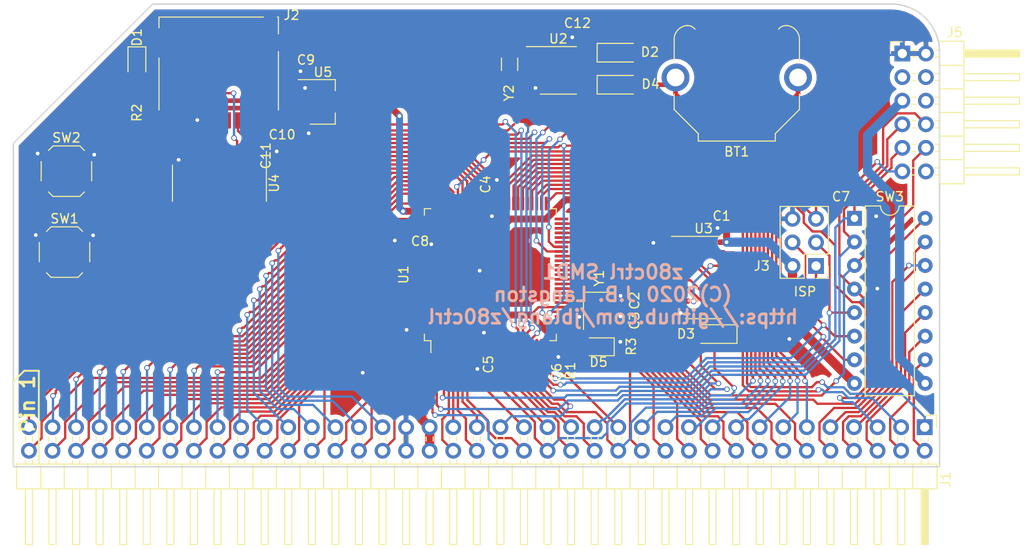
<source format=kicad_pcb>
(kicad_pcb (version 20171130) (host pcbnew "(5.1.5)-3")
  (layers (0 F.Cu signal) (31 B.Cu signal) (34 B.Paste user) (35 F.Paste user) (36 B.SilkS user) (37 F.SilkS user) (38 B.Mask user) (39 F.Mask user) (44 Edge.Cuts user))
  (net 0 "")
  (net 1 GND)
  (net 2 VCC)
  (net 3 "Net-(C2-Pad1)")
  (net 4 "Net-(D1-Pad2)")
  (net 5 "Net-(C3-Pad1)")
  (net 6 /~AVRRST~)
  (net 7 /~HALT~)
  (net 8 /~SDCS~)
  (net 9 /~WAIT~)
  (net 10 /A15)
  (net 11 /A14)
  (net 12 /A13)
  (net 13 /A12)
  (net 14 /A11)
  (net 15 /A10)
  (net 16 /A9)
  (net 17 /A8)
  (net 18 /A7)
  (net 19 /A6)
  (net 20 /A5)
  (net 21 /A4)
  (net 22 /A3)
  (net 23 /A2)
  (net 24 /A1)
  (net 25 /A0)
  (net 26 /~M1~)
  (net 27 /~RST~)
  (net 28 /CLK)
  (net 29 /~INT~)
  (net 30 /~MREQ~)
  (net 31 /~WR~)
  (net 32 /~RD~)
  (net 33 /~IORQ~)
  (net 34 /D0)
  (net 35 /D1)
  (net 36 /D2)
  (net 37 /D3)
  (net 38 /D4)
  (net 39 /D5)
  (net 40 /D6)
  (net 41 /D7)
  (net 42 /TX)
  (net 43 /RX)
  (net 44 /~BUSACK~)
  (net 45 /~BUSREQ~)
  (net 46 /TX2)
  (net 47 /RX2)
  (net 48 "Net-(C7-Pad1)")
  (net 49 /A23)
  (net 50 /A22)
  (net 51 /A21)
  (net 52 /A20)
  (net 53 /A19)
  (net 54 /A18)
  (net 55 /A17)
  (net 56 /A16)
  (net 57 /~RFSH~)
  (net 58 /SCK)
  (net 59 /MISO)
  (net 60 /MOSI)
  (net 61 "Net-(U3-Pad12)")
  (net 62 /A24)
  (net 63 /A25)
  (net 64 /A26)
  (net 65 /A27)
  (net 66 /A28)
  (net 67 /A29)
  (net 68 /A30)
  (net 69 /A31)
  (net 70 /D15)
  (net 71 /D14)
  (net 72 /D13)
  (net 73 /D12)
  (net 74 /D11)
  (net 75 /D10)
  (net 76 /D9)
  (net 77 /D8)
  (net 78 /CLK2)
  (net 79 /~RST2~)
  (net 80 /~WAIT2~)
  (net 81 "Net-(SW2-Pad2)")
  (net 82 "Net-(BT1-Pad1)")
  (net 83 "Net-(J2-Pad5)")
  (net 84 "Net-(J2-Pad3)")
  (net 85 "Net-(J2-Pad2)")
  (net 86 /3V3)
  (net 87 /RX2B)
  (net 88 /RXB)
  (net 89 /TX2B)
  (net 90 /TXB)
  (net 91 /~NMI~)
  (net 92 /~WAITCLR~)
  (net 93 "Net-(U3-Pad4)")
  (net 94 /VCCS)
  (net 95 /SDA)
  (net 96 /SCL)
  (net 97 "Net-(U2-Pad1)")
  (net 98 "Net-(U2-Pad2)")
  (net 99 "Net-(C12-Pad1)")
  (net 100 /USER3)
  (net 101 /USER7)
  (net 102 /USER2)
  (net 103 /USER6)
  (net 104 /USER1)
  (net 105 /USER5)
  (net 106 "Net-(U3-Pad10)")
  (net 107 "Net-(D5-Pad2)")
  (net 108 /~MWAIT~)
  (net 109 "Net-(D5-Pad1)")
  (module Resistor_SMD:R_0402_1005Metric (layer F.Cu) (at 219.5576 140.4088 270)
    (fp_text reference R3 (at 0 -1.17 90) (layer F.SilkS))
    (fp_text value R)
    (pad 2 smd roundrect (at 0.485 0 270) (size 0.59 0.64) (layers F.Cu F.Paste F.Mask) (net 109 "Net-(D5-Pad1)"))
    (pad 1 smd roundrect (at -0.485 0 270) (size 0.59 0.64) (layers F.Cu F.Paste F.Mask) (net 1 GND))
  )
  (module Capacitor_SMD:C_0402_1005Metric (layer F.Cu) (at 219.5576 137.6402 90)
    (fp_text reference C3 (at 0.023 1.524 90) (layer F.SilkS))
    (fp_text value 18pf)
    (pad 2 smd roundrect (at 0.485 0 90) (size 0.59 0.64) (layers F.Cu F.Paste F.Mask) (net 1 GND))
    (pad 1 smd roundrect (at -0.485 0 90) (size 0.59 0.64) (layers F.Cu F.Paste F.Mask) (net 5 "Net-(C3-Pad1)"))
  )
  (module Capacitor_SMD:C_0402_1005Metric (layer F.Cu) (at 212.8774 141.0486 270)
    (fp_text reference C6 (at 2.1058 0.1778 90) (layer F.SilkS))
    (fp_text value .1uf)
    (pad 2 smd roundrect (at 0.485 0 270) (size 0.59 0.64) (layers F.Cu F.Paste F.Mask) (net 1 GND))
    (pad 1 smd roundrect (at -0.485 0 270) (size 0.59 0.64) (layers F.Cu F.Paste F.Mask) (net 2 VCC))
  )
  (module Battery:BatteryHolder_Keystone_3001_1x12mm (layer F.Cu) (at 232.1012 111.416401 180)
    (fp_text reference BT1 (at 0 -8) (layer F.SilkS))
    (fp_text value Battery)
    (pad 1 thru_hole circle (at -6.6 0 180) (size 3 3) (drill 1.9) (layers *.Cu *.Mask) (net 82 "Net-(BT1-Pad1)"))
    (pad 1 thru_hole circle (at 6.6 0 180) (size 3 3) (drill 1.9) (layers *.Cu *.Mask) (net 82 "Net-(BT1-Pad1)"))
    (pad 2 smd circle (at 0 0 180) (size 9 9) (layers F.Cu F.Mask) (net 1 GND))
  )
  (module Connector_PinHeader_2.54mm:PinHeader_2x39_P2.54mm_Horizontal (layer F.Cu) (at 252.349 149.098 270)
    (fp_text reference J1 (at 5.655 -2.27 90) (layer F.SilkS))
    (fp_text value BUS)
    (pad 1 thru_hole rect (at 0 0 270) (size 1.7 1.7) (drill 1) (layers *.Cu *.Mask) (net 100 /USER3))
    (pad 2 thru_hole oval (at 2.54 0 270) (size 1.7 1.7) (drill 1) (layers *.Cu *.Mask) (net 101 /USER7))
    (pad 3 thru_hole oval (at 0 2.54 270) (size 1.7 1.7) (drill 1) (layers *.Cu *.Mask) (net 102 /USER2))
    (pad 4 thru_hole oval (at 2.54 2.54 270) (size 1.7 1.7) (drill 1) (layers *.Cu *.Mask) (net 103 /USER6))
    (pad 5 thru_hole oval (at 0 5.08 270) (size 1.7 1.7) (drill 1) (layers *.Cu *.Mask) (net 104 /USER1))
    (pad 6 thru_hole oval (at 2.54 5.08 270) (size 1.7 1.7) (drill 1) (layers *.Cu *.Mask) (net 105 /USER5))
    (pad 7 thru_hole oval (at 0 7.62 270) (size 1.7 1.7) (drill 1) (layers *.Cu *.Mask) (net 87 /RX2B))
    (pad 8 thru_hole oval (at 2.54 7.62 270) (size 1.7 1.7) (drill 1) (layers *.Cu *.Mask) (net 88 /RXB))
    (pad 9 thru_hole oval (at 0 10.16 270) (size 1.7 1.7) (drill 1) (layers *.Cu *.Mask) (net 89 /TX2B))
    (pad 10 thru_hole oval (at 2.54 10.16 270) (size 1.7 1.7) (drill 1) (layers *.Cu *.Mask) (net 90 /TXB))
    (pad 11 thru_hole oval (at 0 12.7 270) (size 1.7 1.7) (drill 1) (layers *.Cu *.Mask) (net 70 /D15))
    (pad 12 thru_hole oval (at 2.54 12.7 270) (size 1.7 1.7) (drill 1) (layers *.Cu *.Mask) (net 41 /D7))
    (pad 13 thru_hole oval (at 0 15.24 270) (size 1.7 1.7) (drill 1) (layers *.Cu *.Mask) (net 71 /D14))
    (pad 14 thru_hole oval (at 2.54 15.24 270) (size 1.7 1.7) (drill 1) (layers *.Cu *.Mask) (net 40 /D6))
    (pad 15 thru_hole oval (at 0 17.78 270) (size 1.7 1.7) (drill 1) (layers *.Cu *.Mask) (net 72 /D13))
    (pad 16 thru_hole oval (at 2.54 17.78 270) (size 1.7 1.7) (drill 1) (layers *.Cu *.Mask) (net 39 /D5))
    (pad 17 thru_hole oval (at 0 20.32 270) (size 1.7 1.7) (drill 1) (layers *.Cu *.Mask) (net 73 /D12))
    (pad 18 thru_hole oval (at 2.54 20.32 270) (size 1.7 1.7) (drill 1) (layers *.Cu *.Mask) (net 38 /D4))
    (pad 19 thru_hole oval (at 0 22.86 270) (size 1.7 1.7) (drill 1) (layers *.Cu *.Mask) (net 74 /D11))
    (pad 20 thru_hole oval (at 2.54 22.86 270) (size 1.7 1.7) (drill 1) (layers *.Cu *.Mask) (net 37 /D3))
    (pad 21 thru_hole oval (at 0 25.4 270) (size 1.7 1.7) (drill 1) (layers *.Cu *.Mask) (net 75 /D10))
    (pad 22 thru_hole oval (at 2.54 25.4 270) (size 1.7 1.7) (drill 1) (layers *.Cu *.Mask) (net 36 /D2))
    (pad 23 thru_hole oval (at 0 27.94 270) (size 1.7 1.7) (drill 1) (layers *.Cu *.Mask) (net 76 /D9))
    (pad 24 thru_hole oval (at 2.54 27.94 270) (size 1.7 1.7) (drill 1) (layers *.Cu *.Mask) (net 35 /D1))
    (pad 25 thru_hole oval (at 0 30.48 270) (size 1.7 1.7) (drill 1) (layers *.Cu *.Mask) (net 77 /D8))
    (pad 26 thru_hole oval (at 2.54 30.48 270) (size 1.7 1.7) (drill 1) (layers *.Cu *.Mask) (net 34 /D0))
    (pad 27 thru_hole oval (at 0 33.02 270) (size 1.7 1.7) (drill 1) (layers *.Cu *.Mask) (net 91 /~NMI~))
    (pad 28 thru_hole oval (at 2.54 33.02 270) (size 1.7 1.7) (drill 1) (layers *.Cu *.Mask) (net 33 /~IORQ~))
    (pad 29 thru_hole oval (at 0 35.56 270) (size 1.7 1.7) (drill 1) (layers *.Cu *.Mask) (net 9 /~WAIT~))
    (pad 30 thru_hole oval (at 2.54 35.56 270) (size 1.7 1.7) (drill 1) (layers *.Cu *.Mask) (net 32 /~RD~))
    (pad 31 thru_hole oval (at 0 38.1 270) (size 1.7 1.7) (drill 1) (layers *.Cu *.Mask) (net 45 /~BUSREQ~))
    (pad 32 thru_hole oval (at 2.54 38.1 270) (size 1.7 1.7) (drill 1) (layers *.Cu *.Mask) (net 31 /~WR~))
    (pad 33 thru_hole oval (at 0 40.64 270) (size 1.7 1.7) (drill 1) (layers *.Cu *.Mask) (net 7 /~HALT~))
    (pad 34 thru_hole oval (at 2.54 40.64 270) (size 1.7 1.7) (drill 1) (layers *.Cu *.Mask) (net 30 /~MREQ~))
    (pad 35 thru_hole oval (at 0 43.18 270) (size 1.7 1.7) (drill 1) (layers *.Cu *.Mask) (net 44 /~BUSACK~))
    (pad 36 thru_hole oval (at 2.54 43.18 270) (size 1.7 1.7) (drill 1) (layers *.Cu *.Mask) (net 29 /~INT~))
    (pad 37 thru_hole oval (at 0 45.72 270) (size 1.7 1.7) (drill 1) (layers *.Cu *.Mask) (net 78 /CLK2))
    (pad 38 thru_hole oval (at 2.54 45.72 270) (size 1.7 1.7) (drill 1) (layers *.Cu *.Mask) (net 28 /CLK))
    (pad 39 thru_hole oval (at 0 48.26 270) (size 1.7 1.7) (drill 1) (layers *.Cu *.Mask) (net 79 /~RST2~))
    (pad 40 thru_hole oval (at 2.54 48.26 270) (size 1.7 1.7) (drill 1) (layers *.Cu *.Mask) (net 27 /~RST~))
    (pad 41 thru_hole oval (at 0 50.8 270) (size 1.7 1.7) (drill 1) (layers *.Cu *.Mask) (net 57 /~RFSH~))
    (pad 42 thru_hole oval (at 2.54 50.8 270) (size 1.7 1.7) (drill 1) (layers *.Cu *.Mask) (net 26 /~M1~))
    (pad 43 thru_hole oval (at 0 53.34 270) (size 1.7 1.7) (drill 1) (layers *.Cu *.Mask) (net 2 VCC))
    (pad 44 thru_hole oval (at 2.54 53.34 270) (size 1.7 1.7) (drill 1) (layers *.Cu *.Mask) (net 2 VCC))
    (pad 45 thru_hole oval (at 0 55.88 270) (size 1.7 1.7) (drill 1) (layers *.Cu *.Mask) (net 1 GND))
    (pad 46 thru_hole oval (at 2.54 55.88 270) (size 1.7 1.7) (drill 1) (layers *.Cu *.Mask) (net 1 GND))
    (pad 47 thru_hole oval (at 0 58.42 270) (size 1.7 1.7) (drill 1) (layers *.Cu *.Mask) (net 56 /A16))
    (pad 48 thru_hole oval (at 2.54 58.42 270) (size 1.7 1.7) (drill 1) (layers *.Cu *.Mask) (net 25 /A0))
    (pad 49 thru_hole oval (at 0 60.96 270) (size 1.7 1.7) (drill 1) (layers *.Cu *.Mask) (net 55 /A17))
    (pad 50 thru_hole oval (at 2.54 60.96 270) (size 1.7 1.7) (drill 1) (layers *.Cu *.Mask) (net 24 /A1))
    (pad 51 thru_hole oval (at 0 63.5 270) (size 1.7 1.7) (drill 1) (layers *.Cu *.Mask) (net 54 /A18))
    (pad 52 thru_hole oval (at 2.54 63.5 270) (size 1.7 1.7) (drill 1) (layers *.Cu *.Mask) (net 23 /A2))
    (pad 53 thru_hole oval (at 0 66.04 270) (size 1.7 1.7) (drill 1) (layers *.Cu *.Mask) (net 53 /A19))
    (pad 54 thru_hole oval (at 2.54 66.04 270) (size 1.7 1.7) (drill 1) (layers *.Cu *.Mask) (net 22 /A3))
    (pad 55 thru_hole oval (at 0 68.58 270) (size 1.7 1.7) (drill 1) (layers *.Cu *.Mask) (net 52 /A20))
    (pad 56 thru_hole oval (at 2.54 68.58 270) (size 1.7 1.7) (drill 1) (layers *.Cu *.Mask) (net 21 /A4))
    (pad 57 thru_hole oval (at 0 71.12 270) (size 1.7 1.7) (drill 1) (layers *.Cu *.Mask) (net 51 /A21))
    (pad 58 thru_hole oval (at 2.54 71.12 270) (size 1.7 1.7) (drill 1) (layers *.Cu *.Mask) (net 20 /A5))
    (pad 59 thru_hole oval (at 0 73.66 270) (size 1.7 1.7) (drill 1) (layers *.Cu *.Mask) (net 50 /A22))
    (pad 60 thru_hole oval (at 2.54 73.66 270) (size 1.7 1.7) (drill 1) (layers *.Cu *.Mask) (net 19 /A6))
    (pad 61 thru_hole oval (at 0 76.2 270) (size 1.7 1.7) (drill 1) (layers *.Cu *.Mask) (net 49 /A23))
    (pad 62 thru_hole oval (at 2.54 76.2 270) (size 1.7 1.7) (drill 1) (layers *.Cu *.Mask) (net 18 /A7))
    (pad 63 thru_hole oval (at 0 78.74 270) (size 1.7 1.7) (drill 1) (layers *.Cu *.Mask) (net 62 /A24))
    (pad 64 thru_hole oval (at 2.54 78.74 270) (size 1.7 1.7) (drill 1) (layers *.Cu *.Mask) (net 17 /A8))
    (pad 65 thru_hole oval (at 0 81.28 270) (size 1.7 1.7) (drill 1) (layers *.Cu *.Mask) (net 63 /A25))
    (pad 66 thru_hole oval (at 2.54 81.28 270) (size 1.7 1.7) (drill 1) (layers *.Cu *.Mask) (net 16 /A9))
    (pad 67 thru_hole oval (at 0 83.82 270) (size 1.7 1.7) (drill 1) (layers *.Cu *.Mask) (net 64 /A26))
    (pad 68 thru_hole oval (at 2.54 83.82 270) (size 1.7 1.7) (drill 1) (layers *.Cu *.Mask) (net 15 /A10))
    (pad 69 thru_hole oval (at 0 86.36 270) (size 1.7 1.7) (drill 1) (layers *.Cu *.Mask) (net 65 /A27))
    (pad 70 thru_hole oval (at 2.54 86.36 270) (size 1.7 1.7) (drill 1) (layers *.Cu *.Mask) (net 14 /A11))
    (pad 71 thru_hole oval (at 0 88.9 270) (size 1.7 1.7) (drill 1) (layers *.Cu *.Mask) (net 66 /A28))
    (pad 72 thru_hole oval (at 2.54 88.9 270) (size 1.7 1.7) (drill 1) (layers *.Cu *.Mask) (net 13 /A12))
    (pad 73 thru_hole oval (at 0 91.44 270) (size 1.7 1.7) (drill 1) (layers *.Cu *.Mask) (net 67 /A29))
    (pad 74 thru_hole oval (at 2.54 91.44 270) (size 1.7 1.7) (drill 1) (layers *.Cu *.Mask) (net 12 /A13))
    (pad 75 thru_hole oval (at 0 93.98 270) (size 1.7 1.7) (drill 1) (layers *.Cu *.Mask) (net 68 /A30))
    (pad 76 thru_hole oval (at 2.54 93.98 270) (size 1.7 1.7) (drill 1) (layers *.Cu *.Mask) (net 11 /A14))
    (pad 77 thru_hole oval (at 0 96.52 270) (size 1.7 1.7) (drill 1) (layers *.Cu *.Mask) (net 69 /A31))
    (pad 78 thru_hole oval (at 2.54 96.52 270) (size 1.7 1.7) (drill 1) (layers *.Cu *.Mask) (net 10 /A15))
  )
  (module Capacitor_SMD:C_0402_1005Metric (layer F.Cu) (at 204.1652 142.3416 270)
    (fp_text reference C5 (at 0 -1.17 90) (layer F.SilkS))
    (fp_text value .1uf)
    (pad 2 smd roundrect (at 0.485 0 270) (size 0.59 0.64) (layers F.Cu F.Paste F.Mask) (net 1 GND))
    (pad 1 smd roundrect (at -0.485 0 270) (size 0.59 0.64) (layers F.Cu F.Paste F.Mask) (net 2 VCC))
  )
  (module Connector_PinHeader_2.54mm:PinHeader_2x03_P2.54mm_Vertical (layer F.Cu) (at 240.6396 131.7236 180)
    (fp_text reference J3 (at 5.842 0 180) (layer F.SilkS))
    (fp_text value ISP (at 1.1938 -2.7686 180) (layer F.SilkS))
    (pad 1 thru_hole rect (at 0 0 180) (size 1.7 1.7) (drill 1) (layers *.Cu *.Mask) (net 59 /MISO))
    (pad 2 thru_hole oval (at 2.54 0 180) (size 1.7 1.7) (drill 1) (layers *.Cu *.Mask) (net 2 VCC))
    (pad 3 thru_hole oval (at 0 2.54 180) (size 1.7 1.7) (drill 1) (layers *.Cu *.Mask) (net 58 /SCK))
    (pad 4 thru_hole oval (at 2.54 2.54 180) (size 1.7 1.7) (drill 1) (layers *.Cu *.Mask) (net 60 /MOSI))
    (pad 5 thru_hole oval (at 0 5.08 180) (size 1.7 1.7) (drill 1) (layers *.Cu *.Mask) (net 6 /~AVRRST~))
    (pad 6 thru_hole oval (at 2.54 5.08 180) (size 1.7 1.7) (drill 1) (layers *.Cu *.Mask) (net 1 GND))
  )
  (module Capacitor_SMD:C_0402_1005Metric (layer F.Cu) (at 230.5138 127.635 180)
    (fp_text reference C1 (at 0.0484 1.2954) (layer F.SilkS))
    (fp_text value .1uf)
    (pad 1 smd roundrect (at -0.485 0 180) (size 0.59 0.64) (layers F.Cu F.Paste F.Mask) (net 2 VCC))
    (pad 2 smd roundrect (at 0.485 0 180) (size 0.59 0.64) (layers F.Cu F.Paste F.Mask) (net 1 GND))
  )
  (module Capacitor_SMD:C_0402_1005Metric (layer F.Cu) (at 206.248 122.959 90)
    (fp_text reference C4 (at 0.023 -1.2192 90) (layer F.SilkS))
    (fp_text value .1uf)
    (pad 1 smd roundrect (at -0.485 0 90) (size 0.59 0.64) (layers F.Cu F.Paste F.Mask) (net 2 VCC))
    (pad 2 smd roundrect (at 0.485 0 90) (size 0.59 0.64) (layers F.Cu F.Paste F.Mask) (net 1 GND))
  )
  (module Resistor_SMD:R_0402_1005Metric (layer F.Cu) (at 214.0458 141.0486 270)
    (fp_text reference R1 (at 1.9788 -0.127 90) (layer F.SilkS))
    (fp_text value 10K)
    (pad 2 smd roundrect (at 0.485 0 270) (size 0.59 0.64) (layers F.Cu F.Paste F.Mask) (net 6 /~AVRRST~))
    (pad 1 smd roundrect (at -0.485 0 270) (size 0.59 0.64) (layers F.Cu F.Paste F.Mask) (net 2 VCC))
  )
  (module Resistor_SMD:R_0402_1005Metric (layer F.Cu) (at 167.4622 112.9562 90)
    (fp_text reference R2 (at -2.263 0 90) (layer F.SilkS))
    (fp_text value R)
    (pad 1 smd roundrect (at -0.485 0 90) (size 0.59 0.64) (layers F.Cu F.Paste F.Mask) (net 2 VCC))
    (pad 2 smd roundrect (at 0.485 0 90) (size 0.59 0.64) (layers F.Cu F.Paste F.Mask) (net 4 "Net-(D1-Pad2)"))
  )
  (module LED_SMD:LED_0805_2012Metric (layer F.Cu) (at 167.4622 109.8042 270)
    (fp_text reference D1 (at -2.7155 0 90) (layer F.SilkS))
    (fp_text value LED)
    (pad 1 smd roundrect (at -0.9375 0 270) (size 0.975 1.4) (layers F.Cu F.Paste F.Mask) (net 8 /~SDCS~))
    (pad 2 smd roundrect (at 0.9375 0 270) (size 0.975 1.4) (layers F.Cu F.Paste F.Mask) (net 4 "Net-(D1-Pad2)"))
  )
  (module Crystal:Crystal_SMD_3225-4Pin_3.2x2.5mm (layer F.Cu) (at 217.2326 136.5582 270)
    (fp_text reference Y1 (at -3.513 -0.039 90) (layer F.SilkS))
    (fp_text value 20MHz)
    (pad 1 smd rect (at -1.1 0.85 270) (size 1.4 1.2) (layers F.Cu F.Paste F.Mask) (net 3 "Net-(C2-Pad1)"))
    (pad 2 smd rect (at 1.1 0.85 270) (size 1.4 1.2) (layers F.Cu F.Paste F.Mask) (net 5 "Net-(C3-Pad1)"))
    (pad 3 smd rect (at 1.1 -0.85 270) (size 1.4 1.2) (layers F.Cu F.Paste F.Mask))
    (pad 4 smd rect (at -1.1 -0.85 270) (size 1.4 1.2) (layers F.Cu F.Paste F.Mask))
  )
  (module Connector_PinHeader_2.54mm:PinHeader_2x06_P2.54mm_Horizontal (layer F.Cu) (at 249.936 108.839)
    (fp_text reference J5 (at 5.655 -2.27) (layer F.SilkS))
    (fp_text value SERIAL1)
    (pad 1 thru_hole rect (at 0 0) (size 1.7 1.7) (drill 1) (layers *.Cu *.Mask) (net 1 GND))
    (pad 2 thru_hole oval (at 2.54 0) (size 1.7 1.7) (drill 1) (layers *.Cu *.Mask) (net 1 GND))
    (pad 3 thru_hole oval (at 0 2.54) (size 1.7 1.7) (drill 1) (layers *.Cu *.Mask))
    (pad 4 thru_hole oval (at 2.54 2.54) (size 1.7 1.7) (drill 1) (layers *.Cu *.Mask))
    (pad 5 thru_hole oval (at 0 5.08) (size 1.7 1.7) (drill 1) (layers *.Cu *.Mask) (net 94 /VCCS))
    (pad 6 thru_hole oval (at 2.54 5.08) (size 1.7 1.7) (drill 1) (layers *.Cu *.Mask))
    (pad 7 thru_hole oval (at 0 7.62) (size 1.7 1.7) (drill 1) (layers *.Cu *.Mask) (net 43 /RX))
    (pad 8 thru_hole oval (at 2.54 7.62) (size 1.7 1.7) (drill 1) (layers *.Cu *.Mask) (net 47 /RX2))
    (pad 9 thru_hole oval (at 0 10.16) (size 1.7 1.7) (drill 1) (layers *.Cu *.Mask) (net 42 /TX))
    (pad 10 thru_hole oval (at 2.54 10.16) (size 1.7 1.7) (drill 1) (layers *.Cu *.Mask) (net 46 /TX2))
    (pad 11 thru_hole oval (at 0 12.7) (size 1.7 1.7) (drill 1) (layers *.Cu *.Mask) (net 48 "Net-(C7-Pad1)"))
    (pad 12 thru_hole oval (at 2.54 12.7) (size 1.7 1.7) (drill 1) (layers *.Cu *.Mask))
  )
  (module Package_QFP:TQFP-100_14x14mm_P0.5mm (layer F.Cu) (at 205.549 132.6642 90)
    (fp_text reference U1 (at 0 -9.35 90) (layer F.SilkS))
    (fp_text value ATmega2560-16AU)
    (pad 1 smd roundrect (at -7.6625 -6 90) (size 1.475 0.3) (layers F.Cu F.Paste F.Mask) (net 28 /CLK))
    (pad 2 smd roundrect (at -7.6625 -5.5 90) (size 1.475 0.3) (layers F.Cu F.Paste F.Mask) (net 43 /RX))
    (pad 3 smd roundrect (at -7.6625 -5 90) (size 1.475 0.3) (layers F.Cu F.Paste F.Mask) (net 42 /TX))
    (pad 4 smd roundrect (at -7.6625 -4.5 90) (size 1.475 0.3) (layers F.Cu F.Paste F.Mask) (net 26 /~M1~))
    (pad 5 smd roundrect (at -7.6625 -4 90) (size 1.475 0.3) (layers F.Cu F.Paste F.Mask) (net 57 /~RFSH~))
    (pad 6 smd roundrect (at -7.6625 -3.5 90) (size 1.475 0.3) (layers F.Cu F.Paste F.Mask) (net 27 /~RST~))
    (pad 7 smd roundrect (at -7.6625 -3 90) (size 1.475 0.3) (layers F.Cu F.Paste F.Mask) (net 79 /~RST2~))
    (pad 8 smd roundrect (at -7.6625 -2.5 90) (size 1.475 0.3) (layers F.Cu F.Paste F.Mask) (net 29 /~INT~))
    (pad 9 smd roundrect (at -7.6625 -2 90) (size 1.475 0.3) (layers F.Cu F.Paste F.Mask) (net 44 /~BUSACK~))
    (pad 10 smd roundrect (at -7.6625 -1.5 90) (size 1.475 0.3) (layers F.Cu F.Paste F.Mask) (net 2 VCC))
    (pad 11 smd roundrect (at -7.6625 -1 90) (size 1.475 0.3) (layers F.Cu F.Paste F.Mask) (net 1 GND))
    (pad 12 smd roundrect (at -7.6625 -0.5 90) (size 1.475 0.3) (layers F.Cu F.Paste F.Mask) (net 30 /~MREQ~))
    (pad 13 smd roundrect (at -7.6625 0 90) (size 1.475 0.3) (layers F.Cu F.Paste F.Mask) (net 7 /~HALT~))
    (pad 14 smd roundrect (at -7.6625 0.5 90) (size 1.475 0.3) (layers F.Cu F.Paste F.Mask) (net 31 /~WR~))
    (pad 15 smd roundrect (at -7.6625 1 90) (size 1.475 0.3) (layers F.Cu F.Paste F.Mask) (net 45 /~BUSREQ~))
    (pad 16 smd roundrect (at -7.6625 1.5 90) (size 1.475 0.3) (layers F.Cu F.Paste F.Mask) (net 32 /~RD~))
    (pad 17 smd roundrect (at -7.6625 2 90) (size 1.475 0.3) (layers F.Cu F.Paste F.Mask) (net 33 /~IORQ~))
    (pad 18 smd roundrect (at -7.6625 2.5 90) (size 1.475 0.3) (layers F.Cu F.Paste F.Mask) (net 78 /CLK2))
    (pad 19 smd roundrect (at -7.6625 3 90) (size 1.475 0.3) (layers F.Cu F.Paste F.Mask) (net 8 /~SDCS~))
    (pad 20 smd roundrect (at -7.6625 3.5 90) (size 1.475 0.3) (layers F.Cu F.Paste F.Mask) (net 58 /SCK))
    (pad 21 smd roundrect (at -7.6625 4 90) (size 1.475 0.3) (layers F.Cu F.Paste F.Mask) (net 60 /MOSI))
    (pad 22 smd roundrect (at -7.6625 4.5 90) (size 1.475 0.3) (layers F.Cu F.Paste F.Mask) (net 59 /MISO))
    (pad 23 smd roundrect (at -7.6625 5 90) (size 1.475 0.3) (layers F.Cu F.Paste F.Mask))
    (pad 24 smd roundrect (at -7.6625 5.5 90) (size 1.475 0.3) (layers F.Cu F.Paste F.Mask))
    (pad 25 smd roundrect (at -7.6625 6 90) (size 1.475 0.3) (layers F.Cu F.Paste F.Mask) (net 91 /~NMI~))
    (pad 26 smd roundrect (at -6 7.6625 90) (size 0.3 1.475) (layers F.Cu F.Paste F.Mask) (net 107 "Net-(D5-Pad2)"))
    (pad 27 smd roundrect (at -5.5 7.6625 90) (size 0.3 1.475) (layers F.Cu F.Paste F.Mask) (net 81 "Net-(SW2-Pad2)"))
    (pad 28 smd roundrect (at -5 7.6625 90) (size 0.3 1.475) (layers F.Cu F.Paste F.Mask))
    (pad 29 smd roundrect (at -4.5 7.6625 90) (size 0.3 1.475) (layers F.Cu F.Paste F.Mask))
    (pad 30 smd roundrect (at -4 7.6625 90) (size 0.3 1.475) (layers F.Cu F.Paste F.Mask) (net 6 /~AVRRST~))
    (pad 31 smd roundrect (at -3.5 7.6625 90) (size 0.3 1.475) (layers F.Cu F.Paste F.Mask) (net 2 VCC))
    (pad 32 smd roundrect (at -3 7.6625 90) (size 0.3 1.475) (layers F.Cu F.Paste F.Mask) (net 1 GND))
    (pad 33 smd roundrect (at -2.5 7.6625 90) (size 0.3 1.475) (layers F.Cu F.Paste F.Mask) (net 5 "Net-(C3-Pad1)"))
    (pad 34 smd roundrect (at -2 7.6625 90) (size 0.3 1.475) (layers F.Cu F.Paste F.Mask) (net 3 "Net-(C2-Pad1)"))
    (pad 35 smd roundrect (at -1.5 7.6625 90) (size 0.3 1.475) (layers F.Cu F.Paste F.Mask) (net 34 /D0))
    (pad 36 smd roundrect (at -1 7.6625 90) (size 0.3 1.475) (layers F.Cu F.Paste F.Mask) (net 35 /D1))
    (pad 37 smd roundrect (at -0.5 7.6625 90) (size 0.3 1.475) (layers F.Cu F.Paste F.Mask) (net 36 /D2))
    (pad 38 smd roundrect (at 0 7.6625 90) (size 0.3 1.475) (layers F.Cu F.Paste F.Mask) (net 37 /D3))
    (pad 39 smd roundrect (at 0.5 7.6625 90) (size 0.3 1.475) (layers F.Cu F.Paste F.Mask) (net 38 /D4))
    (pad 40 smd roundrect (at 1 7.6625 90) (size 0.3 1.475) (layers F.Cu F.Paste F.Mask) (net 39 /D5))
    (pad 41 smd roundrect (at 1.5 7.6625 90) (size 0.3 1.475) (layers F.Cu F.Paste F.Mask) (net 40 /D6))
    (pad 42 smd roundrect (at 2 7.6625 90) (size 0.3 1.475) (layers F.Cu F.Paste F.Mask) (net 41 /D7))
    (pad 43 smd roundrect (at 2.5 7.6625 90) (size 0.3 1.475) (layers F.Cu F.Paste F.Mask) (net 95 /SDA))
    (pad 44 smd roundrect (at 3 7.6625 90) (size 0.3 1.475) (layers F.Cu F.Paste F.Mask) (net 96 /SCL))
    (pad 45 smd roundrect (at 3.5 7.6625 90) (size 0.3 1.475) (layers F.Cu F.Paste F.Mask) (net 47 /RX2))
    (pad 46 smd roundrect (at 4 7.6625 90) (size 0.3 1.475) (layers F.Cu F.Paste F.Mask) (net 46 /TX2))
    (pad 47 smd roundrect (at 4.5 7.6625 90) (size 0.3 1.475) (layers F.Cu F.Paste F.Mask) (net 108 /~MWAIT~))
    (pad 48 smd roundrect (at 5 7.6625 90) (size 0.3 1.475) (layers F.Cu F.Paste F.Mask) (net 80 /~WAIT2~))
    (pad 49 smd roundrect (at 5.5 7.6625 90) (size 0.3 1.475) (layers F.Cu F.Paste F.Mask) (net 92 /~WAITCLR~))
    (pad 50 smd roundrect (at 6 7.6625 90) (size 0.3 1.475) (layers F.Cu F.Paste F.Mask))
    (pad 51 smd roundrect (at 7.6625 6 90) (size 1.475 0.3) (layers F.Cu F.Paste F.Mask) (net 102 /USER2))
    (pad 52 smd roundrect (at 7.6625 5.5 90) (size 1.475 0.3) (layers F.Cu F.Paste F.Mask) (net 100 /USER3))
    (pad 53 smd roundrect (at 7.6625 5 90) (size 1.475 0.3) (layers F.Cu F.Paste F.Mask) (net 77 /D8))
    (pad 54 smd roundrect (at 7.6625 4.5 90) (size 1.475 0.3) (layers F.Cu F.Paste F.Mask) (net 76 /D9))
    (pad 55 smd roundrect (at 7.6625 4 90) (size 1.475 0.3) (layers F.Cu F.Paste F.Mask) (net 75 /D10))
    (pad 56 smd roundrect (at 7.6625 3.5 90) (size 1.475 0.3) (layers F.Cu F.Paste F.Mask) (net 74 /D11))
    (pad 57 smd roundrect (at 7.6625 3 90) (size 1.475 0.3) (layers F.Cu F.Paste F.Mask) (net 73 /D12))
    (pad 58 smd roundrect (at 7.6625 2.5 90) (size 1.475 0.3) (layers F.Cu F.Paste F.Mask) (net 72 /D13))
    (pad 59 smd roundrect (at 7.6625 2 90) (size 1.475 0.3) (layers F.Cu F.Paste F.Mask) (net 71 /D14))
    (pad 60 smd roundrect (at 7.6625 1.5 90) (size 1.475 0.3) (layers F.Cu F.Paste F.Mask) (net 70 /D15))
    (pad 61 smd roundrect (at 7.6625 1 90) (size 1.475 0.3) (layers F.Cu F.Paste F.Mask) (net 2 VCC))
    (pad 62 smd roundrect (at 7.6625 0.5 90) (size 1.475 0.3) (layers F.Cu F.Paste F.Mask) (net 1 GND))
    (pad 63 smd roundrect (at 7.6625 0 90) (size 1.475 0.3) (layers F.Cu F.Paste F.Mask) (net 56 /A16))
    (pad 64 smd roundrect (at 7.6625 -0.5 90) (size 1.475 0.3) (layers F.Cu F.Paste F.Mask) (net 55 /A17))
    (pad 65 smd roundrect (at 7.6625 -1 90) (size 1.475 0.3) (layers F.Cu F.Paste F.Mask) (net 54 /A18))
    (pad 66 smd roundrect (at 7.6625 -1.5 90) (size 1.475 0.3) (layers F.Cu F.Paste F.Mask) (net 53 /A19))
    (pad 67 smd roundrect (at 7.6625 -2 90) (size 1.475 0.3) (layers F.Cu F.Paste F.Mask) (net 52 /A20))
    (pad 68 smd roundrect (at 7.6625 -2.5 90) (size 1.475 0.3) (layers F.Cu F.Paste F.Mask) (net 51 /A21))
    (pad 69 smd roundrect (at 7.6625 -3 90) (size 1.475 0.3) (layers F.Cu F.Paste F.Mask) (net 50 /A22))
    (pad 70 smd roundrect (at 7.6625 -3.5 90) (size 1.475 0.3) (layers F.Cu F.Paste F.Mask) (net 104 /USER1))
    (pad 71 smd roundrect (at 7.6625 -4 90) (size 1.475 0.3) (layers F.Cu F.Paste F.Mask) (net 69 /A31))
    (pad 72 smd roundrect (at 7.6625 -4.5 90) (size 1.475 0.3) (layers F.Cu F.Paste F.Mask) (net 68 /A30))
    (pad 73 smd roundrect (at 7.6625 -5 90) (size 1.475 0.3) (layers F.Cu F.Paste F.Mask) (net 67 /A29))
    (pad 74 smd roundrect (at 7.6625 -5.5 90) (size 1.475 0.3) (layers F.Cu F.Paste F.Mask) (net 66 /A28))
    (pad 75 smd roundrect (at 7.6625 -6 90) (size 1.475 0.3) (layers F.Cu F.Paste F.Mask) (net 65 /A27))
    (pad 76 smd roundrect (at 6 -7.6625 90) (size 0.3 1.475) (layers F.Cu F.Paste F.Mask) (net 64 /A26))
    (pad 77 smd roundrect (at 5.5 -7.6625 90) (size 0.3 1.475) (layers F.Cu F.Paste F.Mask) (net 63 /A25))
    (pad 78 smd roundrect (at 5 -7.6625 90) (size 0.3 1.475) (layers F.Cu F.Paste F.Mask) (net 62 /A24))
    (pad 79 smd roundrect (at 4.5 -7.6625 90) (size 0.3 1.475) (layers F.Cu F.Paste F.Mask) (net 49 /A23))
    (pad 80 smd roundrect (at 4 -7.6625 90) (size 0.3 1.475) (layers F.Cu F.Paste F.Mask) (net 2 VCC))
    (pad 81 smd roundrect (at 3.5 -7.6625 90) (size 0.3 1.475) (layers F.Cu F.Paste F.Mask) (net 1 GND))
    (pad 82 smd roundrect (at 3 -7.6625 90) (size 0.3 1.475) (layers F.Cu F.Paste F.Mask) (net 10 /A15))
    (pad 83 smd roundrect (at 2.5 -7.6625 90) (size 0.3 1.475) (layers F.Cu F.Paste F.Mask) (net 11 /A14))
    (pad 84 smd roundrect (at 2 -7.6625 90) (size 0.3 1.475) (layers F.Cu F.Paste F.Mask) (net 12 /A13))
    (pad 85 smd roundrect (at 1.5 -7.6625 90) (size 0.3 1.475) (layers F.Cu F.Paste F.Mask) (net 13 /A12))
    (pad 86 smd roundrect (at 1 -7.6625 90) (size 0.3 1.475) (layers F.Cu F.Paste F.Mask) (net 14 /A11))
    (pad 87 smd roundrect (at 0.5 -7.6625 90) (size 0.3 1.475) (layers F.Cu F.Paste F.Mask) (net 15 /A10))
    (pad 88 smd roundrect (at 0 -7.6625 90) (size 0.3 1.475) (layers F.Cu F.Paste F.Mask) (net 16 /A9))
    (pad 89 smd roundrect (at -0.5 -7.6625 90) (size 0.3 1.475) (layers F.Cu F.Paste F.Mask) (net 17 /A8))
    (pad 90 smd roundrect (at -1 -7.6625 90) (size 0.3 1.475) (layers F.Cu F.Paste F.Mask) (net 18 /A7))
    (pad 91 smd roundrect (at -1.5 -7.6625 90) (size 0.3 1.475) (layers F.Cu F.Paste F.Mask) (net 19 /A6))
    (pad 92 smd roundrect (at -2 -7.6625 90) (size 0.3 1.475) (layers F.Cu F.Paste F.Mask) (net 20 /A5))
    (pad 93 smd roundrect (at -2.5 -7.6625 90) (size 0.3 1.475) (layers F.Cu F.Paste F.Mask) (net 21 /A4))
    (pad 94 smd roundrect (at -3 -7.6625 90) (size 0.3 1.475) (layers F.Cu F.Paste F.Mask) (net 22 /A3))
    (pad 95 smd roundrect (at -3.5 -7.6625 90) (size 0.3 1.475) (layers F.Cu F.Paste F.Mask) (net 23 /A2))
    (pad 96 smd roundrect (at -4 -7.6625 90) (size 0.3 1.475) (layers F.Cu F.Paste F.Mask) (net 24 /A1))
    (pad 97 smd roundrect (at -4.5 -7.6625 90) (size 0.3 1.475) (layers F.Cu F.Paste F.Mask) (net 25 /A0))
    (pad 98 smd roundrect (at -5 -7.6625 90) (size 0.3 1.475) (layers F.Cu F.Paste F.Mask) (net 2 VCC))
    (pad 99 smd roundrect (at -5.5 -7.6625 90) (size 0.3 1.475) (layers F.Cu F.Paste F.Mask) (net 1 GND))
    (pad 100 smd roundrect (at -6 -7.6625 90) (size 0.3 1.475) (layers F.Cu F.Paste F.Mask) (net 2 VCC))
  )
  (module Capacitor_SMD:C_0402_1005Metric (layer F.Cu) (at 219.5576 135.4352 90)
    (fp_text reference C2 (at -0.023 1.524 90) (layer F.SilkS))
    (fp_text value 18pf)
    (pad 2 smd roundrect (at 0.485 0 90) (size 0.59 0.64) (layers F.Cu F.Paste F.Mask) (net 1 GND))
    (pad 1 smd roundrect (at -0.485 0 90) (size 0.59 0.64) (layers F.Cu F.Paste F.Mask) (net 3 "Net-(C2-Pad1)"))
  )
  (module Capacitor_SMD:C_0402_1005Metric (layer F.Cu) (at 241.0944 124.1806 180)
    (fp_text reference C7 (at -2.2376 -0.0762) (layer F.SilkS))
    (fp_text value .1uf)
    (pad 1 smd roundrect (at -0.485 0 180) (size 0.59 0.64) (layers F.Cu F.Paste F.Mask) (net 48 "Net-(C7-Pad1)"))
    (pad 2 smd roundrect (at 0.485 0 180) (size 0.59 0.64) (layers F.Cu F.Paste F.Mask) (net 6 /~AVRRST~))
  )
  (module Capacitor_SMD:C_0402_1005Metric (layer F.Cu) (at 195.7602 128.9812 180)
    (fp_text reference C8 (at -2.2074 -0.0762) (layer F.SilkS))
    (fp_text value .1uf)
    (pad 1 smd roundrect (at -0.485 0 180) (size 0.59 0.64) (layers F.Cu F.Paste F.Mask) (net 2 VCC))
    (pad 2 smd roundrect (at 0.485 0 180) (size 0.59 0.64) (layers F.Cu F.Paste F.Mask) (net 1 GND))
  )
  (module Diode_SMD:D_SOD-123 (layer F.Cu) (at 229.8738 139.065 180)
    (fp_text reference D3 (at 3.2502 0.0254) (layer F.SilkS))
    (fp_text value 1N4148W)
    (pad 1 smd rect (at -1.65 0 180) (size 0.9 1.2) (layers F.Cu F.Paste F.Mask) (net 80 /~WAIT2~))
    (pad 2 smd rect (at 1.65 0 180) (size 0.9 1.2) (layers F.Cu F.Paste F.Mask) (net 9 /~WAIT~))
  )
  (module Capacitor_SMD:C_0402_1005Metric (layer F.Cu) (at 185.5494 110.7186 180)
    (fp_text reference C9 (at -0.1246 1.1938) (layer F.SilkS))
    (fp_text value 10uf)
    (pad 2 smd roundrect (at 0.485 0 180) (size 0.59 0.64) (layers F.Cu F.Paste F.Mask) (net 1 GND))
    (pad 1 smd roundrect (at -0.485 0 180) (size 0.59 0.64) (layers F.Cu F.Paste F.Mask) (net 2 VCC))
  )
  (module Capacitor_SMD:C_0402_1005Metric (layer F.Cu) (at 185.4986 117.4496)
    (fp_text reference C10 (at -2.39 0.127) (layer F.SilkS))
    (fp_text value 10uf)
    (pad 1 smd roundrect (at -0.485 0) (size 0.59 0.64) (layers F.Cu F.Paste F.Mask) (net 86 /3V3))
    (pad 2 smd roundrect (at 0.485 0) (size 0.59 0.64) (layers F.Cu F.Paste F.Mask) (net 1 GND))
  )
  (module Capacitor_SMD:C_0402_1005Metric (layer F.Cu) (at 182.5244 119.849 90)
    (fp_text reference C11 (at 0 -1.17 90) (layer F.SilkS))
    (fp_text value .1uf)
    (pad 1 smd roundrect (at -0.485 0 90) (size 0.59 0.64) (layers F.Cu F.Paste F.Mask) (net 86 /3V3))
    (pad 2 smd roundrect (at 0.485 0 90) (size 0.59 0.64) (layers F.Cu F.Paste F.Mask) (net 1 GND))
  )
  (module Connector_Card:microSD_HC_Hirose_DM3D-SF (layer F.Cu) (at 176.276 110.6932)
    (fp_text reference J2 (at 7.8486 -5.9944) (layer F.SilkS))
    (fp_text value Micro_SD_Card)
    (pad 8 smd rect (at -4.525 5.35) (size 0.7 1.75) (layers F.Cu F.Paste F.Mask))
    (pad 11 smd rect (at -5.725 5.225) (size 1.3 1.5) (layers F.Cu F.Paste F.Mask))
    (pad 11 smd rect (at -5.975 -2.375) (size 0.8 1.5) (layers F.Cu F.Paste F.Mask))
    (pad 9 smd rect (at -5.65 -3.875) (size 1.45 1) (layers F.Cu F.Paste F.Mask))
    (pad 11 smd rect (at 5.975 -3.025) (size 0.8 1.4) (layers F.Cu F.Paste F.Mask))
    (pad 7 smd rect (at -3.425 5.35) (size 0.7 1.75) (layers F.Cu F.Paste F.Mask) (net 59 /MISO))
    (pad 6 smd rect (at -2.325 5.35) (size 0.7 1.75) (layers F.Cu F.Paste F.Mask) (net 1 GND))
    (pad 5 smd rect (at -1.225 5.35) (size 0.7 1.75) (layers F.Cu F.Paste F.Mask) (net 83 "Net-(J2-Pad5)"))
    (pad 4 smd rect (at -0.125 5.35) (size 0.7 1.75) (layers F.Cu F.Paste F.Mask) (net 86 /3V3))
    (pad 3 smd rect (at 0.975 5.35) (size 0.7 1.75) (layers F.Cu F.Paste F.Mask) (net 84 "Net-(J2-Pad3)"))
    (pad 2 smd rect (at 2.075 5.35) (size 0.7 1.75) (layers F.Cu F.Paste F.Mask) (net 85 "Net-(J2-Pad2)"))
    (pad 1 smd rect (at 3.175 5.35) (size 0.7 1.75) (layers F.Cu F.Paste F.Mask))
    (pad 11 smd rect (at 5.625 5.225) (size 1.5 1.5) (layers F.Cu F.Paste F.Mask))
    (pad 10 smd rect (at 5.575 -5.45) (size 1 1.55) (layers F.Cu F.Paste F.Mask))
  )
  (module Package_TO_SOT_SMD:SOT-89-3 (layer F.Cu) (at 187.0583 114.046)
    (fp_text reference U5 (at 0.45 -3.2) (layer F.SilkS))
    (fp_text value HT75xx-1-SOT89)
    (pad 2 smd trapezoid (at 2.667 0 270) (size 1.6 0.85) (rect_delta 0 0.6) (layers F.Cu F.Paste F.Mask) (net 2 VCC))
    (pad 1 smd rect (at -1.48 -1.5 270) (size 1 1.5) (layers F.Cu F.Paste F.Mask) (net 1 GND))
    (pad 2 smd rect (at -1.3335 0 270) (size 1 1.8) (layers F.Cu F.Paste F.Mask) (net 2 VCC))
    (pad 3 smd rect (at -1.48 1.5 270) (size 1 1.5) (layers F.Cu F.Paste F.Mask) (net 86 /3V3))
    (pad 2 smd rect (at 1.3335 0 270) (size 2.2 1.84) (layers F.Cu F.Paste F.Mask) (net 2 VCC))
    (pad 2 smd trapezoid (at -0.0762 0 90) (size 1.5 1) (rect_delta 0 0.7) (layers F.Cu F.Paste F.Mask) (net 2 VCC))
  )
  (module Button_Switch_SMD:SW_SPST_SKQG_WithoutStem (layer F.Cu) (at 159.6632 130.23)
    (fp_text reference SW1 (at 0 -3.6) (layer F.SilkS))
    (fp_text value RESET)
    (pad 2 smd rect (at 3.1 1.85) (size 1.8 1.1) (layers F.Cu F.Paste F.Mask) (net 6 /~AVRRST~))
    (pad 2 smd rect (at -3.1 1.85) (size 1.8 1.1) (layers F.Cu F.Paste F.Mask) (net 6 /~AVRRST~))
    (pad 1 smd rect (at 3.1 -1.85) (size 1.8 1.1) (layers F.Cu F.Paste F.Mask) (net 1 GND))
    (pad 1 smd rect (at -3.1 -1.85) (size 1.8 1.1) (layers F.Cu F.Paste F.Mask) (net 1 GND))
  )
  (module Button_Switch_SMD:SW_SPST_SKQG_WithoutStem (layer F.Cu) (at 159.8676 121.5136)
    (fp_text reference SW2 (at 0 -3.6) (layer F.SilkS))
    (fp_text value HALT)
    (pad 1 smd rect (at -3.1 -1.85) (size 1.8 1.1) (layers F.Cu F.Paste F.Mask) (net 1 GND))
    (pad 1 smd rect (at 3.1 -1.85) (size 1.8 1.1) (layers F.Cu F.Paste F.Mask) (net 1 GND))
    (pad 2 smd rect (at -3.1 1.85) (size 1.8 1.1) (layers F.Cu F.Paste F.Mask) (net 81 "Net-(SW2-Pad2)"))
    (pad 2 smd rect (at 3.1 1.85) (size 1.8 1.1) (layers F.Cu F.Paste F.Mask) (net 81 "Net-(SW2-Pad2)"))
  )
  (module Package_DIP:DIP-16_W7.62mm (layer F.Cu) (at 244.779 126.5936)
    (fp_text reference SW3 (at 3.81 -2.33) (layer F.SilkS))
    (fp_text value SW_DIP_x08)
    (pad 1 thru_hole rect (at 0 0) (size 1.6 1.6) (drill 0.8) (layers *.Cu *.Mask) (net 42 /TX))
    (pad 9 thru_hole oval (at 7.62 17.78) (size 1.6 1.6) (drill 0.8) (layers *.Cu *.Mask) (net 94 /VCCS))
    (pad 2 thru_hole oval (at 0 2.54) (size 1.6 1.6) (drill 0.8) (layers *.Cu *.Mask) (net 43 /RX))
    (pad 10 thru_hole oval (at 7.62 15.24) (size 1.6 1.6) (drill 0.8) (layers *.Cu *.Mask) (net 101 /USER7))
    (pad 3 thru_hole oval (at 0 5.08) (size 1.6 1.6) (drill 0.8) (layers *.Cu *.Mask) (net 46 /TX2))
    (pad 11 thru_hole oval (at 7.62 12.7) (size 1.6 1.6) (drill 0.8) (layers *.Cu *.Mask) (net 103 /USER6))
    (pad 4 thru_hole oval (at 0 7.62) (size 1.6 1.6) (drill 0.8) (layers *.Cu *.Mask) (net 47 /RX2))
    (pad 12 thru_hole oval (at 7.62 10.16) (size 1.6 1.6) (drill 0.8) (layers *.Cu *.Mask) (net 105 /USER5))
    (pad 5 thru_hole oval (at 0 10.16) (size 1.6 1.6) (drill 0.8) (layers *.Cu *.Mask) (net 58 /SCK))
    (pad 13 thru_hole oval (at 7.62 7.62) (size 1.6 1.6) (drill 0.8) (layers *.Cu *.Mask) (net 87 /RX2B))
    (pad 6 thru_hole oval (at 0 12.7) (size 1.6 1.6) (drill 0.8) (layers *.Cu *.Mask) (net 59 /MISO))
    (pad 14 thru_hole oval (at 7.62 5.08) (size 1.6 1.6) (drill 0.8) (layers *.Cu *.Mask) (net 89 /TX2B))
    (pad 7 thru_hole oval (at 0 15.24) (size 1.6 1.6) (drill 0.8) (layers *.Cu *.Mask) (net 60 /MOSI))
    (pad 15 thru_hole oval (at 7.62 2.54) (size 1.6 1.6) (drill 0.8) (layers *.Cu *.Mask) (net 88 /RXB))
    (pad 8 thru_hole oval (at 0 17.78) (size 1.6 1.6) (drill 0.8) (layers *.Cu *.Mask) (net 2 VCC))
    (pad 16 thru_hole oval (at 7.62 0) (size 1.6 1.6) (drill 0.8) (layers *.Cu *.Mask) (net 90 /TXB))
  )
  (module Package_SO:SOIC-14_3.9x8.7mm_P1.27mm (layer F.Cu) (at 228.5238 132.9742)
    (fp_text reference U3 (at 0 -5.28) (layer F.SilkS))
    (fp_text value 74HCT00D)
    (pad 1 smd roundrect (at -2.475 -3.81) (size 1.95 0.6) (layers F.Cu F.Paste F.Mask) (net 30 /~MREQ~))
    (pad 2 smd roundrect (at -2.475 -2.54) (size 1.95 0.6) (layers F.Cu F.Paste F.Mask) (net 108 /~MWAIT~))
    (pad 3 smd roundrect (at -2.475 -1.27) (size 1.95 0.6) (layers F.Cu F.Paste F.Mask) (net 106 "Net-(U3-Pad10)"))
    (pad 4 smd roundrect (at -2.475 0) (size 1.95 0.6) (layers F.Cu F.Paste F.Mask) (net 93 "Net-(U3-Pad4)"))
    (pad 5 smd roundrect (at -2.475 1.27) (size 1.95 0.6) (layers F.Cu F.Paste F.Mask) (net 33 /~IORQ~))
    (pad 6 smd roundrect (at -2.475 2.54) (size 1.95 0.6) (layers F.Cu F.Paste F.Mask) (net 61 "Net-(U3-Pad12)"))
    (pad 7 smd roundrect (at -2.475 3.81) (size 1.95 0.6) (layers F.Cu F.Paste F.Mask) (net 1 GND))
    (pad 8 smd roundrect (at 2.475 3.81) (size 1.95 0.6) (layers F.Cu F.Paste F.Mask) (net 93 "Net-(U3-Pad4)"))
    (pad 9 smd roundrect (at 2.475 2.54) (size 1.95 0.6) (layers F.Cu F.Paste F.Mask) (net 106 "Net-(U3-Pad10)"))
    (pad 10 smd roundrect (at 2.475 1.27) (size 1.95 0.6) (layers F.Cu F.Paste F.Mask) (net 106 "Net-(U3-Pad10)"))
    (pad 11 smd roundrect (at 2.475 0) (size 1.95 0.6) (layers F.Cu F.Paste F.Mask) (net 80 /~WAIT2~))
    (pad 12 smd roundrect (at 2.475 -1.27) (size 1.95 0.6) (layers F.Cu F.Paste F.Mask) (net 61 "Net-(U3-Pad12)"))
    (pad 13 smd roundrect (at 2.475 -2.54) (size 1.95 0.6) (layers F.Cu F.Paste F.Mask) (net 92 /~WAITCLR~))
    (pad 14 smd roundrect (at 2.475 -3.81) (size 1.95 0.6) (layers F.Cu F.Paste F.Mask) (net 2 VCC))
  )
  (module Package_SO:SOIC-16_3.9x9.9mm_P1.27mm (layer F.Cu) (at 176.3522 122.809 270)
    (fp_text reference U4 (at 0 -5.9 90) (layer F.SilkS))
    (fp_text value 4050)
    (pad 1 smd roundrect (at -2.475 -4.445 270) (size 1.95 0.6) (layers F.Cu F.Paste F.Mask) (net 86 /3V3))
    (pad 2 smd roundrect (at -2.475 -3.175 270) (size 1.95 0.6) (layers F.Cu F.Paste F.Mask) (net 85 "Net-(J2-Pad2)"))
    (pad 3 smd roundrect (at -2.475 -1.905 270) (size 1.95 0.6) (layers F.Cu F.Paste F.Mask) (net 8 /~SDCS~))
    (pad 4 smd roundrect (at -2.475 -0.635 270) (size 1.95 0.6) (layers F.Cu F.Paste F.Mask) (net 84 "Net-(J2-Pad3)"))
    (pad 5 smd roundrect (at -2.475 0.635 270) (size 1.95 0.6) (layers F.Cu F.Paste F.Mask) (net 60 /MOSI))
    (pad 6 smd roundrect (at -2.475 1.905 270) (size 1.95 0.6) (layers F.Cu F.Paste F.Mask) (net 83 "Net-(J2-Pad5)"))
    (pad 7 smd roundrect (at -2.475 3.175 270) (size 1.95 0.6) (layers F.Cu F.Paste F.Mask) (net 58 /SCK))
    (pad 8 smd roundrect (at -2.475 4.445 270) (size 1.95 0.6) (layers F.Cu F.Paste F.Mask) (net 1 GND))
    (pad 9 smd roundrect (at 2.475 4.445 270) (size 1.95 0.6) (layers F.Cu F.Paste F.Mask) (net 1 GND))
    (pad 10 smd roundrect (at 2.475 3.175 270) (size 1.95 0.6) (layers F.Cu F.Paste F.Mask))
    (pad 11 smd roundrect (at 2.475 1.905 270) (size 1.95 0.6) (layers F.Cu F.Paste F.Mask) (net 1 GND))
    (pad 12 smd roundrect (at 2.475 0.635 270) (size 1.95 0.6) (layers F.Cu F.Paste F.Mask))
    (pad 13 smd roundrect (at 2.475 -0.635 270) (size 1.95 0.6) (layers F.Cu F.Paste F.Mask))
    (pad 14 smd roundrect (at 2.475 -1.905 270) (size 1.95 0.6) (layers F.Cu F.Paste F.Mask) (net 1 GND))
    (pad 15 smd roundrect (at 2.475 -3.175 270) (size 1.95 0.6) (layers F.Cu F.Paste F.Mask))
    (pad 16 smd roundrect (at 2.475 -4.445 270) (size 1.95 0.6) (layers F.Cu F.Paste F.Mask))
  )
  (module Diode_SMD:D_SOD-123 (layer F.Cu) (at 219.3046 108.744601)
    (fp_text reference D2 (at 3.43 -0.0675) (layer F.SilkS))
    (fp_text value 1N4148W)
    (pad 2 smd rect (at 1.65 0) (size 0.9 1.2) (layers F.Cu F.Paste F.Mask) (net 2 VCC))
    (pad 1 smd rect (at -1.65 0) (size 0.9 1.2) (layers F.Cu F.Paste F.Mask) (net 99 "Net-(C12-Pad1)"))
  )
  (module Diode_SMD:D_SOD-123 (layer F.Cu) (at 219.3046 112.199601)
    (fp_text reference D4 (at 3.5062 -0.0675) (layer F.SilkS))
    (fp_text value 1N4148W)
    (pad 1 smd rect (at -1.65 0) (size 0.9 1.2) (layers F.Cu F.Paste F.Mask) (net 99 "Net-(C12-Pad1)"))
    (pad 2 smd rect (at 1.65 0) (size 0.9 1.2) (layers F.Cu F.Paste F.Mask) (net 82 "Net-(BT1-Pad1)"))
  )
  (module Package_SO:SOIC-8_3.9x4.9mm_P1.27mm (layer F.Cu) (at 212.868601 110.649601)
    (fp_text reference U2 (at 0 -3.4) (layer F.SilkS))
    (fp_text value PCF8563T)
    (pad 1 smd roundrect (at -2.475 -1.905) (size 1.95 0.6) (layers F.Cu F.Paste F.Mask) (net 97 "Net-(U2-Pad1)"))
    (pad 2 smd roundrect (at -2.475 -0.635) (size 1.95 0.6) (layers F.Cu F.Paste F.Mask) (net 98 "Net-(U2-Pad2)"))
    (pad 3 smd roundrect (at -2.475 0.635) (size 1.95 0.6) (layers F.Cu F.Paste F.Mask))
    (pad 4 smd roundrect (at -2.475 1.905) (size 1.95 0.6) (layers F.Cu F.Paste F.Mask) (net 1 GND))
    (pad 5 smd roundrect (at 2.475 1.905) (size 1.95 0.6) (layers F.Cu F.Paste F.Mask) (net 96 /SCL))
    (pad 6 smd roundrect (at 2.475 0.635) (size 1.95 0.6) (layers F.Cu F.Paste F.Mask) (net 95 /SDA))
    (pad 7 smd roundrect (at 2.475 -0.635) (size 1.95 0.6) (layers F.Cu F.Paste F.Mask))
    (pad 8 smd roundrect (at 2.475 -1.905) (size 1.95 0.6) (layers F.Cu F.Paste F.Mask) (net 99 "Net-(C12-Pad1)"))
  )
  (module Crystal:Crystal_SMD_3215-2Pin_3.2x1.5mm (layer F.Cu) (at 207.6196 109.994601 270)
    (fp_text reference Y2 (at 3.086199 0.0675 90) (layer F.SilkS))
    (fp_text value 32.768kHz)
    (pad 1 smd rect (at 1.25 0 270) (size 1 1.8) (layers F.Cu F.Paste F.Mask) (net 98 "Net-(U2-Pad2)"))
    (pad 2 smd rect (at -1.25 0 270) (size 1 1.8) (layers F.Cu F.Paste F.Mask) (net 97 "Net-(U2-Pad1)"))
  )
  (module Capacitor_SMD:C_0402_1005Metric (layer F.Cu) (at 214.858601 107.0864 180)
    (fp_text reference C12 (at -0.0738 1.524) (layer F.SilkS))
    (fp_text value .1uf)
    (pad 1 smd roundrect (at -0.485 0 180) (size 0.59 0.64) (layers F.Cu F.Paste F.Mask) (net 99 "Net-(C12-Pad1)"))
    (pad 2 smd roundrect (at 0.485 0 180) (size 0.59 0.64) (layers F.Cu F.Paste F.Mask) (net 1 GND))
  )
  (module LED_SMD:LED_0805_2012Metric (layer F.Cu) (at 217.2076 140.4366 180)
    (fp_text reference D5 (at 0 -1.65) (layer F.SilkS))
    (fp_text value LED)
    (pad 1 smd roundrect (at -0.9375 0 180) (size 0.975 1.4) (layers F.Cu F.Paste F.Mask) (net 109 "Net-(D5-Pad1)"))
    (pad 2 smd roundrect (at 0.9375 0 180) (size 0.975 1.4) (layers F.Cu F.Paste F.Mask) (net 107 "Net-(D5-Pad2)"))
  )
  (gr_text "z80ctrl SMD1\n(C)2020 J.B. Langston\nhttps://github.com/jblang/z80ctrl" (at 218.7448 134.7978) (layer B.SilkS) (effects (font (size 1.5 1.5) (thickness 0.3)) (justify mirror)))
  (gr_line (start 156.8958 143.01978) (end 156.8958 153.13152) (angle 90) (layer F.SilkS) (width 0.2))
  (gr_line (start 155.32608 143.01978) (end 156.8958 143.01978) (angle 90) (layer F.SilkS) (width 0.2))
  (gr_line (start 154.14498 153.13152) (end 154.14498 144.20088) (angle 90) (layer F.SilkS) (width 0.2))
  (gr_line (start 154.14498 144.20088) (end 155.32608 143.01978) (angle 90) (layer F.SilkS) (width 0.2))
  (gr_text "Pin 1" (at 155.68168 146.60118 90) (layer F.SilkS) (effects (font (size 1.5 1.5) (thickness 0.3))))
  (gr_line (start 156.8958 153.13152) (end 156.93136 153.13152) (angle 90) (layer F.SilkS) (width 0.2))
  (gr_arc (start 248.7706 108.685) (end 248.7708 103.505) (angle 90) (layer Edge.Cuts) (width 0.15))
  (gr_line (start 169.164 103.505) (end 154.1526 118.5164) (angle 90) (layer Edge.Cuts) (width 0.15))
  (gr_line (start 253.9526 108.685) (end 253.9526 153.3652) (angle 90) (layer Edge.Cuts) (width 0.15))
  (gr_line (start 248.7708 103.505) (end 169.164 103.505) (angle 90) (layer Edge.Cuts) (width 0.15))
  (gr_line (start 154.1526 118.5164) (end 154.1526 153.3652) (angle 90) (layer Edge.Cuts) (width 0.15))
  (gr_line (start 154.1526 153.3652) (end 253.9526 153.3652) (angle 90) (layer Edge.Cuts) (width 0.15))
  (via (at 214.376 107.0864) (size 0.6) (drill 0.4) (layers F.Cu B.Cu) (net 1))
  (segment (start 232.066401 111.416401) (end 232.0544 111.4044) (width 0.25) (layer F.Cu) (net 1))
  (segment (start 232.1012 111.416401) (end 232.066401 111.416401) (width 0.25) (layer F.Cu) (net 1))
  (via (at 219.581501 134.9502) (size 0.6) (drill 0.4) (layers F.Cu B.Cu) (net 1))
  (segment (start 219.5576 134.9502) (end 219.581501 134.9502) (width 0.35) (layer F.Cu) (net 1))
  (via (at 219.5576 137.16) (size 0.6) (drill 0.4) (layers F.Cu B.Cu) (net 1))
  (segment (start 219.5576 137.1552) (end 219.5576 137.16) (width 0.35) (layer F.Cu) (net 1))
  (segment (start 197.8865 138.1642) (end 196.9634 138.1642) (width 0.25) (layer F.Cu) (net 1))
  (via (at 196.5198 138.6078) (size 0.6) (drill 0.4) (layers F.Cu B.Cu) (net 1))
  (segment (start 196.9634 138.1642) (end 196.5198 138.6078) (width 0.25) (layer F.Cu) (net 1))
  (via (at 195.2498 128.9812) (size 0.6) (drill 0.4) (layers F.Cu B.Cu) (net 1))
  (segment (start 195.2752 128.9812) (end 195.2498 128.9812) (width 0.25) (layer F.Cu) (net 1))
  (via (at 226.06 136.8044) (size 0.6) (drill 0.4) (layers F.Cu B.Cu) (net 1))
  (segment (start 226.0488 136.7842) (end 226.0488 136.7932) (width 0.25) (layer F.Cu) (net 1))
  (segment (start 226.0488 136.7932) (end 226.06 136.8044) (width 0.25) (layer F.Cu) (net 1))
  (via (at 206.248 122.4534) (size 0.6) (drill 0.4) (layers F.Cu B.Cu) (net 1))
  (segment (start 206.248 122.474) (end 206.248 122.4534) (width 0.25) (layer F.Cu) (net 1))
  (via (at 204.144655 142.8242) (size 0.6) (drill 0.4) (layers F.Cu B.Cu) (net 1))
  (segment (start 204.1652 142.8266) (end 204.147055 142.8266) (width 0.25) (layer F.Cu) (net 1))
  (segment (start 204.147055 142.8266) (end 204.144655 142.8242) (width 0.25) (layer F.Cu) (net 1))
  (via (at 230.0224 127.635) (size 0.6) (drill 0.4) (layers F.Cu B.Cu) (net 1))
  (segment (start 230.0288 127.635) (end 230.0224 127.635) (width 0.25) (layer F.Cu) (net 1))
  (via (at 162.7378 128.4224) (size 0.6) (drill 0.4) (layers F.Cu B.Cu) (net 1))
  (segment (start 162.7632 128.38) (end 162.7632 128.397) (width 0.35) (layer F.Cu) (net 1))
  (segment (start 162.7632 128.397) (end 162.7378 128.4224) (width 0.35) (layer F.Cu) (net 1))
  (via (at 156.5656 128.397) (size 0.6) (drill 0.4) (layers F.Cu B.Cu) (net 1))
  (segment (start 156.5632 128.38) (end 156.5632 128.3946) (width 0.35) (layer F.Cu) (net 1))
  (segment (start 156.5632 128.3946) (end 156.5656 128.397) (width 0.35) (layer F.Cu) (net 1))
  (via (at 156.7688 119.6086) (size 0.6) (drill 0.4) (layers F.Cu B.Cu) (net 1))
  (segment (start 156.7676 119.6636) (end 156.7676 119.6098) (width 0.35) (layer F.Cu) (net 1))
  (segment (start 156.7676 119.6098) (end 156.7688 119.6086) (width 0.35) (layer F.Cu) (net 1))
  (via (at 162.8648 119.7356) (size 0.6) (drill 0.4) (layers F.Cu B.Cu) (net 1))
  (segment (start 162.9676 119.6636) (end 162.9368 119.6636) (width 0.35) (layer F.Cu) (net 1))
  (segment (start 162.9368 119.6636) (end 162.8648 119.7356) (width 0.35) (layer F.Cu) (net 1))
  (via (at 171.958 120.2944) (size 0.6) (drill 0.4) (layers F.Cu B.Cu) (net 1))
  (segment (start 171.9072 120.334) (end 171.9184 120.334) (width 0.35) (layer F.Cu) (net 1))
  (segment (start 171.9184 120.334) (end 171.958 120.2944) (width 0.35) (layer F.Cu) (net 1))
  (segment (start 173.951 116.0432) (end 173.951 116.0154) (width 0.35) (layer F.Cu) (net 1))
  (via (at 173.9646 116.0018) (size 0.6) (drill 0.4) (layers F.Cu B.Cu) (net 1))
  (segment (start 173.951 116.0154) (end 173.9646 116.0018) (width 0.35) (layer F.Cu) (net 1))
  (via (at 185.578292 112.546008) (size 0.6) (drill 0.4) (layers F.Cu B.Cu) (net 1))
  (segment (start 185.5783 112.546) (end 185.578292 112.546008) (width 0.35) (layer F.Cu) (net 1))
  (via (at 185.9788 117.4242) (size 0.6) (drill 0.4) (layers F.Cu B.Cu) (net 1))
  (segment (start 185.9836 117.4496) (end 185.9836 117.429) (width 0.35) (layer F.Cu) (net 1))
  (segment (start 185.9836 117.429) (end 185.9788 117.4242) (width 0.35) (layer F.Cu) (net 1))
  (via (at 185.0898 110.744) (size 0.6) (drill 0.4) (layers F.Cu B.Cu) (net 1))
  (segment (start 185.0644 110.7186) (end 185.0898 110.744) (width 0.5) (layer F.Cu) (net 1))
  (segment (start 214.015664 135.6642) (end 215.138 136.786536) (width 0.25) (layer F.Cu) (net 1))
  (segment (start 215.138 136.786536) (end 215.138 137.2108) (width 0.25) (layer F.Cu) (net 1))
  (via (at 215.138 137.2108) (size 0.6) (drill 0.4) (layers F.Cu B.Cu) (net 1))
  (segment (start 213.2115 135.6642) (end 214.015664 135.6642) (width 0.25) (layer F.Cu) (net 1))
  (via (at 182.5244 119.38) (size 0.6) (drill 0.4) (layers F.Cu B.Cu) (net 1))
  (segment (start 182.5244 119.364) (end 182.5244 119.38) (width 0.5) (layer F.Cu) (net 1))
  (via (at 210.4136 112.5474) (size 0.6) (drill 0.4) (layers F.Cu B.Cu) (net 1))
  (segment (start 210.393601 112.554601) (end 210.406399 112.554601) (width 0.25) (layer F.Cu) (net 1))
  (segment (start 210.406399 112.554601) (end 210.4136 112.5474) (width 0.25) (layer F.Cu) (net 1))
  (via (at 204.3938 132.2324) (size 0.6) (drill 0.4) (layers F.Cu B.Cu) (net 1))
  (via (at 247.1166 126.365) (size 0.6) (drill 0.4) (layers F.Cu B.Cu) (net 1))
  (via (at 247.2436 134.1628) (size 0.6) (drill 0.4) (layers F.Cu B.Cu) (net 1))
  (via (at 223.1136 129.2352) (size 0.6) (drill 0.4) (layers F.Cu B.Cu) (net 1))
  (via (at 191.7954 143.2306) (size 0.6) (drill 0.4) (layers F.Cu B.Cu) (net 1))
  (via (at 204.851 138.9126) (size 0.6) (drill 0.4) (layers F.Cu B.Cu) (net 1))
  (segment (start 204.549 139.2146) (end 204.851 138.9126) (width 0.25) (layer F.Cu) (net 1))
  (segment (start 204.549 140.3267) (end 204.549 139.2146) (width 0.25) (layer F.Cu) (net 1))
  (segment (start 198.9634 129.1642) (end 199.1868 129.3876) (width 0.25) (layer F.Cu) (net 1))
  (segment (start 197.8865 129.1642) (end 198.9634 129.1642) (width 0.25) (layer F.Cu) (net 1))
  (via (at 199.1868 129.3876) (size 0.6) (drill 0.4) (layers F.Cu B.Cu) (net 1))
  (segment (start 206.049 125.0017) (end 206.049 126.0306) (width 0.25) (layer F.Cu) (net 1))
  (via (at 205.7146 126.365) (size 0.6) (drill 0.4) (layers F.Cu B.Cu) (net 1))
  (segment (start 206.049 126.0306) (end 205.7146 126.365) (width 0.25) (layer F.Cu) (net 1))
  (via (at 237.7694 139.5984) (size 0.6) (drill 0.4) (layers F.Cu B.Cu) (net 1))
  (via (at 219.5576 139.9032) (size 0.6) (drill 0.4) (layers F.Cu B.Cu) (net 1))
  (segment (start 219.5576 139.9238) (end 219.5576 139.9032) (width 0.35) (layer F.Cu) (net 1))
  (via (at 212.8774 141.5288) (size 0.6) (drill 0.4) (layers F.Cu B.Cu) (net 1))
  (segment (start 212.8774 141.5336) (end 212.8774 141.5288) (width 0.35) (layer F.Cu) (net 1))
  (segment (start 199.009 151.638) (end 199.009 149.098) (width 1) (layer F.Cu) (net 2))
  (via (at 196.1388 125.8316) (size 0.6) (drill 0.4) (layers F.Cu B.Cu) (net 2))
  (segment (start 198.710656 125.8316) (end 200.869656 127.9906) (width 0.75) (layer F.Cu) (net 2))
  (segment (start 196.1388 125.8316) (end 198.710656 125.8316) (width 0.75) (layer F.Cu) (net 2))
  (segment (start 230.9988 127.635) (end 230.9988 129.1642) (width 0.75) (layer F.Cu) (net 2))
  (segment (start 194.9746 105.6132) (end 188.3918 112.196) (width 0.75) (layer F.Cu) (net 2))
  (segment (start 220.9546 108.744601) (end 220.9546 107.394601) (width 0.75) (layer F.Cu) (net 2))
  (segment (start 188.3918 112.196) (end 188.3918 114.046) (width 0.75) (layer F.Cu) (net 2))
  (segment (start 219.173199 105.6132) (end 194.9746 105.6132) (width 0.75) (layer F.Cu) (net 2))
  (segment (start 220.9546 107.394601) (end 219.173199 105.6132) (width 0.75) (layer F.Cu) (net 2))
  (segment (start 204.082024 137.014576) (end 200.869656 137.014576) (width 0.75) (layer F.Cu) (net 2))
  (segment (start 209.893632 137.014576) (end 204.082024 137.014576) (width 0.75) (layer F.Cu) (net 2))
  (segment (start 204.049 141.7404) (end 204.049 140.3267) (width 0.25) (layer F.Cu) (net 2))
  (segment (start 204.1652 141.8566) (end 204.049 141.7404) (width 0.25) (layer F.Cu) (net 2))
  (segment (start 196.5622 128.6642) (end 196.2452 128.9812) (width 0.25) (layer F.Cu) (net 2))
  (segment (start 197.8865 128.6642) (end 196.5622 128.6642) (width 0.25) (layer F.Cu) (net 2))
  (segment (start 200.869656 129.000144) (end 200.533712 128.6642) (width 0.25) (layer F.Cu) (net 2))
  (segment (start 200.869656 129.000144) (end 200.869656 137.014576) (width 1) (layer F.Cu) (net 2))
  (segment (start 200.533712 128.6642) (end 197.8865 128.6642) (width 0.25) (layer F.Cu) (net 2))
  (segment (start 200.869656 127.9906) (end 200.869656 129.000144) (width 1) (layer F.Cu) (net 2))
  (segment (start 198.159001 139.725231) (end 198.159001 148.248001) (width 1) (layer F.Cu) (net 2))
  (segment (start 200.869656 137.014576) (end 198.159001 139.725231) (width 1) (layer F.Cu) (net 2))
  (segment (start 198.159001 148.248001) (end 199.009 149.098) (width 1) (layer F.Cu) (net 2))
  (segment (start 198.739682 137.6642) (end 198.624 137.6642) (width 0.25) (layer F.Cu) (net 2))
  (segment (start 198.94901 137.873528) (end 198.739682 137.6642) (width 0.25) (layer F.Cu) (net 2))
  (segment (start 198.624 137.6642) (end 197.8865 137.6642) (width 0.25) (layer F.Cu) (net 2))
  (segment (start 198.94901 138.404892) (end 198.94901 137.873528) (width 0.25) (layer F.Cu) (net 2))
  (segment (start 198.689702 138.6642) (end 198.94901 138.404892) (width 0.25) (layer F.Cu) (net 2))
  (segment (start 197.8865 138.6642) (end 198.689702 138.6642) (width 0.25) (layer F.Cu) (net 2))
  (via (at 230.9988 129.1642) (size 0.6) (drill 0.4) (layers F.Cu B.Cu) (net 2))
  (segment (start 206.549 123.745) (end 206.248 123.444) (width 0.25) (layer F.Cu) (net 2))
  (segment (start 206.549 125.0017) (end 206.549 123.745) (width 0.25) (layer F.Cu) (net 2))
  (segment (start 206.549 127.8166) (end 206.549 125.0017) (width 0.25) (layer F.Cu) (net 2))
  (segment (start 206.375 127.9906) (end 206.549 127.8166) (width 0.25) (layer F.Cu) (net 2))
  (segment (start 200.869656 127.9906) (end 206.375 127.9906) (width 0.75) (layer F.Cu) (net 2))
  (segment (start 235.5402 129.1642) (end 238.0996 131.7236) (width 1) (layer B.Cu) (net 2))
  (segment (start 230.9988 129.1642) (end 235.5402 129.1642) (width 1) (layer B.Cu) (net 2))
  (segment (start 186.9821 111.6663) (end 186.9821 114.046) (width 0.5) (layer F.Cu) (net 2))
  (segment (start 186.0344 110.7186) (end 186.9821 111.6663) (width 0.5) (layer F.Cu) (net 2))
  (segment (start 185.7248 114.046) (end 188.3918 114.046) (width 0.5) (layer F.Cu) (net 2))
  (segment (start 213.2115 136.1642) (end 210.744008 136.1642) (width 0.25) (layer F.Cu) (net 2))
  (segment (start 210.744008 136.1642) (end 210.535608 136.3726) (width 0.25) (layer F.Cu) (net 2))
  (segment (start 210.535608 136.3726) (end 209.893632 137.014576) (width 0.25) (layer F.Cu) (net 2))
  (segment (start 184.3248 114.046) (end 185.7248 114.046) (width 0.5) (layer F.Cu) (net 2))
  (segment (start 167.4622 113.4412) (end 167.94 113.919) (width 0.5) (layer F.Cu) (net 2))
  (segment (start 184.1978 113.919) (end 184.3248 114.046) (width 0.5) (layer F.Cu) (net 2))
  (segment (start 167.94 113.919) (end 184.1978 113.919) (width 0.5) (layer F.Cu) (net 2))
  (segment (start 196.1388 125.8316) (end 195.7578 125.4506) (width 0.75) (layer B.Cu) (net 2))
  (segment (start 188.3918 114.046) (end 194.2338 114.046) (width 0.75) (layer F.Cu) (net 2))
  (segment (start 194.2338 114.046) (end 195.7578 115.57) (width 0.75) (layer F.Cu) (net 2))
  (via (at 195.7578 115.57) (size 0.6) (drill 0.4) (layers F.Cu B.Cu) (net 2))
  (segment (start 195.7578 115.994264) (end 195.7578 115.57) (width 0.75) (layer B.Cu) (net 2))
  (segment (start 195.7578 125.4506) (end 195.7578 115.994264) (width 0.75) (layer B.Cu) (net 2))
  (segment (start 243.979001 143.573601) (end 244.779 144.3736) (width 1) (layer F.Cu) (net 2))
  (segment (start 238.0996 131.7236) (end 238.0996 137.6942) (width 1) (layer F.Cu) (net 2))
  (segment (start 238.0996 137.6942) (end 243.979001 143.573601) (width 1) (layer F.Cu) (net 2))
  (segment (start 209.893632 137.014576) (end 209.90512 137.014576) (width 0.75) (layer F.Cu) (net 2))
  (segment (start 204.082024 137.014576) (end 204.082024 139.452976) (width 0.25) (layer F.Cu) (net 2))
  (segment (start 204.049 139.5892) (end 204.049 140.3267) (width 0.25) (layer F.Cu) (net 2))
  (segment (start 204.082024 139.452976) (end 204.049 139.486) (width 0.25) (layer F.Cu) (net 2))
  (segment (start 204.049 139.486) (end 204.049 139.5892) (width 0.25) (layer F.Cu) (net 2))
  (segment (start 230.9988 127.315) (end 230.9988 127.635) (width 0.75) (layer F.Cu) (net 2))
  (segment (start 230.9988 127.263214) (end 230.9988 127.315) (width 0.75) (layer F.Cu) (net 2))
  (segment (start 228.322586 124.587) (end 230.9988 127.263214) (width 0.75) (layer F.Cu) (net 2))
  (segment (start 213.631944 124.587) (end 228.322586 124.587) (width 0.75) (layer F.Cu) (net 2))
  (segment (start 211.548198 126.670746) (end 213.631944 124.587) (width 0.75) (layer F.Cu) (net 2))
  (segment (start 207.694854 126.670746) (end 211.548198 126.670746) (width 0.75) (layer F.Cu) (net 2))
  (segment (start 206.375 127.9906) (end 207.694854 126.670746) (width 0.75) (layer F.Cu) (net 2))
  (segment (start 212.8774 140.5636) (end 214.0458 140.5636) (width 0.75) (layer F.Cu) (net 2))
  (segment (start 212.8774 139.998344) (end 212.8774 140.2686) (width 0.75) (layer F.Cu) (net 2))
  (segment (start 209.893632 137.014576) (end 212.8774 139.998344) (width 0.75) (layer F.Cu) (net 2))
  (segment (start 212.8774 140.2686) (end 212.8774 140.5636) (width 0.75) (layer F.Cu) (net 2))
  (segment (start 215.5886 134.6642) (end 216.3826 135.4582) (width 0.25) (layer F.Cu) (net 3))
  (segment (start 213.2115 134.6642) (end 215.5886 134.6642) (width 0.25) (layer F.Cu) (net 3))
  (segment (start 219.5576 136.2152) (end 219.5576 135.9202) (width 0.25) (layer F.Cu) (net 3))
  (segment (start 216.457601 136.483201) (end 219.289599 136.483201) (width 0.25) (layer F.Cu) (net 3))
  (segment (start 219.289599 136.483201) (end 219.5576 136.2152) (width 0.25) (layer F.Cu) (net 3))
  (segment (start 216.3826 136.4082) (end 216.457601 136.483201) (width 0.25) (layer F.Cu) (net 3))
  (segment (start 216.3826 135.4582) (end 216.3826 136.4082) (width 0.25) (layer F.Cu) (net 3))
  (segment (start 167.4622 112.4712) (end 167.4622 110.7417) (width 0.5) (layer F.Cu) (net 4))
  (segment (start 219.294599 138.683201) (end 219.5576 138.4202) (width 0.25) (layer F.Cu) (net 5))
  (segment (start 216.457601 138.683201) (end 219.294599 138.683201) (width 0.25) (layer F.Cu) (net 5))
  (segment (start 216.3826 138.6082) (end 216.457601 138.683201) (width 0.25) (layer F.Cu) (net 5))
  (segment (start 219.5576 138.4202) (end 219.5576 138.1252) (width 0.25) (layer F.Cu) (net 5))
  (segment (start 216.3826 137.6582) (end 216.3826 138.6082) (width 0.25) (layer F.Cu) (net 5))
  (segment (start 216.3826 137.5582) (end 216.3826 137.6582) (width 0.25) (layer F.Cu) (net 5))
  (segment (start 216.3826 137.2362) (end 216.3826 137.5582) (width 0.25) (layer F.Cu) (net 5))
  (segment (start 213.2115 135.1642) (end 214.3106 135.1642) (width 0.25) (layer F.Cu) (net 5))
  (segment (start 214.3106 135.1642) (end 216.3826 137.2362) (width 0.25) (layer F.Cu) (net 5))
  (segment (start 240.6396 124.2108) (end 240.6094 124.1806) (width 0.25) (layer F.Cu) (net 6))
  (segment (start 240.6396 126.6436) (end 240.6396 124.2108) (width 0.25) (layer F.Cu) (net 6))
  (segment (start 212.06261 136.6642) (end 211.9376 136.78921) (width 0.25) (layer F.Cu) (net 6))
  (segment (start 213.2115 136.6642) (end 212.06261 136.6642) (width 0.25) (layer F.Cu) (net 6))
  (via (at 211.9376 136.78921) (size 0.6) (drill 0.4) (layers F.Cu B.Cu) (net 6))
  (segment (start 156.5632 132.08) (end 162.7632 132.08) (width 0.25) (layer F.Cu) (net 6))
  (via (at 213.4616 118.761869) (size 0.6) (drill 0.4) (layers F.Cu B.Cu) (net 6))
  (segment (start 213.4616 135.26521) (end 213.4616 118.761869) (width 0.25) (layer B.Cu) (net 6))
  (segment (start 162.7632 132.08) (end 179.813655 132.08) (width 0.25) (layer F.Cu) (net 6))
  (segment (start 192.956787 118.936868) (end 212.862337 118.936868) (width 0.25) (layer F.Cu) (net 6))
  (segment (start 212.862337 118.936868) (end 213.037336 118.761869) (width 0.25) (layer F.Cu) (net 6))
  (segment (start 213.037336 118.761869) (end 213.4616 118.761869) (width 0.25) (layer F.Cu) (net 6))
  (segment (start 240.6396 126.6436) (end 232.757869 118.761869) (width 0.25) (layer F.Cu) (net 6))
  (segment (start 179.813655 132.08) (end 192.956787 118.936868) (width 0.25) (layer F.Cu) (net 6))
  (segment (start 211.9376 136.78921) (end 213.4616 135.26521) (width 0.25) (layer B.Cu) (net 6))
  (segment (start 213.885864 118.761869) (end 213.4616 118.761869) (width 0.25) (layer F.Cu) (net 6))
  (segment (start 232.757869 118.761869) (end 213.885864 118.761869) (width 0.25) (layer F.Cu) (net 6))
  (segment (start 213.949 136.6642) (end 213.2115 136.6642) (width 0.25) (layer F.Cu) (net 6))
  (segment (start 214.27401 136.923508) (end 214.014702 136.6642) (width 0.25) (layer F.Cu) (net 6))
  (segment (start 214.27401 137.94701) (end 214.27401 136.923508) (width 0.25) (layer F.Cu) (net 6))
  (segment (start 215.646 139.319) (end 214.27401 137.94701) (width 0.25) (layer F.Cu) (net 6))
  (segment (start 214.014702 136.6642) (end 213.949 136.6642) (width 0.25) (layer F.Cu) (net 6))
  (segment (start 216.9366 141.5336) (end 217.1954 141.2748) (width 0.25) (layer F.Cu) (net 6))
  (segment (start 216.916 139.319) (end 215.646 139.319) (width 0.25) (layer F.Cu) (net 6))
  (segment (start 217.1954 141.2748) (end 217.1954 139.5984) (width 0.25) (layer F.Cu) (net 6))
  (segment (start 214.0458 141.5336) (end 216.9366 141.5336) (width 0.25) (layer F.Cu) (net 6))
  (segment (start 217.1954 139.5984) (end 216.916 139.319) (width 0.25) (layer F.Cu) (net 6))
  (segment (start 205.549 142.938) (end 205.549 140.3267) (width 0.25) (layer F.Cu) (net 7))
  (segment (start 211.709 149.098) (end 205.549 142.938) (width 0.25) (layer F.Cu) (net 7))
  (segment (start 208.549 140.3267) (end 208.549 138.588709) (width 0.25) (layer F.Cu) (net 8))
  (segment (start 208.074754 138.114463) (end 208.074754 138.063672) (width 0.25) (layer F.Cu) (net 8))
  (segment (start 208.549 138.588709) (end 208.074754 138.114463) (width 0.25) (layer F.Cu) (net 8))
  (via (at 208.074754 138.063672) (size 0.6) (drill 0.4) (layers F.Cu B.Cu) (net 8))
  (via (at 177.927 117.9322) (size 0.6) (drill 0.4) (layers F.Cu B.Cu) (net 8))
  (segment (start 178.2572 120.334) (end 178.2572 118.2624) (width 0.25) (layer F.Cu) (net 8))
  (segment (start 178.2572 118.2624) (end 177.927 117.9322) (width 0.25) (layer F.Cu) (net 8))
  (via (at 177.8762 113.1062) (size 0.6) (drill 0.4) (layers F.Cu B.Cu) (net 8))
  (segment (start 177.927 117.9322) (end 177.927 113.157) (width 0.25) (layer B.Cu) (net 8))
  (segment (start 177.927 113.157) (end 177.8762 113.1062) (width 0.25) (layer B.Cu) (net 8))
  (segment (start 177.451936 113.1062) (end 177.8762 113.1062) (width 0.25) (layer F.Cu) (net 8))
  (segment (start 167.4622 108.8667) (end 171.7017 113.1062) (width 0.25) (layer F.Cu) (net 8))
  (segment (start 171.7017 113.1062) (end 177.451936 113.1062) (width 0.25) (layer F.Cu) (net 8))
  (via (at 207.1624 116.1796) (size 0.6) (drill 0.4) (layers F.Cu B.Cu) (net 8))
  (segment (start 206.862401 116.479599) (end 207.1624 116.1796) (width 0.25) (layer F.Cu) (net 8))
  (segment (start 192.232001 116.479599) (end 206.862401 116.479599) (width 0.25) (layer F.Cu) (net 8))
  (segment (start 187.049433 121.662167) (end 192.232001 116.479599) (width 0.25) (layer F.Cu) (net 8))
  (segment (start 178.2572 121.309) (end 178.610367 121.662167) (width 0.25) (layer F.Cu) (net 8))
  (segment (start 178.2572 120.334) (end 178.2572 121.309) (width 0.25) (layer F.Cu) (net 8))
  (segment (start 178.610367 121.662167) (end 187.049433 121.662167) (width 0.25) (layer F.Cu) (net 8))
  (segment (start 208.074754 138.063672) (end 208.28 137.858426) (width 0.25) (layer B.Cu) (net 8))
  (segment (start 208.28 117.2972) (end 207.1624 116.1796) (width 0.25) (layer B.Cu) (net 8))
  (segment (start 208.28 137.858426) (end 208.28 117.2972) (width 0.25) (layer B.Cu) (net 8))
  (segment (start 228.2238 142.48339) (end 230.124 144.38359) (width 0.25) (layer F.Cu) (net 9))
  (segment (start 220.028534 146.09412) (end 227.571824 146.09412) (width 0.25) (layer B.Cu) (net 9))
  (segment (start 216.789 149.098) (end 217.638999 148.248001) (width 0.25) (layer B.Cu) (net 9))
  (segment (start 229.282354 144.38359) (end 229.699736 144.38359) (width 0.25) (layer B.Cu) (net 9))
  (segment (start 227.571824 146.09412) (end 229.282354 144.38359) (width 0.25) (layer B.Cu) (net 9))
  (segment (start 229.699736 144.38359) (end 230.124 144.38359) (width 0.25) (layer B.Cu) (net 9))
  (segment (start 228.2238 139.065) (end 228.2238 142.48339) (width 0.25) (layer F.Cu) (net 9))
  (via (at 230.124 144.38359) (size 0.6) (drill 0.4) (layers F.Cu B.Cu) (net 9))
  (segment (start 217.638999 148.248001) (end 217.874653 148.248001) (width 0.25) (layer B.Cu) (net 9))
  (segment (start 217.874653 148.248001) (end 220.028534 146.09412) (width 0.25) (layer B.Cu) (net 9))
  (segment (start 161.93271 143.795288) (end 180.842112 143.795288) (width 0.25) (layer F.Cu) (net 10))
  (segment (start 180.842112 143.795288) (end 194.9732 129.6642) (width 0.25) (layer F.Cu) (net 10))
  (segment (start 157.193999 148.533999) (end 161.93271 143.795288) (width 0.25) (layer F.Cu) (net 10))
  (segment (start 155.829 151.638) (end 157.193999 150.273001) (width 0.25) (layer F.Cu) (net 10))
  (segment (start 197.0982 129.6642) (end 197.8357 129.6642) (width 0.25) (layer F.Cu) (net 10))
  (segment (start 194.9732 129.6642) (end 197.0982 129.6642) (width 0.25) (layer F.Cu) (net 10))
  (segment (start 157.193999 150.273001) (end 157.193999 148.533999) (width 0.25) (layer F.Cu) (net 10))
  (segment (start 181.028512 144.245299) (end 195.109611 130.1642) (width 0.25) (layer F.Cu) (net 11))
  (segment (start 158.369 151.638) (end 159.733999 150.273001) (width 0.25) (layer F.Cu) (net 11))
  (segment (start 159.733999 150.273001) (end 159.733999 148.572611) (width 0.25) (layer F.Cu) (net 11))
  (segment (start 159.733999 148.572611) (end 164.061311 144.245299) (width 0.25) (layer F.Cu) (net 11))
  (segment (start 164.061311 144.245299) (end 181.028512 144.245299) (width 0.25) (layer F.Cu) (net 11))
  (segment (start 197.0982 130.1642) (end 197.8357 130.1642) (width 0.25) (layer F.Cu) (net 11))
  (segment (start 195.109611 130.1642) (end 197.0982 130.1642) (width 0.25) (layer F.Cu) (net 11))
  (segment (start 195.246021 130.6642) (end 197.0982 130.6642) (width 0.25) (layer F.Cu) (net 12))
  (segment (start 160.909 151.638) (end 162.273999 150.273001) (width 0.25) (layer F.Cu) (net 12))
  (segment (start 166.093176 144.714822) (end 181.195399 144.714822) (width 0.25) (layer F.Cu) (net 12))
  (segment (start 181.195399 144.714822) (end 195.246021 130.6642) (width 0.25) (layer F.Cu) (net 12))
  (segment (start 162.273999 148.533999) (end 166.093176 144.714822) (width 0.25) (layer F.Cu) (net 12))
  (segment (start 162.273999 150.273001) (end 162.273999 148.533999) (width 0.25) (layer F.Cu) (net 12))
  (segment (start 197.0982 130.6642) (end 197.8357 130.6642) (width 0.25) (layer F.Cu) (net 12))
  (segment (start 197.8357 131.1642) (end 195.382432 131.1642) (width 0.25) (layer F.Cu) (net 13))
  (segment (start 164.813999 148.533999) (end 164.813999 150.273001) (width 0.25) (layer F.Cu) (net 13))
  (segment (start 181.381799 145.164833) (end 168.183165 145.164833) (width 0.25) (layer F.Cu) (net 13))
  (segment (start 164.813999 150.273001) (end 164.298999 150.788001) (width 0.25) (layer F.Cu) (net 13))
  (segment (start 168.183165 145.164833) (end 164.813999 148.533999) (width 0.25) (layer F.Cu) (net 13))
  (segment (start 195.382432 131.1642) (end 181.381799 145.164833) (width 0.25) (layer F.Cu) (net 13))
  (segment (start 164.298999 150.788001) (end 163.449 151.638) (width 0.25) (layer F.Cu) (net 13))
  (segment (start 197.0982 131.6642) (end 197.8357 131.6642) (width 0.25) (layer F.Cu) (net 14))
  (segment (start 181.568199 145.614844) (end 195.518843 131.6642) (width 0.25) (layer F.Cu) (net 14))
  (segment (start 165.989 151.638) (end 167.353999 150.273001) (width 0.25) (layer F.Cu) (net 14))
  (segment (start 195.518843 131.6642) (end 197.0982 131.6642) (width 0.25) (layer F.Cu) (net 14))
  (segment (start 170.290599 145.614844) (end 181.568199 145.614844) (width 0.25) (layer F.Cu) (net 14))
  (segment (start 167.353999 148.551444) (end 170.290599 145.614844) (width 0.25) (layer F.Cu) (net 14))
  (segment (start 167.353999 150.273001) (end 167.353999 148.551444) (width 0.25) (layer F.Cu) (net 14))
  (segment (start 195.655254 132.1642) (end 197.0982 132.1642) (width 0.25) (layer F.Cu) (net 15))
  (segment (start 181.754599 146.064855) (end 195.655254 132.1642) (width 0.25) (layer F.Cu) (net 15))
  (segment (start 169.893999 150.273001) (end 169.893999 148.533999) (width 0.25) (layer F.Cu) (net 15))
  (segment (start 168.529 151.638) (end 169.893999 150.273001) (width 0.25) (layer F.Cu) (net 15))
  (segment (start 197.0982 132.1642) (end 197.8357 132.1642) (width 0.25) (layer F.Cu) (net 15))
  (segment (start 172.363143 146.064855) (end 181.754599 146.064855) (width 0.25) (layer F.Cu) (net 15))
  (segment (start 169.893999 148.533999) (end 172.363143 146.064855) (width 0.25) (layer F.Cu) (net 15))
  (segment (start 181.940999 146.514866) (end 195.791665 132.6642) (width 0.25) (layer F.Cu) (net 16))
  (segment (start 174.453132 146.514866) (end 181.940999 146.514866) (width 0.25) (layer F.Cu) (net 16))
  (segment (start 171.069 151.638) (end 172.244001 150.462999) (width 0.25) (layer F.Cu) (net 16))
  (segment (start 172.244001 148.723997) (end 174.453132 146.514866) (width 0.25) (layer F.Cu) (net 16))
  (segment (start 197.0982 132.6642) (end 197.8357 132.6642) (width 0.25) (layer F.Cu) (net 16))
  (segment (start 195.791665 132.6642) (end 197.0982 132.6642) (width 0.25) (layer F.Cu) (net 16))
  (segment (start 172.244001 150.462999) (end 172.244001 148.723997) (width 0.25) (layer F.Cu) (net 16))
  (segment (start 195.928076 133.1642) (end 197.0982 133.1642) (width 0.25) (layer F.Cu) (net 17))
  (segment (start 173.609 151.638) (end 174.973999 150.273001) (width 0.25) (layer F.Cu) (net 17))
  (segment (start 174.973999 150.273001) (end 174.973999 148.533999) (width 0.25) (layer F.Cu) (net 17))
  (segment (start 182.127399 146.964877) (end 195.928076 133.1642) (width 0.25) (layer F.Cu) (net 17))
  (segment (start 197.0982 133.1642) (end 197.8357 133.1642) (width 0.25) (layer F.Cu) (net 17))
  (segment (start 176.543121 146.964877) (end 182.127399 146.964877) (width 0.25) (layer F.Cu) (net 17))
  (segment (start 174.973999 148.533999) (end 176.543121 146.964877) (width 0.25) (layer F.Cu) (net 17))
  (segment (start 196.064487 133.6642) (end 197.0982 133.6642) (width 0.25) (layer F.Cu) (net 18))
  (segment (start 177.513999 148.557088) (end 178.656199 147.414888) (width 0.25) (layer F.Cu) (net 18))
  (segment (start 182.313799 147.414888) (end 196.064487 133.6642) (width 0.25) (layer F.Cu) (net 18))
  (segment (start 176.149 151.638) (end 177.513999 150.273001) (width 0.25) (layer F.Cu) (net 18))
  (segment (start 178.656199 147.414888) (end 182.313799 147.414888) (width 0.25) (layer F.Cu) (net 18))
  (segment (start 177.513999 150.273001) (end 177.513999 148.557088) (width 0.25) (layer F.Cu) (net 18))
  (segment (start 197.0982 133.6642) (end 197.8357 133.6642) (width 0.25) (layer F.Cu) (net 18))
  (segment (start 180.053999 148.609299) (end 180.798399 147.864899) (width 0.25) (layer F.Cu) (net 19))
  (segment (start 182.500199 147.864899) (end 196.200898 134.1642) (width 0.25) (layer F.Cu) (net 19))
  (segment (start 197.0982 134.1642) (end 197.8357 134.1642) (width 0.25) (layer F.Cu) (net 19))
  (segment (start 180.053999 150.273001) (end 180.053999 148.609299) (width 0.25) (layer F.Cu) (net 19))
  (segment (start 196.200898 134.1642) (end 197.0982 134.1642) (width 0.25) (layer F.Cu) (net 19))
  (segment (start 178.689 151.638) (end 180.053999 150.273001) (width 0.25) (layer F.Cu) (net 19))
  (segment (start 180.798399 147.864899) (end 182.500199 147.864899) (width 0.25) (layer F.Cu) (net 19))
  (segment (start 181.229 151.638) (end 182.593999 150.273001) (width 0.25) (layer F.Cu) (net 20))
  (segment (start 182.593999 148.411746) (end 196.341545 134.6642) (width 0.25) (layer F.Cu) (net 20))
  (segment (start 196.341545 134.6642) (end 197.8357 134.6642) (width 0.25) (layer F.Cu) (net 20))
  (segment (start 182.593999 150.273001) (end 182.593999 148.411746) (width 0.25) (layer F.Cu) (net 20))
  (segment (start 183.769 151.638) (end 184.944001 150.462999) (width 0.25) (layer F.Cu) (net 21))
  (segment (start 184.944001 150.462999) (end 184.944001 146.698155) (width 0.25) (layer F.Cu) (net 21))
  (segment (start 196.477956 135.1642) (end 197.8357 135.1642) (width 0.25) (layer F.Cu) (net 21))
  (segment (start 184.944001 146.698155) (end 196.477956 135.1642) (width 0.25) (layer F.Cu) (net 21))
  (segment (start 186.309 151.638) (end 187.673999 150.273001) (width 0.25) (layer F.Cu) (net 22))
  (segment (start 187.673999 144.604568) (end 196.614367 135.6642) (width 0.25) (layer F.Cu) (net 22))
  (segment (start 187.673999 150.273001) (end 187.673999 144.604568) (width 0.25) (layer F.Cu) (net 22))
  (segment (start 196.614367 135.6642) (end 197.8357 135.6642) (width 0.25) (layer F.Cu) (net 22))
  (segment (start 196.750778 136.1642) (end 197.8357 136.1642) (width 0.25) (layer F.Cu) (net 23))
  (segment (start 190.024001 150.462999) (end 190.024001 148.608799) (width 0.25) (layer F.Cu) (net 23))
  (segment (start 194.2846 138.630378) (end 196.750778 136.1642) (width 0.25) (layer F.Cu) (net 23))
  (segment (start 188.849 151.638) (end 190.024001 150.462999) (width 0.25) (layer F.Cu) (net 23))
  (segment (start 190.024001 148.608799) (end 194.2846 144.3482) (width 0.25) (layer F.Cu) (net 23))
  (segment (start 194.2846 144.3482) (end 194.2846 138.630378) (width 0.25) (layer F.Cu) (net 23))
  (segment (start 194.760011 138.791378) (end 196.887189 136.6642) (width 0.25) (layer F.Cu) (net 24))
  (segment (start 196.887189 136.6642) (end 197.8357 136.6642) (width 0.25) (layer F.Cu) (net 24))
  (segment (start 192.753999 150.273001) (end 192.753999 146.743811) (width 0.25) (layer F.Cu) (net 24))
  (segment (start 192.753999 146.743811) (end 194.760011 144.7378) (width 0.25) (layer F.Cu) (net 24))
  (segment (start 191.389 151.638) (end 192.753999 150.273001) (width 0.25) (layer F.Cu) (net 24))
  (segment (start 194.760011 144.7378) (end 194.760011 138.791378) (width 0.25) (layer F.Cu) (net 24))
  (segment (start 194.778999 150.788001) (end 193.929 151.638) (width 0.25) (layer F.Cu) (net 25))
  (segment (start 195.210022 150.356978) (end 194.778999 150.788001) (width 0.25) (layer F.Cu) (net 25))
  (segment (start 197.032498 137.1642) (end 195.210022 138.986676) (width 0.25) (layer F.Cu) (net 25))
  (segment (start 197.8865 137.1642) (end 197.032498 137.1642) (width 0.25) (layer F.Cu) (net 25))
  (segment (start 195.210022 138.986676) (end 195.210022 150.356978) (width 0.25) (layer F.Cu) (net 25))
  (segment (start 200.373999 148.241001) (end 201.07399 147.54101) (width 0.25) (layer F.Cu) (net 26))
  (segment (start 201.549 151.638) (end 200.373999 150.462999) (width 0.25) (layer F.Cu) (net 26))
  (segment (start 201.07399 147.54101) (end 201.07399 141.08919) (width 0.25) (layer F.Cu) (net 26))
  (segment (start 201.049 141.0642) (end 201.049 140.3267) (width 0.25) (layer F.Cu) (net 26))
  (segment (start 200.373999 150.462999) (end 200.373999 148.241001) (width 0.25) (layer F.Cu) (net 26))
  (segment (start 201.07399 141.08919) (end 201.049 141.0642) (width 0.25) (layer F.Cu) (net 26))
  (segment (start 202.049 141.0642) (end 202.049 140.3267) (width 0.25) (layer F.Cu) (net 27))
  (segment (start 202.913999 150.462999) (end 202.913999 148.176999) (width 0.25) (layer F.Cu) (net 27))
  (segment (start 202.049 147.312) (end 202.049 141.0642) (width 0.25) (layer F.Cu) (net 27))
  (segment (start 202.913999 148.176999) (end 202.049 147.312) (width 0.25) (layer F.Cu) (net 27))
  (segment (start 204.089 151.638) (end 202.913999 150.462999) (width 0.25) (layer F.Cu) (net 27))
  (via (at 199.5932 147.8026) (size 0.6) (drill 0.4) (layers F.Cu B.Cu) (net 28))
  (segment (start 205.359 150.368) (end 205.359 148.5646) (width 0.25) (layer B.Cu) (net 28))
  (segment (start 200.017464 147.8026) (end 199.5932 147.8026) (width 0.25) (layer B.Cu) (net 28))
  (segment (start 205.359 148.5646) (end 204.597 147.8026) (width 0.25) (layer B.Cu) (net 28))
  (segment (start 206.629 151.638) (end 205.359 150.368) (width 0.25) (layer B.Cu) (net 28))
  (segment (start 204.597 147.8026) (end 200.017464 147.8026) (width 0.25) (layer B.Cu) (net 28))
  (segment (start 199.3138 147.5232) (end 199.5932 147.8026) (width 0.25) (layer F.Cu) (net 28))
  (segment (start 199.549 140.3267) (end 199.3138 140.5619) (width 0.25) (layer F.Cu) (net 28))
  (segment (start 199.3138 140.5619) (end 199.3138 147.5232) (width 0.25) (layer F.Cu) (net 28))
  (segment (start 206.064999 150.273001) (end 205.264001 149.472003) (width 0.25) (layer F.Cu) (net 29))
  (segment (start 203.069644 146.173644) (end 203.069644 141.084844) (width 0.25) (layer F.Cu) (net 29))
  (segment (start 207.804001 150.273001) (end 206.064999 150.273001) (width 0.25) (layer F.Cu) (net 29))
  (segment (start 209.169 151.638) (end 207.804001 150.273001) (width 0.25) (layer F.Cu) (net 29))
  (segment (start 203.049 141.0642) (end 203.049 140.3267) (width 0.25) (layer F.Cu) (net 29))
  (segment (start 205.264001 149.472003) (end 205.264001 148.368001) (width 0.25) (layer F.Cu) (net 29))
  (segment (start 205.264001 148.368001) (end 203.069644 146.173644) (width 0.25) (layer F.Cu) (net 29))
  (segment (start 203.069644 141.084844) (end 203.049 141.0642) (width 0.25) (layer F.Cu) (net 29))
  (segment (start 205.049 141.0642) (end 205.049 140.3267) (width 0.25) (layer F.Cu) (net 30))
  (segment (start 205.049 143.238998) (end 205.049 141.0642) (width 0.25) (layer F.Cu) (net 30))
  (segment (start 210.344001 148.533999) (end 205.049 143.238998) (width 0.25) (layer F.Cu) (net 30))
  (segment (start 211.709 151.638) (end 210.344001 150.273001) (width 0.25) (layer F.Cu) (net 30))
  (segment (start 210.344001 150.273001) (end 210.344001 148.533999) (width 0.25) (layer F.Cu) (net 30))
  (via (at 231.0384 145.0086) (size 0.6) (drill 0.4) (layers F.Cu B.Cu) (net 30))
  (segment (start 230.614136 145.0086) (end 231.0384 145.0086) (width 0.25) (layer B.Cu) (net 30))
  (segment (start 227.758223 146.544131) (end 229.293754 145.0086) (width 0.25) (layer B.Cu) (net 30))
  (segment (start 220.214934 146.544131) (end 227.758223 146.544131) (width 0.25) (layer B.Cu) (net 30))
  (segment (start 213.073999 150.273001) (end 217.542999 150.273001) (width 0.25) (layer B.Cu) (net 30))
  (segment (start 218.153999 148.605066) (end 220.214934 146.544131) (width 0.25) (layer B.Cu) (net 30))
  (segment (start 218.153999 149.662001) (end 218.153999 148.605066) (width 0.25) (layer B.Cu) (net 30))
  (segment (start 229.293754 145.0086) (end 230.614136 145.0086) (width 0.25) (layer B.Cu) (net 30))
  (segment (start 211.709 151.638) (end 213.073999 150.273001) (width 0.25) (layer B.Cu) (net 30))
  (segment (start 217.542999 150.273001) (end 218.153999 149.662001) (width 0.25) (layer B.Cu) (net 30))
  (segment (start 224.74879 139.979057) (end 224.74879 129.48921) (width 0.25) (layer F.Cu) (net 30))
  (segment (start 229.778333 145.0086) (end 224.74879 139.979057) (width 0.25) (layer F.Cu) (net 30))
  (segment (start 225.0738 129.1642) (end 226.0488 129.1642) (width 0.25) (layer F.Cu) (net 30))
  (segment (start 224.74879 129.48921) (end 225.0738 129.1642) (width 0.25) (layer F.Cu) (net 30))
  (segment (start 231.0384 145.0086) (end 229.778333 145.0086) (width 0.25) (layer F.Cu) (net 30))
  (segment (start 213.399001 150.788001) (end 214.249 151.638) (width 0.25) (layer F.Cu) (net 31))
  (segment (start 212.884001 148.533999) (end 212.884001 150.273001) (width 0.25) (layer F.Cu) (net 31))
  (segment (start 212.273001 147.922999) (end 212.884001 148.533999) (width 0.25) (layer F.Cu) (net 31))
  (segment (start 206.049 142.400833) (end 211.571166 147.922999) (width 0.25) (layer F.Cu) (net 31))
  (segment (start 212.884001 150.273001) (end 213.399001 150.788001) (width 0.25) (layer F.Cu) (net 31))
  (segment (start 211.571166 147.922999) (end 212.273001 147.922999) (width 0.25) (layer F.Cu) (net 31))
  (segment (start 206.049 140.3267) (end 206.049 142.400833) (width 0.25) (layer F.Cu) (net 31))
  (segment (start 207.049 140.3267) (end 207.049 142.128011) (width 0.25) (layer F.Cu) (net 32))
  (segment (start 212.645801 147.022977) (end 213.545823 147.922999) (width 0.25) (layer F.Cu) (net 32))
  (segment (start 213.545823 147.922999) (end 214.813001 147.922999) (width 0.25) (layer F.Cu) (net 32))
  (segment (start 214.813001 147.922999) (end 215.613999 148.723997) (width 0.25) (layer F.Cu) (net 32))
  (segment (start 215.613999 150.462999) (end 215.939001 150.788001) (width 0.25) (layer F.Cu) (net 32))
  (segment (start 215.939001 150.788001) (end 216.789 151.638) (width 0.25) (layer F.Cu) (net 32))
  (segment (start 207.049 142.128011) (end 211.943966 147.022977) (width 0.25) (layer F.Cu) (net 32))
  (segment (start 215.613999 148.723997) (end 215.613999 150.462999) (width 0.25) (layer F.Cu) (net 32))
  (segment (start 211.943966 147.022977) (end 212.645801 147.022977) (width 0.25) (layer F.Cu) (net 32))
  (segment (start 207.549 141.9408) (end 212.181166 146.572966) (width 0.25) (layer F.Cu) (net 33))
  (segment (start 218.479001 150.788001) (end 219.329 151.638) (width 0.25) (layer F.Cu) (net 33))
  (segment (start 216.902991 147.472989) (end 218.153999 148.723997) (width 0.25) (layer F.Cu) (net 33))
  (segment (start 213.732222 147.472988) (end 216.902991 147.472989) (width 0.25) (layer F.Cu) (net 33))
  (segment (start 212.832202 146.572967) (end 213.732222 147.472988) (width 0.25) (layer F.Cu) (net 33))
  (segment (start 207.549 140.3267) (end 207.549 141.9408) (width 0.25) (layer F.Cu) (net 33))
  (segment (start 212.181166 146.572966) (end 212.832202 146.572967) (width 0.25) (layer F.Cu) (net 33))
  (segment (start 218.153999 148.723997) (end 218.153999 150.462999) (width 0.25) (layer F.Cu) (net 33))
  (segment (start 218.153999 150.462999) (end 218.479001 150.788001) (width 0.25) (layer F.Cu) (net 33))
  (via (at 231.82753 144.877093) (size 0.6) (drill 0.4) (layers F.Cu B.Cu) (net 33))
  (segment (start 227.0238 134.2442) (end 229.69879 136.91919) (width 0.25) (layer F.Cu) (net 33))
  (segment (start 226.0488 134.2442) (end 227.0238 134.2442) (width 0.25) (layer F.Cu) (net 33))
  (segment (start 229.69879 136.91919) (end 229.69879 142.748353) (width 0.25) (layer F.Cu) (net 33))
  (segment (start 229.69879 142.748353) (end 231.527531 144.577094) (width 0.25) (layer F.Cu) (net 33))
  (segment (start 231.527531 144.577094) (end 231.82753 144.877093) (width 0.25) (layer F.Cu) (net 33))
  (segment (start 222.306334 146.994142) (end 227.944624 146.994142) (width 0.25) (layer B.Cu) (net 33))
  (segment (start 231.455952 145.672935) (end 231.82753 145.301357) (width 0.25) (layer B.Cu) (net 33))
  (segment (start 220.693999 148.606477) (end 222.306334 146.994142) (width 0.25) (layer B.Cu) (net 33))
  (segment (start 227.944624 146.994142) (end 229.26583 145.672935) (width 0.25) (layer B.Cu) (net 33))
  (segment (start 229.26583 145.672935) (end 231.455952 145.672935) (width 0.25) (layer B.Cu) (net 33))
  (segment (start 231.82753 145.301357) (end 231.82753 144.877093) (width 0.25) (layer B.Cu) (net 33))
  (segment (start 220.693999 150.273001) (end 220.693999 148.606477) (width 0.25) (layer B.Cu) (net 33))
  (segment (start 219.329 151.638) (end 220.693999 150.273001) (width 0.25) (layer B.Cu) (net 33))
  (segment (start 221.019001 150.788001) (end 221.869 151.638) (width 0.25) (layer F.Cu) (net 34))
  (segment (start 220.599 150.368) (end 221.019001 150.788001) (width 0.25) (layer F.Cu) (net 34))
  (segment (start 219.75983 134.1642) (end 220.206501 134.610871) (width 0.25) (layer F.Cu) (net 34))
  (segment (start 213.2115 134.1642) (end 219.75983 134.1642) (width 0.25) (layer F.Cu) (net 34))
  (segment (start 220.206501 134.610871) (end 220.206501 142.337156) (width 0.25) (layer F.Cu) (net 34))
  (segment (start 220.206501 142.337156) (end 220.599 142.729655) (width 0.25) (layer F.Cu) (net 34))
  (segment (start 220.599 142.729655) (end 220.599 150.368) (width 0.25) (layer F.Cu) (net 34))
  (segment (start 213.949 133.6642) (end 213.2115 133.6642) (width 0.25) (layer F.Cu) (net 35))
  (segment (start 219.89624 133.6642) (end 213.949 133.6642) (width 0.25) (layer F.Cu) (net 35))
  (segment (start 223.139 150.368) (end 223.139 144.633243) (width 0.25) (layer F.Cu) (net 35))
  (segment (start 224.409 151.638) (end 223.139 150.368) (width 0.25) (layer F.Cu) (net 35))
  (segment (start 220.656512 134.424472) (end 219.89624 133.6642) (width 0.25) (layer F.Cu) (net 35))
  (segment (start 223.139 144.633243) (end 220.656512 142.150755) (width 0.25) (layer F.Cu) (net 35))
  (segment (start 220.656512 142.150755) (end 220.656512 134.424472) (width 0.25) (layer F.Cu) (net 35))
  (segment (start 226.099001 150.788001) (end 226.949 151.638) (width 0.25) (layer F.Cu) (net 36))
  (segment (start 225.679 146.536832) (end 225.679 150.368) (width 0.25) (layer F.Cu) (net 36))
  (segment (start 220.03265 133.1642) (end 221.106523 134.238073) (width 0.25) (layer F.Cu) (net 36))
  (segment (start 221.106523 134.238073) (end 221.106523 141.964355) (width 0.25) (layer F.Cu) (net 36))
  (segment (start 213.2115 133.1642) (end 220.03265 133.1642) (width 0.25) (layer F.Cu) (net 36))
  (segment (start 225.679 150.368) (end 226.099001 150.788001) (width 0.25) (layer F.Cu) (net 36))
  (segment (start 221.106523 141.964355) (end 225.679 146.536832) (width 0.25) (layer F.Cu) (net 36))
  (segment (start 229.489 151.638) (end 228.219 150.368) (width 0.25) (layer F.Cu) (net 37))
  (segment (start 213.949 132.6642) (end 213.2115 132.6642) (width 0.25) (layer F.Cu) (net 37))
  (segment (start 221.556534 141.777956) (end 221.556534 134.051673) (width 0.25) (layer F.Cu) (net 37))
  (segment (start 220.169061 132.6642) (end 213.949 132.6642) (width 0.25) (layer F.Cu) (net 37))
  (segment (start 228.219 148.440422) (end 221.556534 141.777956) (width 0.25) (layer F.Cu) (net 37))
  (segment (start 221.556534 134.051673) (end 220.169061 132.6642) (width 0.25) (layer F.Cu) (net 37))
  (segment (start 228.219 150.368) (end 228.219 148.440422) (width 0.25) (layer F.Cu) (net 37))
  (segment (start 213.949 132.1642) (end 213.2115 132.1642) (width 0.25) (layer F.Cu) (net 38))
  (segment (start 220.305471 132.1642) (end 213.949 132.1642) (width 0.25) (layer F.Cu) (net 38))
  (segment (start 230.664001 148.533999) (end 230.053001 147.922999) (width 0.25) (layer F.Cu) (net 38))
  (segment (start 232.029 151.638) (end 230.664001 150.273001) (width 0.25) (layer F.Cu) (net 38))
  (segment (start 230.664001 150.273001) (end 230.664001 148.533999) (width 0.25) (layer F.Cu) (net 38))
  (segment (start 222.006545 133.865274) (end 220.305471 132.1642) (width 0.25) (layer F.Cu) (net 38))
  (segment (start 222.006545 141.591556) (end 222.006545 133.865274) (width 0.25) (layer F.Cu) (net 38))
  (segment (start 230.053001 147.922999) (end 228.337988 147.922999) (width 0.25) (layer F.Cu) (net 38))
  (segment (start 228.337988 147.922999) (end 222.006545 141.591556) (width 0.25) (layer F.Cu) (net 38))
  (segment (start 220.441882 131.6642) (end 222.456556 133.678874) (width 0.25) (layer F.Cu) (net 39))
  (segment (start 222.456556 133.678874) (end 222.456556 141.405156) (width 0.25) (layer F.Cu) (net 39))
  (segment (start 233.2482 150.3172) (end 233.719001 150.788001) (width 0.25) (layer F.Cu) (net 39))
  (segment (start 233.719001 150.788001) (end 234.569 151.638) (width 0.25) (layer F.Cu) (net 39))
  (segment (start 213.2115 131.6642) (end 220.441882 131.6642) (width 0.25) (layer F.Cu) (net 39))
  (segment (start 233.2482 148.578198) (end 233.2482 150.3172) (width 0.25) (layer F.Cu) (net 39))
  (segment (start 222.456556 141.405156) (end 228.524388 147.472988) (width 0.25) (layer F.Cu) (net 39))
  (segment (start 228.524388 147.472988) (end 232.14299 147.472988) (width 0.25) (layer F.Cu) (net 39))
  (segment (start 232.14299 147.472988) (end 233.2482 148.578198) (width 0.25) (layer F.Cu) (net 39))
  (segment (start 220.578293 131.1642) (end 213.949 131.1642) (width 0.25) (layer F.Cu) (net 40))
  (segment (start 222.906567 133.492474) (end 220.578293 131.1642) (width 0.25) (layer F.Cu) (net 40))
  (segment (start 222.906567 141.218756) (end 222.906567 133.492474) (width 0.25) (layer F.Cu) (net 40))
  (segment (start 235.839 150.368) (end 235.839 148.630235) (width 0.25) (layer F.Cu) (net 40))
  (segment (start 237.109 151.638) (end 235.839 150.368) (width 0.25) (layer F.Cu) (net 40))
  (segment (start 234.231742 147.022977) (end 228.710788 147.022977) (width 0.25) (layer F.Cu) (net 40))
  (segment (start 228.710788 147.022977) (end 222.906567 141.218756) (width 0.25) (layer F.Cu) (net 40))
  (segment (start 213.949 131.1642) (end 213.2115 131.1642) (width 0.25) (layer F.Cu) (net 40))
  (segment (start 235.839 148.630235) (end 234.231742 147.022977) (width 0.25) (layer F.Cu) (net 40))
  (segment (start 223.356578 133.306074) (end 220.714704 130.6642) (width 0.25) (layer F.Cu) (net 41))
  (segment (start 213.949 130.6642) (end 213.2115 130.6642) (width 0.25) (layer F.Cu) (net 41))
  (segment (start 239.649 151.638) (end 238.379 150.368) (width 0.25) (layer F.Cu) (net 41))
  (segment (start 228.897188 146.572966) (end 223.356578 141.032356) (width 0.25) (layer F.Cu) (net 41))
  (segment (start 235.416973 146.58538) (end 235.404559 146.572966) (width 0.25) (layer F.Cu) (net 41))
  (segment (start 238.379 150.368) (end 238.379 148.705622) (width 0.25) (layer F.Cu) (net 41))
  (segment (start 238.379 148.705622) (end 236.258758 146.58538) (width 0.25) (layer F.Cu) (net 41))
  (segment (start 236.258758 146.58538) (end 235.416973 146.58538) (width 0.25) (layer F.Cu) (net 41))
  (segment (start 235.404559 146.572966) (end 228.897188 146.572966) (width 0.25) (layer F.Cu) (net 41))
  (segment (start 223.356578 141.032356) (end 223.356578 133.306074) (width 0.25) (layer F.Cu) (net 41))
  (segment (start 220.714704 130.6642) (end 213.949 130.6642) (width 0.25) (layer F.Cu) (net 41))
  (via (at 200.396 145.923) (size 0.6) (drill 0.4) (layers F.Cu B.Cu) (net 42))
  (segment (start 200.549 140.3267) (end 200.549 145.77) (width 0.25) (layer F.Cu) (net 42))
  (segment (start 200.549 145.77) (end 200.396 145.923) (width 0.25) (layer F.Cu) (net 42))
  (segment (start 244.779 125.5436) (end 244.779 126.5936) (width 0.25) (layer F.Cu) (net 42))
  (segment (start 249.936 118.999) (end 248.768623 120.166377) (width 0.25) (layer F.Cu) (net 42))
  (segment (start 248.768623 121.145001) (end 244.779 125.134624) (width 0.25) (layer F.Cu) (net 42))
  (segment (start 248.768623 120.166377) (end 248.768623 121.145001) (width 0.25) (layer F.Cu) (net 42))
  (segment (start 244.779 125.134624) (end 244.779 125.5436) (width 0.25) (layer F.Cu) (net 42))
  (segment (start 243.729 126.5936) (end 244.779 126.5936) (width 0.25) (layer B.Cu) (net 42))
  (segment (start 213.8172 145.6436) (end 219.206232 145.6436) (width 0.25) (layer B.Cu) (net 42))
  (segment (start 242.7224 127.6002) (end 243.729 126.5936) (width 0.25) (layer B.Cu) (net 42))
  (segment (start 239.32188 143.005833) (end 242.7224 139.605313) (width 0.25) (layer B.Cu) (net 42))
  (segment (start 242.7224 139.605313) (end 242.7224 127.6002) (width 0.25) (layer B.Cu) (net 42))
  (segment (start 229.387289 143.005833) (end 239.32188 143.005833) (width 0.25) (layer B.Cu) (net 42))
  (segment (start 200.396 145.923) (end 213.5378 145.923) (width 0.25) (layer B.Cu) (net 42))
  (segment (start 227.199024 145.194098) (end 229.387289 143.005833) (width 0.25) (layer B.Cu) (net 42))
  (segment (start 219.655734 145.194098) (end 227.199024 145.194098) (width 0.25) (layer B.Cu) (net 42))
  (segment (start 219.206232 145.6436) (end 219.655734 145.194098) (width 0.25) (layer B.Cu) (net 42))
  (segment (start 213.5378 145.923) (end 213.8172 145.6436) (width 0.25) (layer B.Cu) (net 42))
  (via (at 200.202802 147.1422) (size 0.6) (drill 0.4) (layers F.Cu B.Cu) (net 43))
  (segment (start 200.02401 140.35169) (end 200.02401 141.154892) (width 0.25) (layer F.Cu) (net 43))
  (segment (start 200.02401 141.154892) (end 199.789692 141.38921) (width 0.25) (layer F.Cu) (net 43))
  (segment (start 199.771 146.710398) (end 200.202802 147.1422) (width 0.25) (layer F.Cu) (net 43))
  (segment (start 200.049 140.3267) (end 200.02401 140.35169) (width 0.25) (layer F.Cu) (net 43))
  (segment (start 199.789692 141.38921) (end 199.771 141.38921) (width 0.25) (layer F.Cu) (net 43))
  (segment (start 199.771 141.38921) (end 199.771 146.710398) (width 0.25) (layer F.Cu) (net 43))
  (segment (start 249.086001 117.308999) (end 249.936 116.459) (width 0.25) (layer F.Cu) (net 43))
  (segment (start 248.318612 118.076388) (end 249.086001 117.308999) (width 0.25) (layer F.Cu) (net 43))
  (segment (start 244.779 129.1336) (end 243.653999 128.008599) (width 0.25) (layer F.Cu) (net 43))
  (segment (start 248.318612 120.958601) (end 248.318612 118.076388) (width 0.25) (layer F.Cu) (net 43))
  (segment (start 243.653999 125.623214) (end 248.318612 120.958601) (width 0.25) (layer F.Cu) (net 43))
  (segment (start 243.653999 128.008599) (end 243.653999 125.623214) (width 0.25) (layer F.Cu) (net 43))
  (segment (start 200.627066 147.1422) (end 200.202802 147.1422) (width 0.25) (layer B.Cu) (net 43))
  (segment (start 243.172411 130.740189) (end 243.172411 139.791713) (width 0.25) (layer B.Cu) (net 43))
  (segment (start 243.172411 139.791713) (end 239.50828 143.455844) (width 0.25) (layer B.Cu) (net 43))
  (segment (start 212.955011 147.1422) (end 200.627066 147.1422) (width 0.25) (layer B.Cu) (net 43))
  (segment (start 219.263267 146.222976) (end 213.874235 146.222976) (width 0.25) (layer B.Cu) (net 43))
  (segment (start 213.874235 146.222976) (end 212.955011 147.1422) (width 0.25) (layer B.Cu) (net 43))
  (segment (start 244.779 129.1336) (end 243.172411 130.740189) (width 0.25) (layer B.Cu) (net 43))
  (segment (start 229.573689 143.455844) (end 227.385424 145.644109) (width 0.25) (layer B.Cu) (net 43))
  (segment (start 219.842134 145.644109) (end 219.263267 146.222976) (width 0.25) (layer B.Cu) (net 43))
  (segment (start 227.385424 145.644109) (end 219.842134 145.644109) (width 0.25) (layer B.Cu) (net 43))
  (segment (start 239.50828 143.455844) (end 229.573689 143.455844) (width 0.25) (layer B.Cu) (net 43))
  (segment (start 203.519655 143.448655) (end 203.519655 141.093545) (width 0.25) (layer F.Cu) (net 44))
  (segment (start 203.519655 141.093545) (end 203.549 141.0642) (width 0.25) (layer F.Cu) (net 44))
  (segment (start 203.549 141.0642) (end 203.549 140.3267) (width 0.25) (layer F.Cu) (net 44))
  (segment (start 209.169 149.098) (end 203.519655 143.448655) (width 0.25) (layer F.Cu) (net 44))
  (segment (start 206.549 140.3267) (end 206.549 142.264422) (width 0.25) (layer F.Cu) (net 45))
  (segment (start 214.084413 149.098) (end 214.249 149.098) (width 0.25) (layer F.Cu) (net 45))
  (segment (start 212.459401 147.472988) (end 214.084413 149.098) (width 0.25) (layer F.Cu) (net 45))
  (segment (start 206.549 142.264422) (end 211.757566 147.472988) (width 0.25) (layer F.Cu) (net 45))
  (segment (start 211.757566 147.472988) (end 212.459401 147.472988) (width 0.25) (layer F.Cu) (net 45))
  (segment (start 251.111001 120.363999) (end 251.626001 119.848999) (width 0.25) (layer F.Cu) (net 46))
  (segment (start 251.626001 119.848999) (end 252.476 118.999) (width 0.25) (layer F.Cu) (net 46))
  (segment (start 251.111001 125.341599) (end 251.111001 120.363999) (width 0.25) (layer F.Cu) (net 46))
  (segment (start 244.779 131.6736) (end 251.111001 125.341599) (width 0.25) (layer F.Cu) (net 46))
  (via (at 242.815382 144.118091) (size 0.6) (drill 0.4) (layers F.Cu B.Cu) (net 46))
  (segment (start 244.779 131.6736) (end 243.653999 132.798601) (width 0.25) (layer B.Cu) (net 46))
  (segment (start 243.653999 132.798601) (end 243.653999 143.279474) (width 0.25) (layer B.Cu) (net 46))
  (segment (start 243.653999 143.279474) (end 243.115381 143.818092) (width 0.25) (layer B.Cu) (net 46))
  (segment (start 243.115381 143.818092) (end 242.815382 144.118091) (width 0.25) (layer B.Cu) (net 46))
  (segment (start 242.515383 144.41809) (end 242.815382 144.118091) (width 0.25) (layer F.Cu) (net 46))
  (segment (start 236.375157 145.685358) (end 241.248115 145.685358) (width 0.25) (layer F.Cu) (net 46))
  (segment (start 236.362743 145.672944) (end 236.375157 145.685358) (width 0.25) (layer F.Cu) (net 46))
  (segment (start 213.2115 128.6642) (end 219.987525 128.6642) (width 0.25) (layer F.Cu) (net 46))
  (segment (start 219.987525 128.6642) (end 224.29878 132.975455) (width 0.25) (layer F.Cu) (net 46))
  (segment (start 224.29878 132.975455) (end 224.29878 140.68198) (width 0.25) (layer F.Cu) (net 46))
  (segment (start 224.29878 140.68198) (end 229.289744 145.672944) (width 0.25) (layer F.Cu) (net 46))
  (segment (start 229.289744 145.672944) (end 236.362743 145.672944) (width 0.25) (layer F.Cu) (net 46))
  (segment (start 241.248115 145.685358) (end 242.515383 144.41809) (width 0.25) (layer F.Cu) (net 46))
  (segment (start 247.868601 120.772201) (end 247.868601 116.787397) (width 0.25) (layer F.Cu) (net 47))
  (segment (start 251.626001 115.609001) (end 252.476 116.459) (width 0.25) (layer F.Cu) (net 47))
  (segment (start 243.1542 125.486602) (end 247.868601 120.772201) (width 0.25) (layer F.Cu) (net 47))
  (segment (start 251.300999 115.283999) (end 251.626001 115.609001) (width 0.25) (layer F.Cu) (net 47))
  (segment (start 244.779 134.2136) (end 243.1542 132.5888) (width 0.25) (layer F.Cu) (net 47))
  (segment (start 247.868601 116.787397) (end 249.371999 115.283999) (width 0.25) (layer F.Cu) (net 47))
  (segment (start 249.371999 115.283999) (end 251.300999 115.283999) (width 0.25) (layer F.Cu) (net 47))
  (segment (start 243.1542 132.5888) (end 243.1542 125.486602) (width 0.25) (layer F.Cu) (net 47))
  (segment (start 246.4308 135.8654) (end 245.578999 135.013599) (width 0.25) (layer F.Cu) (net 47))
  (segment (start 246.4308 145.00719) (end 246.4308 135.8654) (width 0.25) (layer F.Cu) (net 47))
  (segment (start 244.865024 146.572966) (end 246.4308 145.00719) (width 0.25) (layer F.Cu) (net 47))
  (segment (start 240.78649 146.572966) (end 244.865024 146.572966) (width 0.25) (layer F.Cu) (net 47))
  (segment (start 236.188757 146.135369) (end 240.348893 146.135369) (width 0.25) (layer F.Cu) (net 47))
  (segment (start 229.083588 146.122955) (end 236.176343 146.122955) (width 0.25) (layer F.Cu) (net 47))
  (segment (start 240.348893 146.135369) (end 240.78649 146.572966) (width 0.25) (layer F.Cu) (net 47))
  (segment (start 236.176343 146.122955) (end 236.188757 146.135369) (width 0.25) (layer F.Cu) (net 47))
  (segment (start 223.806589 133.119674) (end 223.806589 140.845956) (width 0.25) (layer F.Cu) (net 47))
  (segment (start 223.806589 140.845956) (end 229.083588 146.122955) (width 0.25) (layer F.Cu) (net 47))
  (segment (start 245.578999 135.013599) (end 244.779 134.2136) (width 0.25) (layer F.Cu) (net 47))
  (segment (start 213.2115 129.1642) (end 219.851115 129.1642) (width 0.25) (layer F.Cu) (net 47))
  (segment (start 219.851115 129.1642) (end 223.806589 133.119674) (width 0.25) (layer F.Cu) (net 47))
  (via (at 247.2436 120.4976) (size 0.6) (drill 0.4) (layers F.Cu B.Cu) (net 48))
  (segment (start 243.5606 124.1806) (end 246.943601 120.797599) (width 0.25) (layer F.Cu) (net 48))
  (segment (start 246.943601 120.797599) (end 247.2436 120.4976) (width 0.25) (layer F.Cu) (net 48))
  (segment (start 241.5794 124.1806) (end 243.5606 124.1806) (width 0.25) (layer F.Cu) (net 48))
  (segment (start 248.285 121.539) (end 247.2436 120.4976) (width 0.25) (layer B.Cu) (net 48))
  (segment (start 249.936 121.539) (end 248.285 121.539) (width 0.25) (layer B.Cu) (net 48))
  (segment (start 197.8357 128.1642) (end 195.103968 128.1642) (width 0.25) (layer F.Cu) (net 49))
  (via (at 176.149 143.170287) (size 0.6) (drill 0.4) (layers F.Cu B.Cu) (net 49))
  (segment (start 176.573264 143.170287) (end 176.149 143.170287) (width 0.25) (layer F.Cu) (net 49))
  (segment (start 195.103968 128.1642) (end 180.097881 143.170287) (width 0.25) (layer F.Cu) (net 49))
  (segment (start 176.149 149.098) (end 176.149 143.170287) (width 0.25) (layer B.Cu) (net 49))
  (segment (start 180.097881 143.170287) (end 176.573264 143.170287) (width 0.25) (layer F.Cu) (net 49))
  (via (at 178.526458 138.6686) (size 0.6) (drill 0.4) (layers F.Cu B.Cu) (net 50))
  (segment (start 178.526458 148.935458) (end 178.689 149.098) (width 0.25) (layer B.Cu) (net 50))
  (segment (start 178.526458 138.6686) (end 178.526458 148.935458) (width 0.25) (layer B.Cu) (net 50))
  (segment (start 201.945951 122.139151) (end 202.549 122.7422) (width 0.25) (layer F.Cu) (net 50))
  (segment (start 178.989601 138.368601) (end 195.219051 122.139151) (width 0.25) (layer F.Cu) (net 50))
  (segment (start 178.826457 138.368601) (end 178.989601 138.368601) (width 0.25) (layer F.Cu) (net 50))
  (segment (start 202.549 124.2642) (end 202.549 125.0017) (width 0.25) (layer F.Cu) (net 50))
  (segment (start 195.219051 122.139151) (end 201.945951 122.139151) (width 0.25) (layer F.Cu) (net 50))
  (segment (start 178.526458 138.6686) (end 178.826457 138.368601) (width 0.25) (layer F.Cu) (net 50))
  (segment (start 202.549 122.7422) (end 202.549 124.2642) (width 0.25) (layer F.Cu) (net 50))
  (via (at 179.3494 136.9822) (size 0.6) (drill 0.4) (layers F.Cu B.Cu) (net 51))
  (segment (start 179.3494 137.406464) (end 179.3494 136.9822) (width 0.25) (layer B.Cu) (net 51))
  (segment (start 181.229 149.098) (end 179.3494 147.2184) (width 0.25) (layer B.Cu) (net 51))
  (segment (start 179.3494 147.2184) (end 179.3494 137.406464) (width 0.25) (layer B.Cu) (net 51))
  (segment (start 203.049 125.0017) (end 203.049 122.605789) (width 0.25) (layer F.Cu) (net 51))
  (segment (start 194.957862 121.68914) (end 179.964801 136.682201) (width 0.25) (layer F.Cu) (net 51))
  (segment (start 202.132351 121.68914) (end 194.957862 121.68914) (width 0.25) (layer F.Cu) (net 51))
  (segment (start 179.649399 136.682201) (end 179.3494 136.9822) (width 0.25) (layer F.Cu) (net 51))
  (segment (start 203.049 122.605789) (end 202.132351 121.68914) (width 0.25) (layer F.Cu) (net 51))
  (segment (start 179.964801 136.682201) (end 179.649399 136.682201) (width 0.25) (layer F.Cu) (net 51))
  (via (at 180.0606 135.4328) (size 0.6) (drill 0.4) (layers F.Cu B.Cu) (net 52))
  (segment (start 180.484864 135.4328) (end 180.0606 135.4328) (width 0.25) (layer F.Cu) (net 52))
  (segment (start 203.549 125.0017) (end 203.549 122.469378) (width 0.25) (layer F.Cu) (net 52))
  (segment (start 194.678535 121.239129) (end 180.484864 135.4328) (width 0.25) (layer F.Cu) (net 52))
  (segment (start 202.318751 121.239129) (end 194.678535 121.239129) (width 0.25) (layer F.Cu) (net 52))
  (segment (start 203.549 122.469378) (end 202.318751 121.239129) (width 0.25) (layer F.Cu) (net 52))
  (segment (start 183.769 149.098) (end 180.0606 145.3896) (width 0.25) (layer B.Cu) (net 52))
  (segment (start 180.0606 135.857064) (end 180.0606 135.4328) (width 0.25) (layer B.Cu) (net 52))
  (segment (start 180.0606 145.3896) (end 180.0606 135.857064) (width 0.25) (layer B.Cu) (net 52))
  (via (at 180.6956 134.213602) (size 0.6) (drill 0.4) (layers F.Cu B.Cu) (net 53))
  (segment (start 202.505151 120.789118) (end 194.308484 120.789118) (width 0.25) (layer F.Cu) (net 53))
  (segment (start 181.183999 133.913603) (end 180.995599 133.913603) (width 0.25) (layer F.Cu) (net 53))
  (segment (start 180.995599 133.913603) (end 180.6956 134.213602) (width 0.25) (layer F.Cu) (net 53))
  (segment (start 204.049 125.0017) (end 204.049 122.332967) (width 0.25) (layer F.Cu) (net 53))
  (segment (start 194.308484 120.789118) (end 181.183999 133.913603) (width 0.25) (layer F.Cu) (net 53))
  (segment (start 204.049 122.332967) (end 202.505151 120.789118) (width 0.25) (layer F.Cu) (net 53))
  (segment (start 180.6956 134.637866) (end 180.6956 134.213602) (width 0.25) (layer B.Cu) (net 53))
  (segment (start 180.6956 145.2118) (end 180.6956 134.637866) (width 0.25) (layer B.Cu) (net 53))
  (segment (start 182.629833 147.146033) (end 180.6956 145.2118) (width 0.25) (layer B.Cu) (net 53))
  (segment (start 186.309 149.098) (end 184.357033 147.146033) (width 0.25) (layer B.Cu) (net 53))
  (segment (start 184.357033 147.146033) (end 182.629833 147.146033) (width 0.25) (layer B.Cu) (net 53))
  (via (at 181.3814 132.7912) (size 0.6) (drill 0.4) (layers F.Cu B.Cu) (net 54))
  (segment (start 204.548191 122.195747) (end 202.691551 120.339107) (width 0.25) (layer F.Cu) (net 54))
  (segment (start 202.691551 120.339107) (end 194.047295 120.339107) (width 0.25) (layer F.Cu) (net 54))
  (segment (start 181.681399 132.491201) (end 181.3814 132.7912) (width 0.25) (layer F.Cu) (net 54))
  (segment (start 181.895201 132.491201) (end 181.681399 132.491201) (width 0.25) (layer F.Cu) (net 54))
  (segment (start 194.047295 120.339107) (end 181.895201 132.491201) (width 0.25) (layer F.Cu) (net 54))
  (segment (start 204.548191 125.0017) (end 204.548191 122.195747) (width 0.25) (layer F.Cu) (net 54))
  (segment (start 188.849 149.098) (end 186.447022 146.696022) (width 0.25) (layer B.Cu) (net 54))
  (segment (start 181.3814 145.034) (end 181.3814 133.215464) (width 0.25) (layer B.Cu) (net 54))
  (segment (start 186.447022 146.696022) (end 183.043422 146.696022) (width 0.25) (layer B.Cu) (net 54))
  (segment (start 183.043422 146.696022) (end 181.3814 145.034) (width 0.25) (layer B.Cu) (net 54))
  (segment (start 181.3814 133.215464) (end 181.3814 132.7912) (width 0.25) (layer B.Cu) (net 54))
  (via (at 182.0418 131.4196) (size 0.6) (drill 0.4) (layers F.Cu B.Cu) (net 55))
  (segment (start 205.049 122.060145) (end 202.877951 119.889096) (width 0.25) (layer F.Cu) (net 55))
  (segment (start 182.341799 131.119601) (end 182.0418 131.4196) (width 0.25) (layer F.Cu) (net 55))
  (segment (start 205.049 125.0017) (end 205.049 122.060145) (width 0.25) (layer F.Cu) (net 55))
  (segment (start 202.877951 119.889096) (end 193.81346 119.889096) (width 0.25) (layer F.Cu) (net 55))
  (segment (start 193.81346 119.889096) (end 182.582955 131.119601) (width 0.25) (layer F.Cu) (net 55))
  (segment (start 182.582955 131.119601) (end 182.341799 131.119601) (width 0.25) (layer F.Cu) (net 55))
  (segment (start 182.0418 144.9324) (end 182.0418 131.843864) (width 0.25) (layer B.Cu) (net 55))
  (segment (start 191.389 149.098) (end 188.537011 146.246011) (width 0.25) (layer B.Cu) (net 55))
  (segment (start 183.355411 146.246011) (end 182.0418 144.9324) (width 0.25) (layer B.Cu) (net 55))
  (segment (start 182.0418 131.843864) (end 182.0418 131.4196) (width 0.25) (layer B.Cu) (net 55))
  (segment (start 188.537011 146.246011) (end 183.355411 146.246011) (width 0.25) (layer B.Cu) (net 55))
  (via (at 182.703177 130.074377) (size 0.6) (drill 0.4) (layers F.Cu B.Cu) (net 56))
  (segment (start 205.549 125.0017) (end 205.549 121.923734) (width 0.25) (layer F.Cu) (net 56))
  (segment (start 205.549 121.923734) (end 203.060867 119.435601) (width 0.25) (layer F.Cu) (net 56))
  (segment (start 203.060867 119.435601) (end 193.341953 119.435601) (width 0.25) (layer F.Cu) (net 56))
  (segment (start 193.341953 119.435601) (end 183.003176 129.774378) (width 0.25) (layer F.Cu) (net 56))
  (segment (start 183.003176 129.774378) (end 182.703177 130.074377) (width 0.25) (layer F.Cu) (net 56))
  (segment (start 182.703177 130.498641) (end 182.703177 130.074377) (width 0.25) (layer B.Cu) (net 56))
  (segment (start 183.642 145.796) (end 182.703177 144.857177) (width 0.25) (layer B.Cu) (net 56))
  (segment (start 193.929 149.098) (end 190.627 145.796) (width 0.25) (layer B.Cu) (net 56))
  (segment (start 190.627 145.796) (end 183.642 145.796) (width 0.25) (layer B.Cu) (net 56))
  (segment (start 182.703177 144.857177) (end 182.703177 130.498641) (width 0.25) (layer B.Cu) (net 56))
  (segment (start 201.549 141.0642) (end 201.549 140.3267) (width 0.25) (layer F.Cu) (net 57))
  (segment (start 201.549 149.098) (end 201.549 141.0642) (width 0.25) (layer F.Cu) (net 57))
  (via (at 212.328742 145.150858) (size 0.6) (drill 0.4) (layers F.Cu B.Cu) (net 58))
  (segment (start 209.049 140.3267) (end 209.049 141.871116) (width 0.25) (layer F.Cu) (net 58))
  (segment (start 209.049 141.871116) (end 212.328742 145.150858) (width 0.25) (layer F.Cu) (net 58))
  (via (at 242.084849 136.776449) (size 0.6) (drill 0.4) (layers F.Cu B.Cu) (net 58))
  (segment (start 242.084849 130.628849) (end 242.084849 136.352185) (width 0.25) (layer F.Cu) (net 58))
  (segment (start 240.6396 129.1836) (end 242.084849 130.628849) (width 0.25) (layer F.Cu) (net 58))
  (segment (start 242.107698 136.7536) (end 242.084849 136.776449) (width 0.25) (layer F.Cu) (net 58))
  (segment (start 242.084849 136.352185) (end 242.084849 136.776449) (width 0.25) (layer F.Cu) (net 58))
  (segment (start 244.779 136.7536) (end 242.107698 136.7536) (width 0.25) (layer F.Cu) (net 58))
  (via (at 208.891009 137.989978) (size 0.6) (drill 0.4) (layers F.Cu B.Cu) (net 58))
  (segment (start 209.049 140.3267) (end 209.049 138.147969) (width 0.25) (layer F.Cu) (net 58))
  (segment (start 208.891009 117.133217) (end 208.880018 117.122226) (width 0.25) (layer B.Cu) (net 58))
  (segment (start 173.1772 120.334) (end 173.1772 121.309) (width 0.25) (layer F.Cu) (net 58))
  (segment (start 208.891009 137.989978) (end 208.891009 117.133217) (width 0.25) (layer B.Cu) (net 58))
  (segment (start 208.425643 117.576601) (end 208.580019 117.422225) (width 0.25) (layer F.Cu) (net 58))
  (segment (start 192.40782 117.576601) (end 208.425643 117.576601) (width 0.25) (layer F.Cu) (net 58))
  (segment (start 187.422233 122.562189) (end 192.40782 117.576601) (width 0.25) (layer F.Cu) (net 58))
  (segment (start 174.430389 122.562189) (end 187.422233 122.562189) (width 0.25) (layer F.Cu) (net 58))
  (segment (start 173.1772 121.309) (end 174.430389 122.562189) (width 0.25) (layer F.Cu) (net 58))
  (segment (start 209.049 138.147969) (end 208.891009 137.989978) (width 0.25) (layer F.Cu) (net 58))
  (via (at 208.880018 117.122226) (size 0.6) (drill 0.4) (layers F.Cu B.Cu) (net 58))
  (segment (start 208.580019 117.422225) (end 208.880018 117.122226) (width 0.25) (layer F.Cu) (net 58))
  (segment (start 212.328742 145.150858) (end 219.062563 145.150858) (width 0.25) (layer B.Cu) (net 58))
  (segment (start 219.062563 145.150858) (end 219.469334 144.744087) (width 0.25) (layer B.Cu) (net 58))
  (segment (start 219.469334 144.744087) (end 227.012624 144.744087) (width 0.25) (layer B.Cu) (net 58))
  (segment (start 227.012624 144.744087) (end 229.200889 142.555822) (width 0.25) (layer B.Cu) (net 58))
  (segment (start 229.200889 142.555822) (end 239.13548 142.555822) (width 0.25) (layer B.Cu) (net 58))
  (segment (start 242.0874 137.203264) (end 242.084849 137.200713) (width 0.25) (layer B.Cu) (net 58))
  (segment (start 242.0874 139.603902) (end 242.0874 137.203264) (width 0.25) (layer B.Cu) (net 58))
  (segment (start 242.084849 137.200713) (end 242.084849 136.776449) (width 0.25) (layer B.Cu) (net 58))
  (segment (start 239.13548 142.555822) (end 242.0874 139.603902) (width 0.25) (layer B.Cu) (net 58))
  (via (at 212.545949 143.844065) (size 0.6) (drill 0.4) (layers F.Cu B.Cu) (net 59))
  (segment (start 210.049 140.3267) (end 210.049 141.347116) (width 0.25) (layer F.Cu) (net 59))
  (segment (start 210.049 141.347116) (end 212.545949 143.844065) (width 0.25) (layer F.Cu) (net 59))
  (segment (start 242.65619 139.2936) (end 241.46239 138.0998) (width 0.25) (layer F.Cu) (net 59))
  (segment (start 240.6396 137.27701) (end 241.46239 138.0998) (width 0.25) (layer F.Cu) (net 59))
  (segment (start 244.779 139.2936) (end 242.65619 139.2936) (width 0.25) (layer F.Cu) (net 59))
  (via (at 241.46239 138.0998) (size 0.6) (drill 0.4) (layers F.Cu B.Cu) (net 59))
  (segment (start 240.6396 131.7236) (end 240.6396 137.27701) (width 0.25) (layer F.Cu) (net 59))
  (via (at 210.309279 117.322825) (size 0.6) (drill 0.4) (layers F.Cu B.Cu) (net 59))
  (segment (start 210.309279 117.322825) (end 209.605493 118.026611) (width 0.25) (layer F.Cu) (net 59))
  (segment (start 171.28219 121.355758) (end 171.28219 118.73701) (width 0.25) (layer F.Cu) (net 59))
  (segment (start 172.851 117.1682) (end 172.851 116.0432) (width 0.25) (layer F.Cu) (net 59))
  (segment (start 192.594221 118.026611) (end 187.608633 123.0122) (width 0.25) (layer F.Cu) (net 59))
  (segment (start 187.608633 123.0122) (end 172.938632 123.0122) (width 0.25) (layer F.Cu) (net 59))
  (segment (start 171.28219 118.73701) (end 172.851 117.1682) (width 0.25) (layer F.Cu) (net 59))
  (segment (start 172.938632 123.0122) (end 171.28219 121.355758) (width 0.25) (layer F.Cu) (net 59))
  (segment (start 209.605493 118.026611) (end 192.594221 118.026611) (width 0.25) (layer F.Cu) (net 59))
  (segment (start 241.46239 138.11521) (end 241.46239 138.0998) (width 0.25) (layer B.Cu) (net 59))
  (segment (start 228.828088 141.6558) (end 237.9218 141.6558) (width 0.25) (layer B.Cu) (net 59))
  (segment (start 212.545949 143.844065) (end 226.639823 143.844065) (width 0.25) (layer B.Cu) (net 59))
  (segment (start 237.9218 141.6558) (end 241.46239 138.11521) (width 0.25) (layer B.Cu) (net 59))
  (segment (start 226.639823 143.844065) (end 228.828088 141.6558) (width 0.25) (layer B.Cu) (net 59))
  (via (at 210.596689 138.971528) (size 0.6) (drill 0.4) (layers F.Cu B.Cu) (net 59))
  (segment (start 210.896688 138.671529) (end 210.596689 138.971528) (width 0.25) (layer B.Cu) (net 59))
  (segment (start 210.049 140.3267) (end 210.049 139.519217) (width 0.25) (layer F.Cu) (net 59))
  (segment (start 210.896688 138.31858) (end 210.896688 138.671529) (width 0.25) (layer B.Cu) (net 59))
  (segment (start 209.887587 117.744517) (end 209.887587 137.309479) (width 0.25) (layer B.Cu) (net 59))
  (segment (start 209.887587 137.309479) (end 210.896688 138.31858) (width 0.25) (layer B.Cu) (net 59))
  (segment (start 210.309279 117.322825) (end 209.887587 117.744517) (width 0.25) (layer B.Cu) (net 59))
  (segment (start 210.049 139.519217) (end 210.596689 138.971528) (width 0.25) (layer F.Cu) (net 59))
  (via (at 213.106 144.525858) (size 0.6) (drill 0.4) (layers F.Cu B.Cu) (net 60))
  (segment (start 212.343858 144.525858) (end 213.106 144.525858) (width 0.25) (layer F.Cu) (net 60))
  (segment (start 209.549 140.3267) (end 209.549 141.731) (width 0.25) (layer F.Cu) (net 60))
  (segment (start 209.549 141.731) (end 212.343858 144.525858) (width 0.25) (layer F.Cu) (net 60))
  (segment (start 175.7172 120.334) (end 175.7172 121.309) (width 0.25) (layer F.Cu) (net 60))
  (segment (start 176.520378 122.112178) (end 187.235833 122.112178) (width 0.25) (layer F.Cu) (net 60))
  (segment (start 187.235833 122.112178) (end 192.22142 117.12659) (width 0.25) (layer F.Cu) (net 60))
  (segment (start 207.424008 117.12659) (end 208.101915 116.448683) (width 0.25) (layer F.Cu) (net 60))
  (segment (start 175.7172 121.309) (end 176.520378 122.112178) (width 0.25) (layer F.Cu) (net 60))
  (segment (start 192.22142 117.12659) (end 207.424008 117.12659) (width 0.25) (layer F.Cu) (net 60))
  (segment (start 238.0996 129.1836) (end 239.464599 130.548599) (width 0.25) (layer F.Cu) (net 60))
  (segment (start 244.779 141.8336) (end 243.64763 141.8336) (width 0.25) (layer F.Cu) (net 60))
  (segment (start 239.464599 130.548599) (end 239.464599 137.381999) (width 0.25) (layer F.Cu) (net 60))
  (segment (start 241.13715 139.05455) (end 241.437149 139.354549) (width 0.25) (layer F.Cu) (net 60))
  (segment (start 239.464599 137.381999) (end 241.13715 139.05455) (width 0.25) (layer F.Cu) (net 60))
  (segment (start 243.64763 141.8336) (end 241.437149 139.623119) (width 0.25) (layer F.Cu) (net 60))
  (via (at 241.437149 139.354549) (size 0.6) (drill 0.4) (layers F.Cu B.Cu) (net 60))
  (segment (start 241.437149 139.623119) (end 241.437149 139.354549) (width 0.25) (layer F.Cu) (net 60))
  (segment (start 213.106 144.525858) (end 213.530264 144.525858) (width 0.25) (layer B.Cu) (net 60))
  (segment (start 213.530264 144.525858) (end 213.762046 144.294076) (width 0.25) (layer B.Cu) (net 60))
  (segment (start 213.762046 144.294076) (end 226.826224 144.294076) (width 0.25) (layer B.Cu) (net 60))
  (segment (start 226.826224 144.294076) (end 229.014489 142.105811) (width 0.25) (layer B.Cu) (net 60))
  (segment (start 229.014489 142.105811) (end 238.685887 142.105811) (width 0.25) (layer B.Cu) (net 60))
  (segment (start 238.685887 142.105811) (end 241.13715 139.654548) (width 0.25) (layer B.Cu) (net 60))
  (segment (start 241.13715 139.654548) (end 241.437149 139.354549) (width 0.25) (layer B.Cu) (net 60))
  (via (at 210.039277 138.397673) (size 0.6) (drill 0.4) (layers F.Cu B.Cu) (net 60))
  (segment (start 209.611709 116.748682) (end 209.611709 117.275411) (width 0.25) (layer B.Cu) (net 60))
  (segment (start 209.437576 117.449544) (end 209.437576 137.495879) (width 0.25) (layer B.Cu) (net 60))
  (segment (start 209.739278 138.097674) (end 210.039277 138.397673) (width 0.25) (layer B.Cu) (net 60))
  (segment (start 209.437576 137.495879) (end 209.739278 137.797581) (width 0.25) (layer B.Cu) (net 60))
  (segment (start 209.611709 117.275411) (end 209.437576 117.449544) (width 0.25) (layer B.Cu) (net 60))
  (segment (start 209.549 138.88795) (end 210.039277 138.397673) (width 0.25) (layer F.Cu) (net 60))
  (segment (start 209.549 140.3267) (end 209.549 138.88795) (width 0.25) (layer F.Cu) (net 60))
  (segment (start 209.739278 137.797581) (end 209.739278 138.097674) (width 0.25) (layer B.Cu) (net 60))
  (segment (start 209.31171 116.448683) (end 209.611709 116.748682) (width 0.25) (layer B.Cu) (net 60))
  (via (at 227.443558 135.547842) (size 0.6) (drill 0.4) (layers F.Cu B.Cu) (net 61))
  (segment (start 226.0488 135.5142) (end 227.409916 135.5142) (width 0.25) (layer F.Cu) (net 61))
  (segment (start 227.409916 135.5142) (end 227.443558 135.547842) (width 0.25) (layer F.Cu) (net 61))
  (via (at 229.2604 131.7244) (size 0.6) (drill 0.4) (layers F.Cu B.Cu) (net 61))
  (segment (start 227.443558 133.541242) (end 229.2604 131.7244) (width 0.25) (layer B.Cu) (net 61))
  (segment (start 229.2806 131.7042) (end 229.2604 131.7244) (width 0.25) (layer F.Cu) (net 61))
  (segment (start 227.443558 135.547842) (end 227.443558 133.541242) (width 0.25) (layer B.Cu) (net 61))
  (segment (start 230.9988 131.7042) (end 229.2806 131.7042) (width 0.25) (layer F.Cu) (net 61))
  (via (at 173.6344 143.002) (size 0.6) (drill 0.4) (layers F.Cu B.Cu) (net 62))
  (segment (start 173.609 149.098) (end 173.609 143.0274) (width 0.25) (layer B.Cu) (net 62))
  (segment (start 173.609 143.0274) (end 173.6344 143.002) (width 0.25) (layer B.Cu) (net 62))
  (segment (start 174.091123 142.545277) (end 173.934399 142.702001) (width 0.25) (layer F.Cu) (net 62))
  (segment (start 197.8357 127.6642) (end 194.900276 127.6642) (width 0.25) (layer F.Cu) (net 62))
  (segment (start 180.019199 142.545277) (end 174.091123 142.545277) (width 0.25) (layer F.Cu) (net 62))
  (segment (start 173.934399 142.702001) (end 173.6344 143.002) (width 0.25) (layer F.Cu) (net 62))
  (segment (start 194.900276 127.6642) (end 180.019199 142.545277) (width 0.25) (layer F.Cu) (net 62))
  (via (at 171.0436 142.9004) (size 0.6) (drill 0.4) (layers F.Cu B.Cu) (net 63))
  (segment (start 171.0436 149.0726) (end 171.069 149.098) (width 0.25) (layer B.Cu) (net 63))
  (segment (start 171.0436 142.9004) (end 171.0436 149.0726) (width 0.25) (layer B.Cu) (net 63))
  (segment (start 179.832799 142.095266) (end 171.848734 142.095266) (width 0.25) (layer F.Cu) (net 63))
  (segment (start 171.848734 142.095266) (end 171.343599 142.600401) (width 0.25) (layer F.Cu) (net 63))
  (segment (start 194.763865 127.1642) (end 179.832799 142.095266) (width 0.25) (layer F.Cu) (net 63))
  (segment (start 197.8357 127.1642) (end 194.763865 127.1642) (width 0.25) (layer F.Cu) (net 63))
  (segment (start 171.343599 142.600401) (end 171.0436 142.9004) (width 0.25) (layer F.Cu) (net 63))
  (via (at 168.5544 142.6972) (size 0.6) (drill 0.4) (layers F.Cu B.Cu) (net 64))
  (segment (start 168.5544 149.0726) (end 168.529 149.098) (width 0.25) (layer B.Cu) (net 64))
  (segment (start 168.5544 142.6972) (end 168.5544 149.0726) (width 0.25) (layer B.Cu) (net 64))
  (segment (start 169.606345 141.645255) (end 168.854399 142.397201) (width 0.25) (layer F.Cu) (net 64))
  (segment (start 194.627454 126.6642) (end 179.646399 141.645255) (width 0.25) (layer F.Cu) (net 64))
  (segment (start 197.8357 126.6642) (end 194.627454 126.6642) (width 0.25) (layer F.Cu) (net 64))
  (segment (start 179.646399 141.645255) (end 169.606345 141.645255) (width 0.25) (layer F.Cu) (net 64))
  (segment (start 168.854399 142.397201) (end 168.5544 142.6972) (width 0.25) (layer F.Cu) (net 64))
  (via (at 165.989 143.129) (size 0.6) (drill 0.4) (layers F.Cu B.Cu) (net 65))
  (segment (start 165.989 143.129) (end 165.989 149.098) (width 0.25) (layer B.Cu) (net 65))
  (segment (start 179.459999 141.195244) (end 167.922756 141.195244) (width 0.25) (layer F.Cu) (net 65))
  (segment (start 199.4982 125.0017) (end 195.653543 125.0017) (width 0.25) (layer F.Cu) (net 65))
  (segment (start 167.922756 141.195244) (end 166.288999 142.829001) (width 0.25) (layer F.Cu) (net 65))
  (segment (start 166.288999 142.829001) (end 165.989 143.129) (width 0.25) (layer F.Cu) (net 65))
  (segment (start 195.653543 125.0017) (end 179.459999 141.195244) (width 0.25) (layer F.Cu) (net 65))
  (via (at 163.449 143.1644) (size 0.6) (drill 0.4) (layers F.Cu B.Cu) (net 66))
  (segment (start 163.449 143.588664) (end 163.449 149.098) (width 0.25) (layer B.Cu) (net 66))
  (segment (start 163.449 143.1644) (end 163.449 143.588664) (width 0.25) (layer B.Cu) (net 66))
  (segment (start 200.049 124.15944) (end 200.049 124.2642) (width 0.25) (layer F.Cu) (net 66))
  (segment (start 179.273599 140.745233) (end 196.079637 123.939195) (width 0.25) (layer F.Cu) (net 66))
  (segment (start 200.049 124.2642) (end 200.049 125.0017) (width 0.25) (layer F.Cu) (net 66))
  (segment (start 199.828755 123.939195) (end 200.049 124.15944) (width 0.25) (layer F.Cu) (net 66))
  (segment (start 163.449 143.1644) (end 165.868167 140.745233) (width 0.25) (layer F.Cu) (net 66))
  (segment (start 196.079637 123.939195) (end 199.828755 123.939195) (width 0.25) (layer F.Cu) (net 66))
  (segment (start 165.868167 140.745233) (end 179.273599 140.745233) (width 0.25) (layer F.Cu) (net 66))
  (via (at 160.905657 143.938457) (size 0.6) (drill 0.4) (layers F.Cu B.Cu) (net 67))
  (segment (start 160.905657 149.094657) (end 160.909 149.098) (width 0.25) (layer B.Cu) (net 67))
  (segment (start 160.905657 143.938457) (end 160.905657 149.094657) (width 0.25) (layer B.Cu) (net 67))
  (segment (start 200.549 124.2642) (end 200.549 125.0017) (width 0.25) (layer F.Cu) (net 67))
  (segment (start 179.087199 140.295222) (end 195.893237 123.489184) (width 0.25) (layer F.Cu) (net 67))
  (segment (start 200.549 124.02303) (end 200.549 124.2642) (width 0.25) (layer F.Cu) (net 67))
  (segment (start 200.015154 123.489184) (end 200.549 124.02303) (width 0.25) (layer F.Cu) (net 67))
  (segment (start 160.905657 143.938457) (end 164.548892 140.295222) (width 0.25) (layer F.Cu) (net 67))
  (segment (start 164.548892 140.295222) (end 179.087199 140.295222) (width 0.25) (layer F.Cu) (net 67))
  (segment (start 195.893237 123.489184) (end 200.015154 123.489184) (width 0.25) (layer F.Cu) (net 67))
  (via (at 158.4198 145.7198) (size 0.6) (drill 0.4) (layers F.Cu B.Cu) (net 68))
  (segment (start 158.4198 149.0472) (end 158.369 149.098) (width 0.25) (layer B.Cu) (net 68))
  (segment (start 158.4198 145.7198) (end 158.4198 149.0472) (width 0.25) (layer B.Cu) (net 68))
  (segment (start 201.049 123.88662) (end 201.049 124.2642) (width 0.25) (layer F.Cu) (net 68))
  (segment (start 201.049 124.2642) (end 201.049 125.0017) (width 0.25) (layer F.Cu) (net 68))
  (segment (start 158.4198 145.7198) (end 158.719799 145.419801) (width 0.25) (layer F.Cu) (net 68))
  (segment (start 195.706837 123.039173) (end 200.201553 123.039173) (width 0.25) (layer F.Cu) (net 68))
  (segment (start 200.201553 123.039173) (end 201.049 123.88662) (width 0.25) (layer F.Cu) (net 68))
  (segment (start 158.719799 145.419801) (end 158.719799 145.199313) (width 0.25) (layer F.Cu) (net 68))
  (segment (start 158.719799 145.199313) (end 164.073901 139.845211) (width 0.25) (layer F.Cu) (net 68))
  (segment (start 164.073901 139.845211) (end 178.900799 139.845211) (width 0.25) (layer F.Cu) (net 68))
  (segment (start 178.900799 139.845211) (end 195.706837 123.039173) (width 0.25) (layer F.Cu) (net 68))
  (segment (start 178.816 139.2936) (end 195.520438 122.589162) (width 0.25) (layer F.Cu) (net 69))
  (segment (start 155.829 147.385598) (end 163.920998 139.2936) (width 0.25) (layer F.Cu) (net 69))
  (segment (start 201.549 124.2642) (end 201.549 125.0017) (width 0.25) (layer F.Cu) (net 69))
  (segment (start 155.829 149.098) (end 155.829 147.385598) (width 0.25) (layer F.Cu) (net 69))
  (segment (start 195.520438 122.589162) (end 200.387952 122.589162) (width 0.25) (layer F.Cu) (net 69))
  (segment (start 200.387952 122.589162) (end 201.549 123.75021) (width 0.25) (layer F.Cu) (net 69))
  (segment (start 163.920998 139.2936) (end 178.816 139.2936) (width 0.25) (layer F.Cu) (net 69))
  (segment (start 201.549 123.75021) (end 201.549 124.2642) (width 0.25) (layer F.Cu) (net 69))
  (via (at 239.4458 144.1196) (size 0.6) (drill 0.4) (layers F.Cu B.Cu) (net 70))
  (segment (start 239.649 144.3228) (end 239.4458 144.1196) (width 0.25) (layer B.Cu) (net 70))
  (segment (start 239.649 149.098) (end 239.649 144.3228) (width 0.25) (layer B.Cu) (net 70))
  (segment (start 207.049 125.0017) (end 207.049 122.810923) (width 0.25) (layer F.Cu) (net 70))
  (segment (start 207.049 122.810923) (end 210.023033 119.83689) (width 0.25) (layer F.Cu) (net 70))
  (segment (start 230.895567 119.83689) (end 236.8042 125.745523) (width 0.25) (layer F.Cu) (net 70))
  (segment (start 236.8042 141.053736) (end 239.4458 143.695336) (width 0.25) (layer F.Cu) (net 70))
  (segment (start 239.4458 143.695336) (end 239.4458 144.1196) (width 0.25) (layer F.Cu) (net 70))
  (segment (start 210.023033 119.83689) (end 230.895567 119.83689) (width 0.25) (layer F.Cu) (net 70))
  (segment (start 236.8042 125.745523) (end 236.8042 141.053736) (width 0.25) (layer F.Cu) (net 70))
  (segment (start 238.646207 147.560793) (end 238.646207 144.517985) (width 0.25) (layer B.Cu) (net 71))
  (segment (start 237.109 149.098) (end 238.646207 147.560793) (width 0.25) (layer B.Cu) (net 71))
  (segment (start 238.646207 144.517985) (end 238.646207 144.093721) (width 0.25) (layer B.Cu) (net 71))
  (via (at 238.646207 144.093721) (size 0.6) (drill 0.4) (layers F.Cu B.Cu) (net 71))
  (segment (start 207.549 125.0017) (end 207.549 122.947334) (width 0.25) (layer F.Cu) (net 71))
  (segment (start 207.549 122.947334) (end 210.209433 120.286901) (width 0.25) (layer F.Cu) (net 71))
  (segment (start 210.209433 120.286901) (end 230.709167 120.286901) (width 0.25) (layer F.Cu) (net 71))
  (segment (start 236.354189 125.931923) (end 236.354189 141.377439) (width 0.25) (layer F.Cu) (net 71))
  (segment (start 238.646207 143.669457) (end 238.646207 144.093721) (width 0.25) (layer F.Cu) (net 71))
  (segment (start 236.354189 141.377439) (end 238.646207 143.669457) (width 0.25) (layer F.Cu) (net 71))
  (segment (start 230.709167 120.286901) (end 236.354189 125.931923) (width 0.25) (layer F.Cu) (net 71))
  (segment (start 237.846349 145.820651) (end 237.846349 144.109423) (width 0.25) (layer B.Cu) (net 72))
  (segment (start 234.569 149.098) (end 237.846349 145.820651) (width 0.25) (layer B.Cu) (net 72))
  (via (at 237.846349 144.109423) (size 0.6) (drill 0.4) (layers F.Cu B.Cu) (net 72))
  (segment (start 210.395833 120.736912) (end 230.522767 120.736912) (width 0.25) (layer F.Cu) (net 72))
  (segment (start 230.522767 120.736912) (end 235.904178 126.118323) (width 0.25) (layer F.Cu) (net 72))
  (segment (start 235.904178 141.742988) (end 237.846349 143.685159) (width 0.25) (layer F.Cu) (net 72))
  (segment (start 235.904178 126.118323) (end 235.904178 141.742988) (width 0.25) (layer F.Cu) (net 72))
  (segment (start 208.049 123.083745) (end 210.395833 120.736912) (width 0.25) (layer F.Cu) (net 72))
  (segment (start 208.049 125.0017) (end 208.049 123.083745) (width 0.25) (layer F.Cu) (net 72))
  (segment (start 237.846349 143.685159) (end 237.846349 144.109423) (width 0.25) (layer F.Cu) (net 72))
  (via (at 237.047959 144.160334) (size 0.6) (drill 0.4) (layers F.Cu B.Cu) (net 73))
  (segment (start 232.029 149.098) (end 232.878999 148.248001) (width 0.25) (layer B.Cu) (net 73))
  (segment (start 232.878999 148.248001) (end 233.384556 148.248001) (width 0.25) (layer B.Cu) (net 73))
  (segment (start 233.384556 148.248001) (end 237.047959 144.584598) (width 0.25) (layer B.Cu) (net 73))
  (segment (start 237.047959 144.584598) (end 237.047959 144.160334) (width 0.25) (layer B.Cu) (net 73))
  (segment (start 208.549 125.0017) (end 208.549 123.220156) (width 0.25) (layer F.Cu) (net 73))
  (segment (start 235.454167 126.304723) (end 235.454167 142.142278) (width 0.25) (layer F.Cu) (net 73))
  (segment (start 237.047959 143.73607) (end 237.047959 144.160334) (width 0.25) (layer F.Cu) (net 73))
  (segment (start 235.454167 142.142278) (end 237.047959 143.73607) (width 0.25) (layer F.Cu) (net 73))
  (segment (start 230.336367 121.186923) (end 235.454167 126.304723) (width 0.25) (layer F.Cu) (net 73))
  (segment (start 210.582233 121.186923) (end 230.336367 121.186923) (width 0.25) (layer F.Cu) (net 73))
  (segment (start 208.549 123.220156) (end 210.582233 121.186923) (width 0.25) (layer F.Cu) (net 73))
  (segment (start 233.344361 147.472979) (end 236.248095 144.569245) (width 0.25) (layer B.Cu) (net 74))
  (via (at 236.248095 144.144981) (size 0.6) (drill 0.4) (layers F.Cu B.Cu) (net 74))
  (segment (start 229.489 149.098) (end 231.114021 147.472979) (width 0.25) (layer B.Cu) (net 74))
  (segment (start 231.114021 147.472979) (end 233.344361 147.472979) (width 0.25) (layer B.Cu) (net 74))
  (segment (start 236.248095 144.569245) (end 236.248095 144.144981) (width 0.25) (layer B.Cu) (net 74))
  (segment (start 209.049 123.356567) (end 210.768633 121.636934) (width 0.25) (layer F.Cu) (net 74))
  (segment (start 236.248095 143.720717) (end 236.248095 144.144981) (width 0.25) (layer F.Cu) (net 74))
  (segment (start 235.004156 142.476778) (end 236.248095 143.720717) (width 0.25) (layer F.Cu) (net 74))
  (segment (start 235.004156 126.491123) (end 235.004156 142.476778) (width 0.25) (layer F.Cu) (net 74))
  (segment (start 230.149967 121.636934) (end 235.004156 126.491123) (width 0.25) (layer F.Cu) (net 74))
  (segment (start 210.768633 121.636934) (end 230.149967 121.636934) (width 0.25) (layer F.Cu) (net 74))
  (segment (start 209.049 125.0017) (end 209.049 123.356567) (width 0.25) (layer F.Cu) (net 74))
  (segment (start 235.449721 144.518081) (end 235.449721 144.093817) (width 0.25) (layer B.Cu) (net 75))
  (via (at 235.449721 144.093817) (size 0.6) (drill 0.4) (layers F.Cu B.Cu) (net 75))
  (segment (start 226.949 149.098) (end 227.749998 149.098) (width 0.25) (layer B.Cu) (net 75))
  (segment (start 227.749998 149.098) (end 229.82503 147.022968) (width 0.25) (layer B.Cu) (net 75))
  (segment (start 229.82503 147.022968) (end 232.944834 147.022968) (width 0.25) (layer B.Cu) (net 75))
  (segment (start 232.944834 147.022968) (end 235.449721 144.518081) (width 0.25) (layer B.Cu) (net 75))
  (segment (start 235.449721 143.669553) (end 235.449721 144.093817) (width 0.25) (layer F.Cu) (net 75))
  (segment (start 234.554145 142.773977) (end 235.449721 143.669553) (width 0.25) (layer F.Cu) (net 75))
  (segment (start 234.554145 126.752312) (end 234.554145 142.773977) (width 0.25) (layer F.Cu) (net 75))
  (segment (start 229.888778 122.086945) (end 234.554145 126.752312) (width 0.25) (layer F.Cu) (net 75))
  (segment (start 210.955033 122.086945) (end 229.888778 122.086945) (width 0.25) (layer F.Cu) (net 75))
  (segment (start 209.549 125.0017) (end 209.549 123.492978) (width 0.25) (layer F.Cu) (net 75))
  (segment (start 209.549 123.492978) (end 210.955033 122.086945) (width 0.25) (layer F.Cu) (net 75))
  (segment (start 229.63863 146.572957) (end 232.610461 146.572957) (width 0.25) (layer B.Cu) (net 76))
  (segment (start 224.409 149.098) (end 225.612836 147.894164) (width 0.25) (layer B.Cu) (net 76))
  (segment (start 228.317424 147.894164) (end 229.63863 146.572957) (width 0.25) (layer B.Cu) (net 76))
  (segment (start 234.649859 144.533559) (end 234.649859 144.109295) (width 0.25) (layer B.Cu) (net 76))
  (segment (start 232.610461 146.572957) (end 234.649859 144.533559) (width 0.25) (layer B.Cu) (net 76))
  (segment (start 225.612836 147.894164) (end 228.317424 147.894164) (width 0.25) (layer B.Cu) (net 76))
  (via (at 234.649859 144.109295) (size 0.6) (drill 0.4) (layers F.Cu B.Cu) (net 76))
  (segment (start 210.049 123.629389) (end 211.141433 122.536956) (width 0.25) (layer F.Cu) (net 76))
  (segment (start 210.049 125.0017) (end 210.049 123.629389) (width 0.25) (layer F.Cu) (net 76))
  (segment (start 229.702378 122.536956) (end 234.104134 126.938712) (width 0.25) (layer F.Cu) (net 76))
  (segment (start 234.649859 143.685031) (end 234.649859 144.109295) (width 0.25) (layer F.Cu) (net 76))
  (segment (start 234.104134 126.938712) (end 234.104134 143.139306) (width 0.25) (layer F.Cu) (net 76))
  (segment (start 211.141433 122.536956) (end 229.702378 122.536956) (width 0.25) (layer F.Cu) (net 76))
  (segment (start 234.104134 143.139306) (end 234.649859 143.685031) (width 0.25) (layer F.Cu) (net 76))
  (segment (start 228.131023 147.444153) (end 229.45223 146.122946) (width 0.25) (layer B.Cu) (net 77))
  (segment (start 221.869 149.098) (end 223.522847 147.444153) (width 0.25) (layer B.Cu) (net 77))
  (via (at 233.849856 144.105547) (size 0.6) (drill 0.4) (layers F.Cu B.Cu) (net 77))
  (segment (start 231.832457 146.122946) (end 233.549857 144.405546) (width 0.25) (layer B.Cu) (net 77))
  (segment (start 223.522847 147.444153) (end 228.131023 147.444153) (width 0.25) (layer B.Cu) (net 77))
  (segment (start 229.45223 146.122946) (end 231.832457 146.122946) (width 0.25) (layer B.Cu) (net 77))
  (segment (start 233.549857 144.405546) (end 233.849856 144.105547) (width 0.25) (layer B.Cu) (net 77))
  (segment (start 229.515978 122.986967) (end 233.654123 127.125112) (width 0.25) (layer F.Cu) (net 77))
  (segment (start 211.606792 122.986967) (end 229.515978 122.986967) (width 0.25) (layer F.Cu) (net 77))
  (segment (start 233.849856 143.681283) (end 233.849856 144.105547) (width 0.25) (layer F.Cu) (net 77))
  (segment (start 210.549 124.044759) (end 211.606792 122.986967) (width 0.25) (layer F.Cu) (net 77))
  (segment (start 210.549 125.0017) (end 210.549 124.044759) (width 0.25) (layer F.Cu) (net 77))
  (segment (start 233.654123 127.125112) (end 233.654123 143.48555) (width 0.25) (layer F.Cu) (net 77))
  (segment (start 233.654123 143.48555) (end 233.849856 143.681283) (width 0.25) (layer F.Cu) (net 77))
  (via (at 214.17075 146.847978) (size 0.6) (drill 0.4) (layers F.Cu B.Cu) (net 78))
  (segment (start 207.80561 147.92139) (end 213.097338 147.92139) (width 0.25) (layer B.Cu) (net 78))
  (segment (start 208.049 140.3267) (end 208.049 141.755) (width 0.25) (layer F.Cu) (net 78))
  (segment (start 208.049 141.755) (end 212.416957 146.122957) (width 0.25) (layer F.Cu) (net 78))
  (segment (start 206.629 149.098) (end 207.80561 147.92139) (width 0.25) (layer B.Cu) (net 78))
  (segment (start 212.416957 146.122957) (end 213.445729 146.122957) (width 0.25) (layer F.Cu) (net 78))
  (segment (start 213.870751 146.547979) (end 214.17075 146.847978) (width 0.25) (layer F.Cu) (net 78))
  (segment (start 213.445729 146.122957) (end 213.870751 146.547979) (width 0.25) (layer F.Cu) (net 78))
  (segment (start 213.870751 147.147977) (end 214.17075 146.847978) (width 0.25) (layer B.Cu) (net 78))
  (segment (start 213.097338 147.92139) (end 213.870751 147.147977) (width 0.25) (layer B.Cu) (net 78))
  (segment (start 202.549 141.0642) (end 202.549 140.3267) (width 0.25) (layer F.Cu) (net 79))
  (segment (start 204.089 149.098) (end 204.089 147.895919) (width 0.25) (layer F.Cu) (net 79))
  (segment (start 202.549 146.355919) (end 202.549 141.0642) (width 0.25) (layer F.Cu) (net 79))
  (segment (start 204.089 147.895919) (end 202.549 146.355919) (width 0.25) (layer F.Cu) (net 79))
  (segment (start 232.29881 133.29921) (end 231.9738 132.9742) (width 0.25) (layer F.Cu) (net 80))
  (segment (start 231.9738 132.9742) (end 230.9988 132.9742) (width 0.25) (layer F.Cu) (net 80))
  (segment (start 232.29881 137.43999) (end 232.29881 133.29921) (width 0.25) (layer F.Cu) (net 80))
  (segment (start 231.5238 138.215) (end 232.29881 137.43999) (width 0.25) (layer F.Cu) (net 80))
  (segment (start 231.5238 139.065) (end 231.5238 138.215) (width 0.25) (layer F.Cu) (net 80))
  (segment (start 213.2115 127.6642) (end 226.831978 127.6642) (width 0.25) (layer F.Cu) (net 80))
  (segment (start 227.8126 131.201602) (end 229.585198 132.9742) (width 0.25) (layer F.Cu) (net 80))
  (segment (start 229.585198 132.9742) (end 230.0238 132.9742) (width 0.25) (layer F.Cu) (net 80))
  (segment (start 227.8126 128.644822) (end 227.8126 131.201602) (width 0.25) (layer F.Cu) (net 80))
  (segment (start 226.831978 127.6642) (end 227.8126 128.644822) (width 0.25) (layer F.Cu) (net 80))
  (segment (start 230.0238 132.9742) (end 230.9988 132.9742) (width 0.25) (layer F.Cu) (net 80))
  (via (at 211.9122 118.0338) (size 0.6) (drill 0.4) (layers F.Cu B.Cu) (net 81))
  (segment (start 156.7676 123.3636) (end 162.9676 123.3636) (width 0.25) (layer F.Cu) (net 81))
  (segment (start 211.137599 136.914211) (end 211.137599 136.7892) (width 0.25) (layer F.Cu) (net 81))
  (segment (start 212.387588 138.1642) (end 211.137599 136.914211) (width 0.25) (layer F.Cu) (net 81))
  (via (at 211.137599 136.7892) (size 0.6) (drill 0.4) (layers F.Cu B.Cu) (net 81))
  (segment (start 213.2115 138.1642) (end 212.387588 138.1642) (width 0.25) (layer F.Cu) (net 81))
  (segment (start 162.9676 123.3636) (end 164.1176 123.3636) (width 0.25) (layer F.Cu) (net 81))
  (segment (start 164.216211 123.462211) (end 187.795033 123.462211) (width 0.25) (layer F.Cu) (net 81))
  (segment (start 192.780621 118.476622) (end 211.469378 118.476622) (width 0.25) (layer F.Cu) (net 81))
  (segment (start 211.469378 118.476622) (end 211.612201 118.333799) (width 0.25) (layer F.Cu) (net 81))
  (segment (start 211.612201 118.333799) (end 211.9122 118.0338) (width 0.25) (layer F.Cu) (net 81))
  (segment (start 164.1176 123.3636) (end 164.216211 123.462211) (width 0.25) (layer F.Cu) (net 81))
  (segment (start 187.795033 123.462211) (end 192.780621 118.476622) (width 0.25) (layer F.Cu) (net 81))
  (segment (start 211.612201 118.333799) (end 211.9122 118.0338) (width 0.25) (layer B.Cu) (net 81))
  (segment (start 211.137599 136.7892) (end 211.137599 118.808401) (width 0.25) (layer B.Cu) (net 81))
  (segment (start 211.137599 118.808401) (end 211.612201 118.333799) (width 0.25) (layer B.Cu) (net 81))
  (segment (start 224.718 112.199601) (end 225.5012 111.416401) (width 0.5) (layer F.Cu) (net 82))
  (segment (start 220.9546 112.199601) (end 224.718 112.199601) (width 0.5) (layer F.Cu) (net 82))
  (segment (start 238.7012 113.1904) (end 238.7012 111.416401) (width 0.5) (layer F.Cu) (net 82))
  (segment (start 228.7016 116.4082) (end 235.4834 116.4082) (width 0.5) (layer F.Cu) (net 82))
  (segment (start 235.4834 116.4082) (end 238.7012 113.1904) (width 0.5) (layer F.Cu) (net 82))
  (segment (start 225.5012 111.416401) (end 225.5012 113.2078) (width 0.5) (layer F.Cu) (net 82))
  (segment (start 225.5012 113.2078) (end 228.7016 116.4082) (width 0.5) (layer F.Cu) (net 82))
  (segment (start 175.051 119.7302) (end 175.051 116.0432) (width 0.25) (layer F.Cu) (net 83))
  (segment (start 174.4472 120.334) (end 175.051 119.7302) (width 0.25) (layer F.Cu) (net 83))
  (segment (start 176.9872 116.307) (end 177.251 116.0432) (width 0.25) (layer F.Cu) (net 84))
  (segment (start 176.9872 120.334) (end 176.9872 116.307) (width 0.25) (layer F.Cu) (net 84))
  (segment (start 178.351 117.1682) (end 178.351 116.0432) (width 0.25) (layer F.Cu) (net 85))
  (segment (start 179.2272 118.0444) (end 178.351 117.1682) (width 0.25) (layer F.Cu) (net 85))
  (segment (start 179.2272 120.034) (end 179.2272 118.0444) (width 0.25) (layer F.Cu) (net 85))
  (segment (start 179.5272 120.334) (end 179.2272 120.034) (width 0.25) (layer F.Cu) (net 85))
  (segment (start 185.0136 116.1107) (end 185.5783 115.546) (width 0.5) (layer F.Cu) (net 86))
  (segment (start 185.0136 117.4496) (end 185.0136 116.1107) (width 0.5) (layer F.Cu) (net 86))
  (segment (start 176.540999 114.718199) (end 176.151 115.108198) (width 0.5) (layer F.Cu) (net 86))
  (segment (start 183.500499 114.718199) (end 176.540999 114.718199) (width 0.5) (layer F.Cu) (net 86))
  (segment (start 176.151 115.108198) (end 176.151 116.0432) (width 0.5) (layer F.Cu) (net 86))
  (segment (start 184.3283 115.546) (end 183.500499 114.718199) (width 0.5) (layer F.Cu) (net 86))
  (segment (start 185.5783 115.546) (end 184.3283 115.546) (width 0.5) (layer F.Cu) (net 86))
  (segment (start 180.7972 120.334) (end 182.5244 120.334) (width 0.5) (layer F.Cu) (net 86))
  (segment (start 185.0136 117.7696) (end 185.0136 117.4496) (width 0.5) (layer F.Cu) (net 86))
  (segment (start 185.0136 118.1648) (end 185.0136 117.7696) (width 0.5) (layer F.Cu) (net 86))
  (segment (start 182.8444 120.334) (end 185.0136 118.1648) (width 0.5) (layer F.Cu) (net 86))
  (segment (start 182.5244 120.334) (end 182.8444 120.334) (width 0.5) (layer F.Cu) (net 86))
  (segment (start 251.599001 135.013599) (end 252.399 134.2136) (width 0.25) (layer F.Cu) (net 87))
  (segment (start 249.787433 136.825167) (end 251.599001 135.013599) (width 0.25) (layer F.Cu) (net 87))
  (segment (start 249.787433 144.221599) (end 249.787433 136.825167) (width 0.25) (layer F.Cu) (net 87))
  (segment (start 244.729 149.098) (end 244.911032 149.098) (width 0.25) (layer F.Cu) (net 87))
  (segment (start 244.911032 149.098) (end 249.787433 144.221599) (width 0.25) (layer F.Cu) (net 87))
  (segment (start 251.599001 129.933599) (end 252.399 129.1336) (width 0.25) (layer F.Cu) (net 88))
  (segment (start 251.273999 132.175003) (end 251.273999 130.258601) (width 0.25) (layer F.Cu) (net 88))
  (segment (start 249.316401 134.132601) (end 251.273999 132.175003) (width 0.25) (layer F.Cu) (net 88))
  (segment (start 243.553999 150.462999) (end 243.553999 148.533999) (width 0.25) (layer F.Cu) (net 88))
  (segment (start 245.449623 147.922999) (end 249.316401 144.056221) (width 0.25) (layer F.Cu) (net 88))
  (segment (start 251.273999 130.258601) (end 251.599001 129.933599) (width 0.25) (layer F.Cu) (net 88))
  (segment (start 244.729 151.638) (end 243.553999 150.462999) (width 0.25) (layer F.Cu) (net 88))
  (segment (start 243.553999 148.533999) (end 244.164999 147.922999) (width 0.25) (layer F.Cu) (net 88))
  (segment (start 249.316401 144.056221) (end 249.316401 134.132601) (width 0.25) (layer F.Cu) (net 88))
  (segment (start 244.164999 147.922999) (end 245.449623 147.922999) (width 0.25) (layer F.Cu) (net 88))
  (via (at 250.648975 131.6736) (size 0.6) (drill 0.4) (layers F.Cu B.Cu) (net 89))
  (segment (start 252.399 131.6736) (end 250.648975 131.6736) (width 0.25) (layer B.Cu) (net 89))
  (segment (start 242.189 149.098) (end 243.814012 147.472988) (width 0.25) (layer F.Cu) (net 89))
  (segment (start 245.237824 147.472988) (end 248.862011 143.848801) (width 0.25) (layer F.Cu) (net 89))
  (segment (start 250.348976 131.973599) (end 250.648975 131.6736) (width 0.25) (layer F.Cu) (net 89))
  (segment (start 243.814012 147.472988) (end 245.237824 147.472988) (width 0.25) (layer F.Cu) (net 89))
  (segment (start 248.862011 133.460564) (end 250.348976 131.973599) (width 0.25) (layer F.Cu) (net 89))
  (segment (start 248.862011 143.848801) (end 248.862011 133.460564) (width 0.25) (layer F.Cu) (net 89))
  (segment (start 251.599001 127.393599) (end 252.399 126.5936) (width 0.25) (layer F.Cu) (net 90))
  (segment (start 248.412 130.5806) (end 251.599001 127.393599) (width 0.25) (layer F.Cu) (net 90))
  (segment (start 248.412 143.662401) (end 248.412 130.5806) (width 0.25) (layer F.Cu) (net 90))
  (segment (start 242.589034 147.022977) (end 245.051424 147.022977) (width 0.25) (layer F.Cu) (net 90))
  (segment (start 242.189 151.638) (end 241.013999 150.462999) (width 0.25) (layer F.Cu) (net 90))
  (segment (start 241.013999 150.462999) (end 241.013999 148.598012) (width 0.25) (layer F.Cu) (net 90))
  (segment (start 241.013999 148.598012) (end 242.589034 147.022977) (width 0.25) (layer F.Cu) (net 90))
  (segment (start 245.051424 147.022977) (end 248.412 143.662401) (width 0.25) (layer F.Cu) (net 90))
  (segment (start 211.549 141.318) (end 211.549 140.3267) (width 0.25) (layer F.Cu) (net 91))
  (segment (start 219.329 149.098) (end 211.549 141.318) (width 0.25) (layer F.Cu) (net 91))
  (segment (start 230.9988 130.4342) (end 230.6988 130.1342) (width 0.25) (layer F.Cu) (net 92))
  (segment (start 230.6988 130.1342) (end 230.322032 130.1342) (width 0.25) (layer F.Cu) (net 92))
  (segment (start 230.322032 130.1342) (end 227.352032 127.1642) (width 0.25) (layer F.Cu) (net 92))
  (segment (start 227.352032 127.1642) (end 213.949 127.1642) (width 0.25) (layer F.Cu) (net 92))
  (segment (start 213.949 127.1642) (end 213.2115 127.1642) (width 0.25) (layer F.Cu) (net 92))
  (segment (start 227.112032 133.2742) (end 230.322032 136.4842) (width 0.25) (layer F.Cu) (net 93))
  (segment (start 230.6988 136.4842) (end 230.9988 136.7842) (width 0.25) (layer F.Cu) (net 93))
  (segment (start 230.322032 136.4842) (end 230.6988 136.4842) (width 0.25) (layer F.Cu) (net 93))
  (segment (start 226.3488 133.2742) (end 227.112032 133.2742) (width 0.25) (layer F.Cu) (net 93))
  (segment (start 226.0488 132.9742) (end 226.3488 133.2742) (width 0.25) (layer F.Cu) (net 93))
  (segment (start 246.2022 117.6528) (end 246.2022 121.5136) (width 1) (layer B.Cu) (net 94))
  (segment (start 249.648974 124.960374) (end 249.648974 141.623574) (width 1) (layer B.Cu) (net 94))
  (segment (start 251.599001 143.573601) (end 252.399 144.3736) (width 1) (layer B.Cu) (net 94))
  (segment (start 249.936 113.919) (end 246.2022 117.6528) (width 1) (layer B.Cu) (net 94))
  (segment (start 246.2022 121.5136) (end 249.648974 124.960374) (width 1) (layer B.Cu) (net 94))
  (segment (start 249.648974 141.623574) (end 251.599001 143.573601) (width 1) (layer B.Cu) (net 94))
  (via (at 211.201 117.348) (size 0.6) (drill 0.4) (layers F.Cu B.Cu) (net 95))
  (segment (start 211.670189 130.1642) (end 210.812588 129.306599) (width 0.25) (layer F.Cu) (net 95))
  (segment (start 213.2115 130.1642) (end 211.670189 130.1642) (width 0.25) (layer F.Cu) (net 95))
  (segment (start 210.512589 128.582336) (end 210.512589 129.0066) (width 0.25) (layer B.Cu) (net 95))
  (segment (start 210.512589 118.036411) (end 210.512589 128.582336) (width 0.25) (layer B.Cu) (net 95))
  (via (at 210.512589 129.0066) (size 0.6) (drill 0.4) (layers F.Cu B.Cu) (net 95))
  (segment (start 210.812588 129.306599) (end 210.512589 129.0066) (width 0.25) (layer F.Cu) (net 95))
  (segment (start 211.201 117.348) (end 210.512589 118.036411) (width 0.25) (layer B.Cu) (net 95))
  (segment (start 213.741 114.808) (end 211.201 117.348) (width 0.25) (layer F.Cu) (net 95))
  (segment (start 213.741 111.912202) (end 213.741 114.808) (width 0.25) (layer F.Cu) (net 95))
  (segment (start 215.343601 111.284601) (end 214.368601 111.284601) (width 0.25) (layer F.Cu) (net 95))
  (segment (start 214.368601 111.284601) (end 213.741 111.912202) (width 0.25) (layer F.Cu) (net 95))
  (via (at 211.84599 127.545747) (size 0.6) (drill 0.4) (layers F.Cu B.Cu) (net 96))
  (segment (start 212.408298 129.6642) (end 211.84599 129.101892) (width 0.25) (layer F.Cu) (net 96))
  (segment (start 211.84599 127.970011) (end 211.84599 127.545747) (width 0.25) (layer F.Cu) (net 96))
  (segment (start 211.84599 129.101892) (end 211.84599 127.970011) (width 0.25) (layer F.Cu) (net 96))
  (segment (start 213.2115 129.6642) (end 212.408298 129.6642) (width 0.25) (layer F.Cu) (net 96))
  (segment (start 211.84599 127.545747) (end 211.84599 119.28389) (width 0.25) (layer B.Cu) (net 96))
  (segment (start 215.343601 112.554601) (end 215.343601 115.786279) (width 0.25) (layer F.Cu) (net 96))
  (segment (start 215.343601 115.786279) (end 213.359804 117.770076) (width 0.25) (layer F.Cu) (net 96))
  (segment (start 211.84599 119.28389) (end 213.059805 118.070075) (width 0.25) (layer B.Cu) (net 96))
  (segment (start 213.359804 117.770076) (end 213.059805 118.070075) (width 0.25) (layer F.Cu) (net 96))
  (via (at 213.059805 118.070075) (size 0.6) (drill 0.4) (layers F.Cu B.Cu) (net 96))
  (segment (start 207.6196 108.744601) (end 210.393601 108.744601) (width 0.25) (layer F.Cu) (net 97))
  (segment (start 209.418601 110.014601) (end 210.393601 110.014601) (width 0.25) (layer F.Cu) (net 98))
  (segment (start 209.237999 110.014601) (end 209.418601 110.014601) (width 0.25) (layer F.Cu) (net 98))
  (segment (start 207.6196 111.244601) (end 208.007999 111.244601) (width 0.25) (layer F.Cu) (net 98))
  (segment (start 208.007999 111.244601) (end 209.237999 110.014601) (width 0.25) (layer F.Cu) (net 98))
  (segment (start 215.343601 108.744601) (end 217.6546 108.744601) (width 0.5) (layer F.Cu) (net 99))
  (segment (start 217.6546 112.199601) (end 217.6546 108.744601) (width 0.5) (layer F.Cu) (net 99))
  (segment (start 215.343601 107.0864) (end 215.343601 108.744601) (width 0.5) (layer F.Cu) (net 99))
  (segment (start 241.599999 144.546599) (end 241.3 144.2466) (width 0.25) (layer B.Cu) (net 100))
  (segment (start 241.850587 144.797187) (end 241.599999 144.546599) (width 0.25) (layer B.Cu) (net 100))
  (segment (start 249.849601 145.498601) (end 244.308057 145.498601) (width 0.25) (layer B.Cu) (net 100))
  (segment (start 243.606643 144.797187) (end 241.850587 144.797187) (width 0.25) (layer B.Cu) (net 100))
  (segment (start 252.349 147.998) (end 249.849601 145.498601) (width 0.25) (layer B.Cu) (net 100))
  (segment (start 244.308057 145.498601) (end 243.606643 144.797187) (width 0.25) (layer B.Cu) (net 100))
  (via (at 241.3 144.2466) (size 0.6) (drill 0.4) (layers F.Cu B.Cu) (net 100))
  (segment (start 252.349 149.098) (end 252.349 147.998) (width 0.25) (layer B.Cu) (net 100))
  (segment (start 240.723336 144.2466) (end 240.875736 144.2466) (width 0.25) (layer F.Cu) (net 100))
  (segment (start 236.747957 144.785336) (end 240.1846 144.785336) (width 0.25) (layer F.Cu) (net 100))
  (segment (start 236.735543 144.772922) (end 236.747957 144.785336) (width 0.25) (layer F.Cu) (net 100))
  (segment (start 211.81052 123.436978) (end 229.329578 123.436978) (width 0.25) (layer F.Cu) (net 100))
  (segment (start 240.1846 144.785336) (end 240.723336 144.2466) (width 0.25) (layer F.Cu) (net 100))
  (segment (start 233.593433 144.772922) (end 236.735543 144.772922) (width 0.25) (layer F.Cu) (net 100))
  (segment (start 229.329578 123.436978) (end 233.204112 127.311512) (width 0.25) (layer F.Cu) (net 100))
  (segment (start 240.875736 144.2466) (end 241.3 144.2466) (width 0.25) (layer F.Cu) (net 100))
  (segment (start 211.049 125.0017) (end 211.049 124.198498) (width 0.25) (layer F.Cu) (net 100))
  (segment (start 233.204112 144.383601) (end 233.593433 144.772922) (width 0.25) (layer F.Cu) (net 100))
  (segment (start 233.204112 127.311512) (end 233.204112 144.383601) (width 0.25) (layer F.Cu) (net 100))
  (segment (start 211.049 124.198498) (end 211.81052 123.436978) (width 0.25) (layer F.Cu) (net 100))
  (segment (start 252.349 151.638) (end 251.173999 150.462999) (width 0.25) (layer F.Cu) (net 101))
  (segment (start 251.173999 150.462999) (end 251.173999 143.058601) (width 0.25) (layer F.Cu) (net 101))
  (segment (start 251.173999 143.058601) (end 251.599001 142.633599) (width 0.25) (layer F.Cu) (net 101))
  (segment (start 251.599001 142.633599) (end 252.399 141.8336) (width 0.25) (layer F.Cu) (net 101))
  (segment (start 243.495058 145.322955) (end 241.591841 145.322955) (width 0.25) (layer B.Cu) (net 102))
  (segment (start 249.809 149.098) (end 246.659612 145.948612) (width 0.25) (layer B.Cu) (net 102))
  (segment (start 246.659612 145.948612) (end 244.120715 145.948612) (width 0.25) (layer B.Cu) (net 102))
  (segment (start 241.591841 145.322955) (end 241.329234 145.060348) (width 0.25) (layer B.Cu) (net 102))
  (segment (start 244.120715 145.948612) (end 243.495058 145.322955) (width 0.25) (layer B.Cu) (net 102))
  (via (at 240.90497 145.060348) (size 0.6) (drill 0.4) (layers F.Cu B.Cu) (net 102))
  (segment (start 241.329234 145.060348) (end 240.90497 145.060348) (width 0.25) (layer B.Cu) (net 102))
  (segment (start 232.74882 144.56472) (end 233.407033 145.222933) (width 0.25) (layer F.Cu) (net 102))
  (segment (start 211.549 125.0017) (end 212.663711 123.886989) (width 0.25) (layer F.Cu) (net 102))
  (segment (start 236.561557 145.235347) (end 240.729971 145.235347) (width 0.25) (layer F.Cu) (net 102))
  (segment (start 236.549143 145.222933) (end 236.561557 145.235347) (width 0.25) (layer F.Cu) (net 102))
  (segment (start 233.407033 145.222933) (end 236.549143 145.222933) (width 0.25) (layer F.Cu) (net 102))
  (segment (start 240.729971 145.235347) (end 240.90497 145.060348) (width 0.25) (layer F.Cu) (net 102))
  (segment (start 228.61254 123.886989) (end 232.74882 128.023272) (width 0.25) (layer F.Cu) (net 102))
  (segment (start 212.663711 123.886989) (end 228.61254 123.886989) (width 0.25) (layer F.Cu) (net 102))
  (segment (start 232.74882 128.023272) (end 232.74882 144.56472) (width 0.25) (layer F.Cu) (net 102))
  (segment (start 251.599001 140.093599) (end 252.399 139.2936) (width 0.25) (layer F.Cu) (net 103))
  (segment (start 250.687455 146.085945) (end 250.687455 141.005145) (width 0.25) (layer F.Cu) (net 103))
  (segment (start 248.633999 150.462999) (end 248.633999 148.139401) (width 0.25) (layer F.Cu) (net 103))
  (segment (start 249.809 151.638) (end 248.633999 150.462999) (width 0.25) (layer F.Cu) (net 103))
  (segment (start 248.633999 148.139401) (end 250.687455 146.085945) (width 0.25) (layer F.Cu) (net 103))
  (segment (start 250.687455 141.005145) (end 251.599001 140.093599) (width 0.25) (layer F.Cu) (net 103))
  (segment (start 202.049 125.0017) (end 202.049 123.315) (width 0.25) (layer F.Cu) (net 104))
  (via (at 201.924 123.19) (size 0.6) (drill 0.4) (layers F.Cu B.Cu) (net 104))
  (segment (start 202.049 123.315) (end 201.924 123.19) (width 0.25) (layer F.Cu) (net 104))
  (segment (start 202.223999 122.890001) (end 202.229999 122.890001) (width 0.25) (layer B.Cu) (net 104))
  (segment (start 201.924 123.19) (end 202.223999 122.890001) (width 0.25) (layer B.Cu) (net 104))
  (via (at 204.814575 120.305425) (size 0.6) (drill 0.4) (layers F.Cu B.Cu) (net 104))
  (segment (start 202.229999 122.890001) (end 204.814575 120.305425) (width 0.25) (layer B.Cu) (net 104))
  (via (at 243.195057 145.947956) (size 0.6) (drill 0.4) (layers F.Cu B.Cu) (net 104))
  (segment (start 244.571799 146.400799) (end 243.6479 146.400799) (width 0.25) (layer B.Cu) (net 104))
  (segment (start 243.6479 146.400799) (end 243.495056 146.247955) (width 0.25) (layer B.Cu) (net 104))
  (segment (start 247.269 149.098) (end 244.571799 146.400799) (width 0.25) (layer B.Cu) (net 104))
  (segment (start 243.495056 146.247955) (end 243.195057 145.947956) (width 0.25) (layer B.Cu) (net 104))
  (segment (start 245.980789 136.290387) (end 245.980789 144.820791) (width 0.25) (layer F.Cu) (net 104))
  (segment (start 205.733121 119.386879) (end 232.543879 119.386879) (width 0.25) (layer F.Cu) (net 104))
  (segment (start 232.543879 119.386879) (end 239.3188 126.1618) (width 0.25) (layer F.Cu) (net 104))
  (segment (start 242.70419 133.803792) (end 244.528997 135.628599) (width 0.25) (layer F.Cu) (net 104))
  (segment (start 244.528997 135.628599) (end 245.319001 135.628599) (width 0.25) (layer F.Cu) (net 104))
  (segment (start 204.814575 120.305425) (end 205.733121 119.386879) (width 0.25) (layer F.Cu) (net 104))
  (segment (start 242.70419 129.509188) (end 242.70419 133.803792) (width 0.25) (layer F.Cu) (net 104))
  (segment (start 239.3188 126.1618) (end 239.3188 127.061802) (width 0.25) (layer F.Cu) (net 104))
  (segment (start 241.203601 128.008599) (end 242.70419 129.509188) (width 0.25) (layer F.Cu) (net 104))
  (segment (start 243.619321 145.947956) (end 243.195057 145.947956) (width 0.25) (layer F.Cu) (net 104))
  (segment (start 240.265597 128.008599) (end 241.203601 128.008599) (width 0.25) (layer F.Cu) (net 104))
  (segment (start 244.853624 145.947956) (end 243.619321 145.947956) (width 0.25) (layer F.Cu) (net 104))
  (segment (start 239.3188 127.061802) (end 240.265597 128.008599) (width 0.25) (layer F.Cu) (net 104))
  (segment (start 245.980789 144.820791) (end 244.853624 145.947956) (width 0.25) (layer F.Cu) (net 104))
  (segment (start 245.319001 135.628599) (end 245.980789 136.290387) (width 0.25) (layer F.Cu) (net 104))
  (segment (start 246.093999 150.462999) (end 246.093999 148.551444) (width 0.25) (layer F.Cu) (net 105))
  (segment (start 250.237444 144.407999) (end 250.237444 138.915156) (width 0.25) (layer F.Cu) (net 105))
  (segment (start 251.599001 137.553599) (end 252.399 136.7536) (width 0.25) (layer F.Cu) (net 105))
  (segment (start 250.237444 138.915156) (end 251.599001 137.553599) (width 0.25) (layer F.Cu) (net 105))
  (segment (start 247.269 151.638) (end 246.093999 150.462999) (width 0.25) (layer F.Cu) (net 105))
  (segment (start 246.093999 148.551444) (end 250.237444 144.407999) (width 0.25) (layer F.Cu) (net 105))
  (segment (start 230.9988 135.5142) (end 230.9988 134.2442) (width 0.25) (layer F.Cu) (net 106))
  (segment (start 230.218788 134.2442) (end 230.9988 134.2442) (width 0.25) (layer F.Cu) (net 106))
  (segment (start 226.0488 131.7042) (end 227.678788 131.7042) (width 0.25) (layer F.Cu) (net 106))
  (segment (start 227.678788 131.7042) (end 230.218788 134.2442) (width 0.25) (layer F.Cu) (net 106))
  (segment (start 214.9839 140.4366) (end 213.2115 138.6642) (width 0.25) (layer F.Cu) (net 107))
  (segment (start 216.2701 140.4366) (end 214.9839 140.4366) (width 0.25) (layer F.Cu) (net 107))
  (segment (start 227.0238 130.4342) (end 226.0488 130.4342) (width 0.25) (layer F.Cu) (net 108))
  (segment (start 227.34881 128.817442) (end 227.34881 130.10919) (width 0.25) (layer F.Cu) (net 108))
  (segment (start 226.695568 128.1642) (end 227.34881 128.817442) (width 0.25) (layer F.Cu) (net 108))
  (segment (start 227.34881 130.10919) (end 227.0238 130.4342) (width 0.25) (layer F.Cu) (net 108))
  (segment (start 213.2115 128.1642) (end 226.695568 128.1642) (width 0.25) (layer F.Cu) (net 108))
  (segment (start 218.6023 140.8938) (end 219.5576 140.8938) (width 0.25) (layer F.Cu) (net 109))
  (segment (start 218.1451 140.4366) (end 218.6023 140.8938) (width 0.25) (layer F.Cu) (net 109))
  (zone (net 1) (net_name GND) (layer B.Cu) (connect_pads (clearance 0.508)) (min_thickness 0.254) (fill yes (arc_segments 16) (thermal_gap 0.508) (thermal_bridge_width 0.508))
    (polygon (pts (xy 254.254 153.416) (xy 154.178 153.416) (xy 154.178 103.378) (xy 254.254 103.378)))
  )
  (zone (net 1) (net_name GND) (layer F.Cu) (connect_pads (clearance 0.508)) (min_thickness 0.254) (fill yes (arc_segments 16) (thermal_gap 0.508) (thermal_bridge_width 0.508))
    (polygon (pts (xy 254.254 153.416) (xy 154.178 153.416) (xy 154.178 103.378) (xy 254.254 103.378)))
  )
)
</source>
